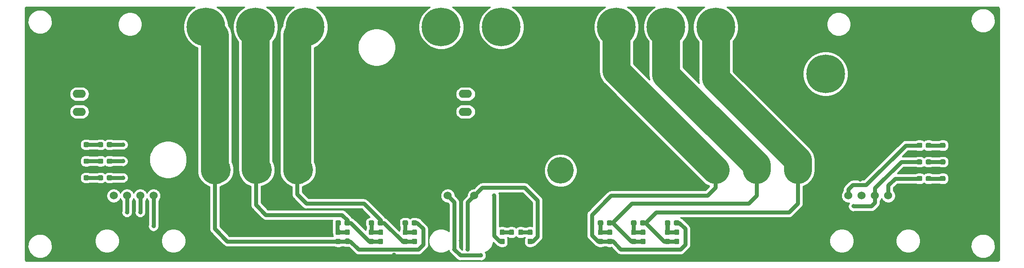
<source format=gbr>
G04 #@! TF.GenerationSoftware,KiCad,Pcbnew,(5.1.2)-1*
G04 #@! TF.CreationDate,2020-03-03T11:05:44-06:00*
G04 #@! TF.ProjectId,ODriveInterfacingBoard,4f447269-7665-4496-9e74-657266616369,rev?*
G04 #@! TF.SameCoordinates,Original*
G04 #@! TF.FileFunction,Copper,L1,Top*
G04 #@! TF.FilePolarity,Positive*
%FSLAX46Y46*%
G04 Gerber Fmt 4.6, Leading zero omitted, Abs format (unit mm)*
G04 Created by KiCad (PCBNEW (5.1.2)-1) date 2020-03-03 11:05:45*
%MOMM*%
%LPD*%
G04 APERTURE LIST*
%ADD10C,7.400000*%
%ADD11C,0.100000*%
%ADD12C,0.950000*%
%ADD13O,2.540000X1.524000*%
%ADD14C,5.080000*%
%ADD15C,1.524000*%
%ADD16C,0.800000*%
%ADD17C,0.762000*%
%ADD18C,5.334000*%
%ADD19C,0.254000*%
G04 APERTURE END LIST*
D10*
X86341717Y-77397151D03*
X95841717Y-77397151D03*
X105341717Y-77397151D03*
X131341717Y-77397151D03*
X142841717Y-77397151D03*
X164841717Y-77397151D03*
X174341717Y-77397151D03*
X183841717Y-77397151D03*
X204841717Y-86397151D03*
X204841717Y-96897151D03*
D11*
G36*
X66491779Y-105825144D02*
G01*
X66514834Y-105828563D01*
X66537443Y-105834227D01*
X66559387Y-105842079D01*
X66580457Y-105852044D01*
X66600448Y-105864026D01*
X66619168Y-105877910D01*
X66636438Y-105893562D01*
X66652090Y-105910832D01*
X66665974Y-105929552D01*
X66677956Y-105949543D01*
X66687921Y-105970613D01*
X66695773Y-105992557D01*
X66701437Y-106015166D01*
X66704856Y-106038221D01*
X66706000Y-106061500D01*
X66706000Y-106536500D01*
X66704856Y-106559779D01*
X66701437Y-106582834D01*
X66695773Y-106605443D01*
X66687921Y-106627387D01*
X66677956Y-106648457D01*
X66665974Y-106668448D01*
X66652090Y-106687168D01*
X66636438Y-106704438D01*
X66619168Y-106720090D01*
X66600448Y-106733974D01*
X66580457Y-106745956D01*
X66559387Y-106755921D01*
X66537443Y-106763773D01*
X66514834Y-106769437D01*
X66491779Y-106772856D01*
X66468500Y-106774000D01*
X65893500Y-106774000D01*
X65870221Y-106772856D01*
X65847166Y-106769437D01*
X65824557Y-106763773D01*
X65802613Y-106755921D01*
X65781543Y-106745956D01*
X65761552Y-106733974D01*
X65742832Y-106720090D01*
X65725562Y-106704438D01*
X65709910Y-106687168D01*
X65696026Y-106668448D01*
X65684044Y-106648457D01*
X65674079Y-106627387D01*
X65666227Y-106605443D01*
X65660563Y-106582834D01*
X65657144Y-106559779D01*
X65656000Y-106536500D01*
X65656000Y-106061500D01*
X65657144Y-106038221D01*
X65660563Y-106015166D01*
X65666227Y-105992557D01*
X65674079Y-105970613D01*
X65684044Y-105949543D01*
X65696026Y-105929552D01*
X65709910Y-105910832D01*
X65725562Y-105893562D01*
X65742832Y-105877910D01*
X65761552Y-105864026D01*
X65781543Y-105852044D01*
X65802613Y-105842079D01*
X65824557Y-105834227D01*
X65847166Y-105828563D01*
X65870221Y-105825144D01*
X65893500Y-105824000D01*
X66468500Y-105824000D01*
X66491779Y-105825144D01*
X66491779Y-105825144D01*
G37*
D12*
X66181000Y-106299000D03*
D11*
G36*
X68241779Y-105825144D02*
G01*
X68264834Y-105828563D01*
X68287443Y-105834227D01*
X68309387Y-105842079D01*
X68330457Y-105852044D01*
X68350448Y-105864026D01*
X68369168Y-105877910D01*
X68386438Y-105893562D01*
X68402090Y-105910832D01*
X68415974Y-105929552D01*
X68427956Y-105949543D01*
X68437921Y-105970613D01*
X68445773Y-105992557D01*
X68451437Y-106015166D01*
X68454856Y-106038221D01*
X68456000Y-106061500D01*
X68456000Y-106536500D01*
X68454856Y-106559779D01*
X68451437Y-106582834D01*
X68445773Y-106605443D01*
X68437921Y-106627387D01*
X68427956Y-106648457D01*
X68415974Y-106668448D01*
X68402090Y-106687168D01*
X68386438Y-106704438D01*
X68369168Y-106720090D01*
X68350448Y-106733974D01*
X68330457Y-106745956D01*
X68309387Y-106755921D01*
X68287443Y-106763773D01*
X68264834Y-106769437D01*
X68241779Y-106772856D01*
X68218500Y-106774000D01*
X67643500Y-106774000D01*
X67620221Y-106772856D01*
X67597166Y-106769437D01*
X67574557Y-106763773D01*
X67552613Y-106755921D01*
X67531543Y-106745956D01*
X67511552Y-106733974D01*
X67492832Y-106720090D01*
X67475562Y-106704438D01*
X67459910Y-106687168D01*
X67446026Y-106668448D01*
X67434044Y-106648457D01*
X67424079Y-106627387D01*
X67416227Y-106605443D01*
X67410563Y-106582834D01*
X67407144Y-106559779D01*
X67406000Y-106536500D01*
X67406000Y-106061500D01*
X67407144Y-106038221D01*
X67410563Y-106015166D01*
X67416227Y-105992557D01*
X67424079Y-105970613D01*
X67434044Y-105949543D01*
X67446026Y-105929552D01*
X67459910Y-105910832D01*
X67475562Y-105893562D01*
X67492832Y-105877910D01*
X67511552Y-105864026D01*
X67531543Y-105852044D01*
X67552613Y-105842079D01*
X67574557Y-105834227D01*
X67597166Y-105828563D01*
X67620221Y-105825144D01*
X67643500Y-105824000D01*
X68218500Y-105824000D01*
X68241779Y-105825144D01*
X68241779Y-105825144D01*
G37*
D12*
X67931000Y-106299000D03*
D11*
G36*
X66491779Y-99475144D02*
G01*
X66514834Y-99478563D01*
X66537443Y-99484227D01*
X66559387Y-99492079D01*
X66580457Y-99502044D01*
X66600448Y-99514026D01*
X66619168Y-99527910D01*
X66636438Y-99543562D01*
X66652090Y-99560832D01*
X66665974Y-99579552D01*
X66677956Y-99599543D01*
X66687921Y-99620613D01*
X66695773Y-99642557D01*
X66701437Y-99665166D01*
X66704856Y-99688221D01*
X66706000Y-99711500D01*
X66706000Y-100186500D01*
X66704856Y-100209779D01*
X66701437Y-100232834D01*
X66695773Y-100255443D01*
X66687921Y-100277387D01*
X66677956Y-100298457D01*
X66665974Y-100318448D01*
X66652090Y-100337168D01*
X66636438Y-100354438D01*
X66619168Y-100370090D01*
X66600448Y-100383974D01*
X66580457Y-100395956D01*
X66559387Y-100405921D01*
X66537443Y-100413773D01*
X66514834Y-100419437D01*
X66491779Y-100422856D01*
X66468500Y-100424000D01*
X65893500Y-100424000D01*
X65870221Y-100422856D01*
X65847166Y-100419437D01*
X65824557Y-100413773D01*
X65802613Y-100405921D01*
X65781543Y-100395956D01*
X65761552Y-100383974D01*
X65742832Y-100370090D01*
X65725562Y-100354438D01*
X65709910Y-100337168D01*
X65696026Y-100318448D01*
X65684044Y-100298457D01*
X65674079Y-100277387D01*
X65666227Y-100255443D01*
X65660563Y-100232834D01*
X65657144Y-100209779D01*
X65656000Y-100186500D01*
X65656000Y-99711500D01*
X65657144Y-99688221D01*
X65660563Y-99665166D01*
X65666227Y-99642557D01*
X65674079Y-99620613D01*
X65684044Y-99599543D01*
X65696026Y-99579552D01*
X65709910Y-99560832D01*
X65725562Y-99543562D01*
X65742832Y-99527910D01*
X65761552Y-99514026D01*
X65781543Y-99502044D01*
X65802613Y-99492079D01*
X65824557Y-99484227D01*
X65847166Y-99478563D01*
X65870221Y-99475144D01*
X65893500Y-99474000D01*
X66468500Y-99474000D01*
X66491779Y-99475144D01*
X66491779Y-99475144D01*
G37*
D12*
X66181000Y-99949000D03*
D11*
G36*
X68241779Y-99475144D02*
G01*
X68264834Y-99478563D01*
X68287443Y-99484227D01*
X68309387Y-99492079D01*
X68330457Y-99502044D01*
X68350448Y-99514026D01*
X68369168Y-99527910D01*
X68386438Y-99543562D01*
X68402090Y-99560832D01*
X68415974Y-99579552D01*
X68427956Y-99599543D01*
X68437921Y-99620613D01*
X68445773Y-99642557D01*
X68451437Y-99665166D01*
X68454856Y-99688221D01*
X68456000Y-99711500D01*
X68456000Y-100186500D01*
X68454856Y-100209779D01*
X68451437Y-100232834D01*
X68445773Y-100255443D01*
X68437921Y-100277387D01*
X68427956Y-100298457D01*
X68415974Y-100318448D01*
X68402090Y-100337168D01*
X68386438Y-100354438D01*
X68369168Y-100370090D01*
X68350448Y-100383974D01*
X68330457Y-100395956D01*
X68309387Y-100405921D01*
X68287443Y-100413773D01*
X68264834Y-100419437D01*
X68241779Y-100422856D01*
X68218500Y-100424000D01*
X67643500Y-100424000D01*
X67620221Y-100422856D01*
X67597166Y-100419437D01*
X67574557Y-100413773D01*
X67552613Y-100405921D01*
X67531543Y-100395956D01*
X67511552Y-100383974D01*
X67492832Y-100370090D01*
X67475562Y-100354438D01*
X67459910Y-100337168D01*
X67446026Y-100318448D01*
X67434044Y-100298457D01*
X67424079Y-100277387D01*
X67416227Y-100255443D01*
X67410563Y-100232834D01*
X67407144Y-100209779D01*
X67406000Y-100186500D01*
X67406000Y-99711500D01*
X67407144Y-99688221D01*
X67410563Y-99665166D01*
X67416227Y-99642557D01*
X67424079Y-99620613D01*
X67434044Y-99599543D01*
X67446026Y-99579552D01*
X67459910Y-99560832D01*
X67475562Y-99543562D01*
X67492832Y-99527910D01*
X67511552Y-99514026D01*
X67531543Y-99502044D01*
X67552613Y-99492079D01*
X67574557Y-99484227D01*
X67597166Y-99478563D01*
X67620221Y-99475144D01*
X67643500Y-99474000D01*
X68218500Y-99474000D01*
X68241779Y-99475144D01*
X68241779Y-99475144D01*
G37*
D12*
X67931000Y-99949000D03*
D11*
G36*
X66491779Y-102650144D02*
G01*
X66514834Y-102653563D01*
X66537443Y-102659227D01*
X66559387Y-102667079D01*
X66580457Y-102677044D01*
X66600448Y-102689026D01*
X66619168Y-102702910D01*
X66636438Y-102718562D01*
X66652090Y-102735832D01*
X66665974Y-102754552D01*
X66677956Y-102774543D01*
X66687921Y-102795613D01*
X66695773Y-102817557D01*
X66701437Y-102840166D01*
X66704856Y-102863221D01*
X66706000Y-102886500D01*
X66706000Y-103361500D01*
X66704856Y-103384779D01*
X66701437Y-103407834D01*
X66695773Y-103430443D01*
X66687921Y-103452387D01*
X66677956Y-103473457D01*
X66665974Y-103493448D01*
X66652090Y-103512168D01*
X66636438Y-103529438D01*
X66619168Y-103545090D01*
X66600448Y-103558974D01*
X66580457Y-103570956D01*
X66559387Y-103580921D01*
X66537443Y-103588773D01*
X66514834Y-103594437D01*
X66491779Y-103597856D01*
X66468500Y-103599000D01*
X65893500Y-103599000D01*
X65870221Y-103597856D01*
X65847166Y-103594437D01*
X65824557Y-103588773D01*
X65802613Y-103580921D01*
X65781543Y-103570956D01*
X65761552Y-103558974D01*
X65742832Y-103545090D01*
X65725562Y-103529438D01*
X65709910Y-103512168D01*
X65696026Y-103493448D01*
X65684044Y-103473457D01*
X65674079Y-103452387D01*
X65666227Y-103430443D01*
X65660563Y-103407834D01*
X65657144Y-103384779D01*
X65656000Y-103361500D01*
X65656000Y-102886500D01*
X65657144Y-102863221D01*
X65660563Y-102840166D01*
X65666227Y-102817557D01*
X65674079Y-102795613D01*
X65684044Y-102774543D01*
X65696026Y-102754552D01*
X65709910Y-102735832D01*
X65725562Y-102718562D01*
X65742832Y-102702910D01*
X65761552Y-102689026D01*
X65781543Y-102677044D01*
X65802613Y-102667079D01*
X65824557Y-102659227D01*
X65847166Y-102653563D01*
X65870221Y-102650144D01*
X65893500Y-102649000D01*
X66468500Y-102649000D01*
X66491779Y-102650144D01*
X66491779Y-102650144D01*
G37*
D12*
X66181000Y-103124000D03*
D11*
G36*
X68241779Y-102650144D02*
G01*
X68264834Y-102653563D01*
X68287443Y-102659227D01*
X68309387Y-102667079D01*
X68330457Y-102677044D01*
X68350448Y-102689026D01*
X68369168Y-102702910D01*
X68386438Y-102718562D01*
X68402090Y-102735832D01*
X68415974Y-102754552D01*
X68427956Y-102774543D01*
X68437921Y-102795613D01*
X68445773Y-102817557D01*
X68451437Y-102840166D01*
X68454856Y-102863221D01*
X68456000Y-102886500D01*
X68456000Y-103361500D01*
X68454856Y-103384779D01*
X68451437Y-103407834D01*
X68445773Y-103430443D01*
X68437921Y-103452387D01*
X68427956Y-103473457D01*
X68415974Y-103493448D01*
X68402090Y-103512168D01*
X68386438Y-103529438D01*
X68369168Y-103545090D01*
X68350448Y-103558974D01*
X68330457Y-103570956D01*
X68309387Y-103580921D01*
X68287443Y-103588773D01*
X68264834Y-103594437D01*
X68241779Y-103597856D01*
X68218500Y-103599000D01*
X67643500Y-103599000D01*
X67620221Y-103597856D01*
X67597166Y-103594437D01*
X67574557Y-103588773D01*
X67552613Y-103580921D01*
X67531543Y-103570956D01*
X67511552Y-103558974D01*
X67492832Y-103545090D01*
X67475562Y-103529438D01*
X67459910Y-103512168D01*
X67446026Y-103493448D01*
X67434044Y-103473457D01*
X67424079Y-103452387D01*
X67416227Y-103430443D01*
X67410563Y-103407834D01*
X67407144Y-103384779D01*
X67406000Y-103361500D01*
X67406000Y-102886500D01*
X67407144Y-102863221D01*
X67410563Y-102840166D01*
X67416227Y-102817557D01*
X67424079Y-102795613D01*
X67434044Y-102774543D01*
X67446026Y-102754552D01*
X67459910Y-102735832D01*
X67475562Y-102718562D01*
X67492832Y-102702910D01*
X67511552Y-102689026D01*
X67531543Y-102677044D01*
X67552613Y-102667079D01*
X67574557Y-102659227D01*
X67597166Y-102653563D01*
X67620221Y-102650144D01*
X67643500Y-102649000D01*
X68218500Y-102649000D01*
X68241779Y-102650144D01*
X68241779Y-102650144D01*
G37*
D12*
X67931000Y-103124000D03*
D11*
G36*
X224870879Y-105964844D02*
G01*
X224893934Y-105968263D01*
X224916543Y-105973927D01*
X224938487Y-105981779D01*
X224959557Y-105991744D01*
X224979548Y-106003726D01*
X224998268Y-106017610D01*
X225015538Y-106033262D01*
X225031190Y-106050532D01*
X225045074Y-106069252D01*
X225057056Y-106089243D01*
X225067021Y-106110313D01*
X225074873Y-106132257D01*
X225080537Y-106154866D01*
X225083956Y-106177921D01*
X225085100Y-106201200D01*
X225085100Y-106676200D01*
X225083956Y-106699479D01*
X225080537Y-106722534D01*
X225074873Y-106745143D01*
X225067021Y-106767087D01*
X225057056Y-106788157D01*
X225045074Y-106808148D01*
X225031190Y-106826868D01*
X225015538Y-106844138D01*
X224998268Y-106859790D01*
X224979548Y-106873674D01*
X224959557Y-106885656D01*
X224938487Y-106895621D01*
X224916543Y-106903473D01*
X224893934Y-106909137D01*
X224870879Y-106912556D01*
X224847600Y-106913700D01*
X224272600Y-106913700D01*
X224249321Y-106912556D01*
X224226266Y-106909137D01*
X224203657Y-106903473D01*
X224181713Y-106895621D01*
X224160643Y-106885656D01*
X224140652Y-106873674D01*
X224121932Y-106859790D01*
X224104662Y-106844138D01*
X224089010Y-106826868D01*
X224075126Y-106808148D01*
X224063144Y-106788157D01*
X224053179Y-106767087D01*
X224045327Y-106745143D01*
X224039663Y-106722534D01*
X224036244Y-106699479D01*
X224035100Y-106676200D01*
X224035100Y-106201200D01*
X224036244Y-106177921D01*
X224039663Y-106154866D01*
X224045327Y-106132257D01*
X224053179Y-106110313D01*
X224063144Y-106089243D01*
X224075126Y-106069252D01*
X224089010Y-106050532D01*
X224104662Y-106033262D01*
X224121932Y-106017610D01*
X224140652Y-106003726D01*
X224160643Y-105991744D01*
X224181713Y-105981779D01*
X224203657Y-105973927D01*
X224226266Y-105968263D01*
X224249321Y-105964844D01*
X224272600Y-105963700D01*
X224847600Y-105963700D01*
X224870879Y-105964844D01*
X224870879Y-105964844D01*
G37*
D12*
X224560100Y-106438700D03*
D11*
G36*
X223120879Y-105964844D02*
G01*
X223143934Y-105968263D01*
X223166543Y-105973927D01*
X223188487Y-105981779D01*
X223209557Y-105991744D01*
X223229548Y-106003726D01*
X223248268Y-106017610D01*
X223265538Y-106033262D01*
X223281190Y-106050532D01*
X223295074Y-106069252D01*
X223307056Y-106089243D01*
X223317021Y-106110313D01*
X223324873Y-106132257D01*
X223330537Y-106154866D01*
X223333956Y-106177921D01*
X223335100Y-106201200D01*
X223335100Y-106676200D01*
X223333956Y-106699479D01*
X223330537Y-106722534D01*
X223324873Y-106745143D01*
X223317021Y-106767087D01*
X223307056Y-106788157D01*
X223295074Y-106808148D01*
X223281190Y-106826868D01*
X223265538Y-106844138D01*
X223248268Y-106859790D01*
X223229548Y-106873674D01*
X223209557Y-106885656D01*
X223188487Y-106895621D01*
X223166543Y-106903473D01*
X223143934Y-106909137D01*
X223120879Y-106912556D01*
X223097600Y-106913700D01*
X222522600Y-106913700D01*
X222499321Y-106912556D01*
X222476266Y-106909137D01*
X222453657Y-106903473D01*
X222431713Y-106895621D01*
X222410643Y-106885656D01*
X222390652Y-106873674D01*
X222371932Y-106859790D01*
X222354662Y-106844138D01*
X222339010Y-106826868D01*
X222325126Y-106808148D01*
X222313144Y-106788157D01*
X222303179Y-106767087D01*
X222295327Y-106745143D01*
X222289663Y-106722534D01*
X222286244Y-106699479D01*
X222285100Y-106676200D01*
X222285100Y-106201200D01*
X222286244Y-106177921D01*
X222289663Y-106154866D01*
X222295327Y-106132257D01*
X222303179Y-106110313D01*
X222313144Y-106089243D01*
X222325126Y-106069252D01*
X222339010Y-106050532D01*
X222354662Y-106033262D01*
X222371932Y-106017610D01*
X222390652Y-106003726D01*
X222410643Y-105991744D01*
X222431713Y-105981779D01*
X222453657Y-105973927D01*
X222476266Y-105968263D01*
X222499321Y-105964844D01*
X222522600Y-105963700D01*
X223097600Y-105963700D01*
X223120879Y-105964844D01*
X223120879Y-105964844D01*
G37*
D12*
X222810100Y-106438700D03*
D11*
G36*
X224870879Y-99614844D02*
G01*
X224893934Y-99618263D01*
X224916543Y-99623927D01*
X224938487Y-99631779D01*
X224959557Y-99641744D01*
X224979548Y-99653726D01*
X224998268Y-99667610D01*
X225015538Y-99683262D01*
X225031190Y-99700532D01*
X225045074Y-99719252D01*
X225057056Y-99739243D01*
X225067021Y-99760313D01*
X225074873Y-99782257D01*
X225080537Y-99804866D01*
X225083956Y-99827921D01*
X225085100Y-99851200D01*
X225085100Y-100326200D01*
X225083956Y-100349479D01*
X225080537Y-100372534D01*
X225074873Y-100395143D01*
X225067021Y-100417087D01*
X225057056Y-100438157D01*
X225045074Y-100458148D01*
X225031190Y-100476868D01*
X225015538Y-100494138D01*
X224998268Y-100509790D01*
X224979548Y-100523674D01*
X224959557Y-100535656D01*
X224938487Y-100545621D01*
X224916543Y-100553473D01*
X224893934Y-100559137D01*
X224870879Y-100562556D01*
X224847600Y-100563700D01*
X224272600Y-100563700D01*
X224249321Y-100562556D01*
X224226266Y-100559137D01*
X224203657Y-100553473D01*
X224181713Y-100545621D01*
X224160643Y-100535656D01*
X224140652Y-100523674D01*
X224121932Y-100509790D01*
X224104662Y-100494138D01*
X224089010Y-100476868D01*
X224075126Y-100458148D01*
X224063144Y-100438157D01*
X224053179Y-100417087D01*
X224045327Y-100395143D01*
X224039663Y-100372534D01*
X224036244Y-100349479D01*
X224035100Y-100326200D01*
X224035100Y-99851200D01*
X224036244Y-99827921D01*
X224039663Y-99804866D01*
X224045327Y-99782257D01*
X224053179Y-99760313D01*
X224063144Y-99739243D01*
X224075126Y-99719252D01*
X224089010Y-99700532D01*
X224104662Y-99683262D01*
X224121932Y-99667610D01*
X224140652Y-99653726D01*
X224160643Y-99641744D01*
X224181713Y-99631779D01*
X224203657Y-99623927D01*
X224226266Y-99618263D01*
X224249321Y-99614844D01*
X224272600Y-99613700D01*
X224847600Y-99613700D01*
X224870879Y-99614844D01*
X224870879Y-99614844D01*
G37*
D12*
X224560100Y-100088700D03*
D11*
G36*
X223120879Y-99614844D02*
G01*
X223143934Y-99618263D01*
X223166543Y-99623927D01*
X223188487Y-99631779D01*
X223209557Y-99641744D01*
X223229548Y-99653726D01*
X223248268Y-99667610D01*
X223265538Y-99683262D01*
X223281190Y-99700532D01*
X223295074Y-99719252D01*
X223307056Y-99739243D01*
X223317021Y-99760313D01*
X223324873Y-99782257D01*
X223330537Y-99804866D01*
X223333956Y-99827921D01*
X223335100Y-99851200D01*
X223335100Y-100326200D01*
X223333956Y-100349479D01*
X223330537Y-100372534D01*
X223324873Y-100395143D01*
X223317021Y-100417087D01*
X223307056Y-100438157D01*
X223295074Y-100458148D01*
X223281190Y-100476868D01*
X223265538Y-100494138D01*
X223248268Y-100509790D01*
X223229548Y-100523674D01*
X223209557Y-100535656D01*
X223188487Y-100545621D01*
X223166543Y-100553473D01*
X223143934Y-100559137D01*
X223120879Y-100562556D01*
X223097600Y-100563700D01*
X222522600Y-100563700D01*
X222499321Y-100562556D01*
X222476266Y-100559137D01*
X222453657Y-100553473D01*
X222431713Y-100545621D01*
X222410643Y-100535656D01*
X222390652Y-100523674D01*
X222371932Y-100509790D01*
X222354662Y-100494138D01*
X222339010Y-100476868D01*
X222325126Y-100458148D01*
X222313144Y-100438157D01*
X222303179Y-100417087D01*
X222295327Y-100395143D01*
X222289663Y-100372534D01*
X222286244Y-100349479D01*
X222285100Y-100326200D01*
X222285100Y-99851200D01*
X222286244Y-99827921D01*
X222289663Y-99804866D01*
X222295327Y-99782257D01*
X222303179Y-99760313D01*
X222313144Y-99739243D01*
X222325126Y-99719252D01*
X222339010Y-99700532D01*
X222354662Y-99683262D01*
X222371932Y-99667610D01*
X222390652Y-99653726D01*
X222410643Y-99641744D01*
X222431713Y-99631779D01*
X222453657Y-99623927D01*
X222476266Y-99618263D01*
X222499321Y-99614844D01*
X222522600Y-99613700D01*
X223097600Y-99613700D01*
X223120879Y-99614844D01*
X223120879Y-99614844D01*
G37*
D12*
X222810100Y-100088700D03*
D11*
G36*
X224870879Y-102789844D02*
G01*
X224893934Y-102793263D01*
X224916543Y-102798927D01*
X224938487Y-102806779D01*
X224959557Y-102816744D01*
X224979548Y-102828726D01*
X224998268Y-102842610D01*
X225015538Y-102858262D01*
X225031190Y-102875532D01*
X225045074Y-102894252D01*
X225057056Y-102914243D01*
X225067021Y-102935313D01*
X225074873Y-102957257D01*
X225080537Y-102979866D01*
X225083956Y-103002921D01*
X225085100Y-103026200D01*
X225085100Y-103501200D01*
X225083956Y-103524479D01*
X225080537Y-103547534D01*
X225074873Y-103570143D01*
X225067021Y-103592087D01*
X225057056Y-103613157D01*
X225045074Y-103633148D01*
X225031190Y-103651868D01*
X225015538Y-103669138D01*
X224998268Y-103684790D01*
X224979548Y-103698674D01*
X224959557Y-103710656D01*
X224938487Y-103720621D01*
X224916543Y-103728473D01*
X224893934Y-103734137D01*
X224870879Y-103737556D01*
X224847600Y-103738700D01*
X224272600Y-103738700D01*
X224249321Y-103737556D01*
X224226266Y-103734137D01*
X224203657Y-103728473D01*
X224181713Y-103720621D01*
X224160643Y-103710656D01*
X224140652Y-103698674D01*
X224121932Y-103684790D01*
X224104662Y-103669138D01*
X224089010Y-103651868D01*
X224075126Y-103633148D01*
X224063144Y-103613157D01*
X224053179Y-103592087D01*
X224045327Y-103570143D01*
X224039663Y-103547534D01*
X224036244Y-103524479D01*
X224035100Y-103501200D01*
X224035100Y-103026200D01*
X224036244Y-103002921D01*
X224039663Y-102979866D01*
X224045327Y-102957257D01*
X224053179Y-102935313D01*
X224063144Y-102914243D01*
X224075126Y-102894252D01*
X224089010Y-102875532D01*
X224104662Y-102858262D01*
X224121932Y-102842610D01*
X224140652Y-102828726D01*
X224160643Y-102816744D01*
X224181713Y-102806779D01*
X224203657Y-102798927D01*
X224226266Y-102793263D01*
X224249321Y-102789844D01*
X224272600Y-102788700D01*
X224847600Y-102788700D01*
X224870879Y-102789844D01*
X224870879Y-102789844D01*
G37*
D12*
X224560100Y-103263700D03*
D11*
G36*
X223120879Y-102789844D02*
G01*
X223143934Y-102793263D01*
X223166543Y-102798927D01*
X223188487Y-102806779D01*
X223209557Y-102816744D01*
X223229548Y-102828726D01*
X223248268Y-102842610D01*
X223265538Y-102858262D01*
X223281190Y-102875532D01*
X223295074Y-102894252D01*
X223307056Y-102914243D01*
X223317021Y-102935313D01*
X223324873Y-102957257D01*
X223330537Y-102979866D01*
X223333956Y-103002921D01*
X223335100Y-103026200D01*
X223335100Y-103501200D01*
X223333956Y-103524479D01*
X223330537Y-103547534D01*
X223324873Y-103570143D01*
X223317021Y-103592087D01*
X223307056Y-103613157D01*
X223295074Y-103633148D01*
X223281190Y-103651868D01*
X223265538Y-103669138D01*
X223248268Y-103684790D01*
X223229548Y-103698674D01*
X223209557Y-103710656D01*
X223188487Y-103720621D01*
X223166543Y-103728473D01*
X223143934Y-103734137D01*
X223120879Y-103737556D01*
X223097600Y-103738700D01*
X222522600Y-103738700D01*
X222499321Y-103737556D01*
X222476266Y-103734137D01*
X222453657Y-103728473D01*
X222431713Y-103720621D01*
X222410643Y-103710656D01*
X222390652Y-103698674D01*
X222371932Y-103684790D01*
X222354662Y-103669138D01*
X222339010Y-103651868D01*
X222325126Y-103633148D01*
X222313144Y-103613157D01*
X222303179Y-103592087D01*
X222295327Y-103570143D01*
X222289663Y-103547534D01*
X222286244Y-103524479D01*
X222285100Y-103501200D01*
X222285100Y-103026200D01*
X222286244Y-103002921D01*
X222289663Y-102979866D01*
X222295327Y-102957257D01*
X222303179Y-102935313D01*
X222313144Y-102914243D01*
X222325126Y-102894252D01*
X222339010Y-102875532D01*
X222354662Y-102858262D01*
X222371932Y-102842610D01*
X222390652Y-102828726D01*
X222410643Y-102816744D01*
X222431713Y-102806779D01*
X222453657Y-102798927D01*
X222476266Y-102793263D01*
X222499321Y-102789844D01*
X222522600Y-102788700D01*
X223097600Y-102788700D01*
X223120879Y-102789844D01*
X223120879Y-102789844D01*
G37*
D12*
X222810100Y-103263700D03*
D11*
G36*
X63782779Y-105825144D02*
G01*
X63805834Y-105828563D01*
X63828443Y-105834227D01*
X63850387Y-105842079D01*
X63871457Y-105852044D01*
X63891448Y-105864026D01*
X63910168Y-105877910D01*
X63927438Y-105893562D01*
X63943090Y-105910832D01*
X63956974Y-105929552D01*
X63968956Y-105949543D01*
X63978921Y-105970613D01*
X63986773Y-105992557D01*
X63992437Y-106015166D01*
X63995856Y-106038221D01*
X63997000Y-106061500D01*
X63997000Y-106536500D01*
X63995856Y-106559779D01*
X63992437Y-106582834D01*
X63986773Y-106605443D01*
X63978921Y-106627387D01*
X63968956Y-106648457D01*
X63956974Y-106668448D01*
X63943090Y-106687168D01*
X63927438Y-106704438D01*
X63910168Y-106720090D01*
X63891448Y-106733974D01*
X63871457Y-106745956D01*
X63850387Y-106755921D01*
X63828443Y-106763773D01*
X63805834Y-106769437D01*
X63782779Y-106772856D01*
X63759500Y-106774000D01*
X63184500Y-106774000D01*
X63161221Y-106772856D01*
X63138166Y-106769437D01*
X63115557Y-106763773D01*
X63093613Y-106755921D01*
X63072543Y-106745956D01*
X63052552Y-106733974D01*
X63033832Y-106720090D01*
X63016562Y-106704438D01*
X63000910Y-106687168D01*
X62987026Y-106668448D01*
X62975044Y-106648457D01*
X62965079Y-106627387D01*
X62957227Y-106605443D01*
X62951563Y-106582834D01*
X62948144Y-106559779D01*
X62947000Y-106536500D01*
X62947000Y-106061500D01*
X62948144Y-106038221D01*
X62951563Y-106015166D01*
X62957227Y-105992557D01*
X62965079Y-105970613D01*
X62975044Y-105949543D01*
X62987026Y-105929552D01*
X63000910Y-105910832D01*
X63016562Y-105893562D01*
X63033832Y-105877910D01*
X63052552Y-105864026D01*
X63072543Y-105852044D01*
X63093613Y-105842079D01*
X63115557Y-105834227D01*
X63138166Y-105828563D01*
X63161221Y-105825144D01*
X63184500Y-105824000D01*
X63759500Y-105824000D01*
X63782779Y-105825144D01*
X63782779Y-105825144D01*
G37*
D12*
X63472000Y-106299000D03*
D11*
G36*
X62032779Y-105825144D02*
G01*
X62055834Y-105828563D01*
X62078443Y-105834227D01*
X62100387Y-105842079D01*
X62121457Y-105852044D01*
X62141448Y-105864026D01*
X62160168Y-105877910D01*
X62177438Y-105893562D01*
X62193090Y-105910832D01*
X62206974Y-105929552D01*
X62218956Y-105949543D01*
X62228921Y-105970613D01*
X62236773Y-105992557D01*
X62242437Y-106015166D01*
X62245856Y-106038221D01*
X62247000Y-106061500D01*
X62247000Y-106536500D01*
X62245856Y-106559779D01*
X62242437Y-106582834D01*
X62236773Y-106605443D01*
X62228921Y-106627387D01*
X62218956Y-106648457D01*
X62206974Y-106668448D01*
X62193090Y-106687168D01*
X62177438Y-106704438D01*
X62160168Y-106720090D01*
X62141448Y-106733974D01*
X62121457Y-106745956D01*
X62100387Y-106755921D01*
X62078443Y-106763773D01*
X62055834Y-106769437D01*
X62032779Y-106772856D01*
X62009500Y-106774000D01*
X61434500Y-106774000D01*
X61411221Y-106772856D01*
X61388166Y-106769437D01*
X61365557Y-106763773D01*
X61343613Y-106755921D01*
X61322543Y-106745956D01*
X61302552Y-106733974D01*
X61283832Y-106720090D01*
X61266562Y-106704438D01*
X61250910Y-106687168D01*
X61237026Y-106668448D01*
X61225044Y-106648457D01*
X61215079Y-106627387D01*
X61207227Y-106605443D01*
X61201563Y-106582834D01*
X61198144Y-106559779D01*
X61197000Y-106536500D01*
X61197000Y-106061500D01*
X61198144Y-106038221D01*
X61201563Y-106015166D01*
X61207227Y-105992557D01*
X61215079Y-105970613D01*
X61225044Y-105949543D01*
X61237026Y-105929552D01*
X61250910Y-105910832D01*
X61266562Y-105893562D01*
X61283832Y-105877910D01*
X61302552Y-105864026D01*
X61322543Y-105852044D01*
X61343613Y-105842079D01*
X61365557Y-105834227D01*
X61388166Y-105828563D01*
X61411221Y-105825144D01*
X61434500Y-105824000D01*
X62009500Y-105824000D01*
X62032779Y-105825144D01*
X62032779Y-105825144D01*
G37*
D12*
X61722000Y-106299000D03*
D11*
G36*
X63796779Y-99475144D02*
G01*
X63819834Y-99478563D01*
X63842443Y-99484227D01*
X63864387Y-99492079D01*
X63885457Y-99502044D01*
X63905448Y-99514026D01*
X63924168Y-99527910D01*
X63941438Y-99543562D01*
X63957090Y-99560832D01*
X63970974Y-99579552D01*
X63982956Y-99599543D01*
X63992921Y-99620613D01*
X64000773Y-99642557D01*
X64006437Y-99665166D01*
X64009856Y-99688221D01*
X64011000Y-99711500D01*
X64011000Y-100186500D01*
X64009856Y-100209779D01*
X64006437Y-100232834D01*
X64000773Y-100255443D01*
X63992921Y-100277387D01*
X63982956Y-100298457D01*
X63970974Y-100318448D01*
X63957090Y-100337168D01*
X63941438Y-100354438D01*
X63924168Y-100370090D01*
X63905448Y-100383974D01*
X63885457Y-100395956D01*
X63864387Y-100405921D01*
X63842443Y-100413773D01*
X63819834Y-100419437D01*
X63796779Y-100422856D01*
X63773500Y-100424000D01*
X63198500Y-100424000D01*
X63175221Y-100422856D01*
X63152166Y-100419437D01*
X63129557Y-100413773D01*
X63107613Y-100405921D01*
X63086543Y-100395956D01*
X63066552Y-100383974D01*
X63047832Y-100370090D01*
X63030562Y-100354438D01*
X63014910Y-100337168D01*
X63001026Y-100318448D01*
X62989044Y-100298457D01*
X62979079Y-100277387D01*
X62971227Y-100255443D01*
X62965563Y-100232834D01*
X62962144Y-100209779D01*
X62961000Y-100186500D01*
X62961000Y-99711500D01*
X62962144Y-99688221D01*
X62965563Y-99665166D01*
X62971227Y-99642557D01*
X62979079Y-99620613D01*
X62989044Y-99599543D01*
X63001026Y-99579552D01*
X63014910Y-99560832D01*
X63030562Y-99543562D01*
X63047832Y-99527910D01*
X63066552Y-99514026D01*
X63086543Y-99502044D01*
X63107613Y-99492079D01*
X63129557Y-99484227D01*
X63152166Y-99478563D01*
X63175221Y-99475144D01*
X63198500Y-99474000D01*
X63773500Y-99474000D01*
X63796779Y-99475144D01*
X63796779Y-99475144D01*
G37*
D12*
X63486000Y-99949000D03*
D11*
G36*
X62046779Y-99475144D02*
G01*
X62069834Y-99478563D01*
X62092443Y-99484227D01*
X62114387Y-99492079D01*
X62135457Y-99502044D01*
X62155448Y-99514026D01*
X62174168Y-99527910D01*
X62191438Y-99543562D01*
X62207090Y-99560832D01*
X62220974Y-99579552D01*
X62232956Y-99599543D01*
X62242921Y-99620613D01*
X62250773Y-99642557D01*
X62256437Y-99665166D01*
X62259856Y-99688221D01*
X62261000Y-99711500D01*
X62261000Y-100186500D01*
X62259856Y-100209779D01*
X62256437Y-100232834D01*
X62250773Y-100255443D01*
X62242921Y-100277387D01*
X62232956Y-100298457D01*
X62220974Y-100318448D01*
X62207090Y-100337168D01*
X62191438Y-100354438D01*
X62174168Y-100370090D01*
X62155448Y-100383974D01*
X62135457Y-100395956D01*
X62114387Y-100405921D01*
X62092443Y-100413773D01*
X62069834Y-100419437D01*
X62046779Y-100422856D01*
X62023500Y-100424000D01*
X61448500Y-100424000D01*
X61425221Y-100422856D01*
X61402166Y-100419437D01*
X61379557Y-100413773D01*
X61357613Y-100405921D01*
X61336543Y-100395956D01*
X61316552Y-100383974D01*
X61297832Y-100370090D01*
X61280562Y-100354438D01*
X61264910Y-100337168D01*
X61251026Y-100318448D01*
X61239044Y-100298457D01*
X61229079Y-100277387D01*
X61221227Y-100255443D01*
X61215563Y-100232834D01*
X61212144Y-100209779D01*
X61211000Y-100186500D01*
X61211000Y-99711500D01*
X61212144Y-99688221D01*
X61215563Y-99665166D01*
X61221227Y-99642557D01*
X61229079Y-99620613D01*
X61239044Y-99599543D01*
X61251026Y-99579552D01*
X61264910Y-99560832D01*
X61280562Y-99543562D01*
X61297832Y-99527910D01*
X61316552Y-99514026D01*
X61336543Y-99502044D01*
X61357613Y-99492079D01*
X61379557Y-99484227D01*
X61402166Y-99478563D01*
X61425221Y-99475144D01*
X61448500Y-99474000D01*
X62023500Y-99474000D01*
X62046779Y-99475144D01*
X62046779Y-99475144D01*
G37*
D12*
X61736000Y-99949000D03*
D11*
G36*
X63796779Y-102650144D02*
G01*
X63819834Y-102653563D01*
X63842443Y-102659227D01*
X63864387Y-102667079D01*
X63885457Y-102677044D01*
X63905448Y-102689026D01*
X63924168Y-102702910D01*
X63941438Y-102718562D01*
X63957090Y-102735832D01*
X63970974Y-102754552D01*
X63982956Y-102774543D01*
X63992921Y-102795613D01*
X64000773Y-102817557D01*
X64006437Y-102840166D01*
X64009856Y-102863221D01*
X64011000Y-102886500D01*
X64011000Y-103361500D01*
X64009856Y-103384779D01*
X64006437Y-103407834D01*
X64000773Y-103430443D01*
X63992921Y-103452387D01*
X63982956Y-103473457D01*
X63970974Y-103493448D01*
X63957090Y-103512168D01*
X63941438Y-103529438D01*
X63924168Y-103545090D01*
X63905448Y-103558974D01*
X63885457Y-103570956D01*
X63864387Y-103580921D01*
X63842443Y-103588773D01*
X63819834Y-103594437D01*
X63796779Y-103597856D01*
X63773500Y-103599000D01*
X63198500Y-103599000D01*
X63175221Y-103597856D01*
X63152166Y-103594437D01*
X63129557Y-103588773D01*
X63107613Y-103580921D01*
X63086543Y-103570956D01*
X63066552Y-103558974D01*
X63047832Y-103545090D01*
X63030562Y-103529438D01*
X63014910Y-103512168D01*
X63001026Y-103493448D01*
X62989044Y-103473457D01*
X62979079Y-103452387D01*
X62971227Y-103430443D01*
X62965563Y-103407834D01*
X62962144Y-103384779D01*
X62961000Y-103361500D01*
X62961000Y-102886500D01*
X62962144Y-102863221D01*
X62965563Y-102840166D01*
X62971227Y-102817557D01*
X62979079Y-102795613D01*
X62989044Y-102774543D01*
X63001026Y-102754552D01*
X63014910Y-102735832D01*
X63030562Y-102718562D01*
X63047832Y-102702910D01*
X63066552Y-102689026D01*
X63086543Y-102677044D01*
X63107613Y-102667079D01*
X63129557Y-102659227D01*
X63152166Y-102653563D01*
X63175221Y-102650144D01*
X63198500Y-102649000D01*
X63773500Y-102649000D01*
X63796779Y-102650144D01*
X63796779Y-102650144D01*
G37*
D12*
X63486000Y-103124000D03*
D11*
G36*
X62046779Y-102650144D02*
G01*
X62069834Y-102653563D01*
X62092443Y-102659227D01*
X62114387Y-102667079D01*
X62135457Y-102677044D01*
X62155448Y-102689026D01*
X62174168Y-102702910D01*
X62191438Y-102718562D01*
X62207090Y-102735832D01*
X62220974Y-102754552D01*
X62232956Y-102774543D01*
X62242921Y-102795613D01*
X62250773Y-102817557D01*
X62256437Y-102840166D01*
X62259856Y-102863221D01*
X62261000Y-102886500D01*
X62261000Y-103361500D01*
X62259856Y-103384779D01*
X62256437Y-103407834D01*
X62250773Y-103430443D01*
X62242921Y-103452387D01*
X62232956Y-103473457D01*
X62220974Y-103493448D01*
X62207090Y-103512168D01*
X62191438Y-103529438D01*
X62174168Y-103545090D01*
X62155448Y-103558974D01*
X62135457Y-103570956D01*
X62114387Y-103580921D01*
X62092443Y-103588773D01*
X62069834Y-103594437D01*
X62046779Y-103597856D01*
X62023500Y-103599000D01*
X61448500Y-103599000D01*
X61425221Y-103597856D01*
X61402166Y-103594437D01*
X61379557Y-103588773D01*
X61357613Y-103580921D01*
X61336543Y-103570956D01*
X61316552Y-103558974D01*
X61297832Y-103545090D01*
X61280562Y-103529438D01*
X61264910Y-103512168D01*
X61251026Y-103493448D01*
X61239044Y-103473457D01*
X61229079Y-103452387D01*
X61221227Y-103430443D01*
X61215563Y-103407834D01*
X61212144Y-103384779D01*
X61211000Y-103361500D01*
X61211000Y-102886500D01*
X61212144Y-102863221D01*
X61215563Y-102840166D01*
X61221227Y-102817557D01*
X61229079Y-102795613D01*
X61239044Y-102774543D01*
X61251026Y-102754552D01*
X61264910Y-102735832D01*
X61280562Y-102718562D01*
X61297832Y-102702910D01*
X61316552Y-102689026D01*
X61336543Y-102677044D01*
X61357613Y-102667079D01*
X61379557Y-102659227D01*
X61402166Y-102653563D01*
X61425221Y-102650144D01*
X61448500Y-102649000D01*
X62023500Y-102649000D01*
X62046779Y-102650144D01*
X62046779Y-102650144D01*
G37*
D12*
X61736000Y-103124000D03*
D11*
G36*
X227565879Y-105964844D02*
G01*
X227588934Y-105968263D01*
X227611543Y-105973927D01*
X227633487Y-105981779D01*
X227654557Y-105991744D01*
X227674548Y-106003726D01*
X227693268Y-106017610D01*
X227710538Y-106033262D01*
X227726190Y-106050532D01*
X227740074Y-106069252D01*
X227752056Y-106089243D01*
X227762021Y-106110313D01*
X227769873Y-106132257D01*
X227775537Y-106154866D01*
X227778956Y-106177921D01*
X227780100Y-106201200D01*
X227780100Y-106676200D01*
X227778956Y-106699479D01*
X227775537Y-106722534D01*
X227769873Y-106745143D01*
X227762021Y-106767087D01*
X227752056Y-106788157D01*
X227740074Y-106808148D01*
X227726190Y-106826868D01*
X227710538Y-106844138D01*
X227693268Y-106859790D01*
X227674548Y-106873674D01*
X227654557Y-106885656D01*
X227633487Y-106895621D01*
X227611543Y-106903473D01*
X227588934Y-106909137D01*
X227565879Y-106912556D01*
X227542600Y-106913700D01*
X226967600Y-106913700D01*
X226944321Y-106912556D01*
X226921266Y-106909137D01*
X226898657Y-106903473D01*
X226876713Y-106895621D01*
X226855643Y-106885656D01*
X226835652Y-106873674D01*
X226816932Y-106859790D01*
X226799662Y-106844138D01*
X226784010Y-106826868D01*
X226770126Y-106808148D01*
X226758144Y-106788157D01*
X226748179Y-106767087D01*
X226740327Y-106745143D01*
X226734663Y-106722534D01*
X226731244Y-106699479D01*
X226730100Y-106676200D01*
X226730100Y-106201200D01*
X226731244Y-106177921D01*
X226734663Y-106154866D01*
X226740327Y-106132257D01*
X226748179Y-106110313D01*
X226758144Y-106089243D01*
X226770126Y-106069252D01*
X226784010Y-106050532D01*
X226799662Y-106033262D01*
X226816932Y-106017610D01*
X226835652Y-106003726D01*
X226855643Y-105991744D01*
X226876713Y-105981779D01*
X226898657Y-105973927D01*
X226921266Y-105968263D01*
X226944321Y-105964844D01*
X226967600Y-105963700D01*
X227542600Y-105963700D01*
X227565879Y-105964844D01*
X227565879Y-105964844D01*
G37*
D12*
X227255100Y-106438700D03*
D11*
G36*
X229315879Y-105964844D02*
G01*
X229338934Y-105968263D01*
X229361543Y-105973927D01*
X229383487Y-105981779D01*
X229404557Y-105991744D01*
X229424548Y-106003726D01*
X229443268Y-106017610D01*
X229460538Y-106033262D01*
X229476190Y-106050532D01*
X229490074Y-106069252D01*
X229502056Y-106089243D01*
X229512021Y-106110313D01*
X229519873Y-106132257D01*
X229525537Y-106154866D01*
X229528956Y-106177921D01*
X229530100Y-106201200D01*
X229530100Y-106676200D01*
X229528956Y-106699479D01*
X229525537Y-106722534D01*
X229519873Y-106745143D01*
X229512021Y-106767087D01*
X229502056Y-106788157D01*
X229490074Y-106808148D01*
X229476190Y-106826868D01*
X229460538Y-106844138D01*
X229443268Y-106859790D01*
X229424548Y-106873674D01*
X229404557Y-106885656D01*
X229383487Y-106895621D01*
X229361543Y-106903473D01*
X229338934Y-106909137D01*
X229315879Y-106912556D01*
X229292600Y-106913700D01*
X228717600Y-106913700D01*
X228694321Y-106912556D01*
X228671266Y-106909137D01*
X228648657Y-106903473D01*
X228626713Y-106895621D01*
X228605643Y-106885656D01*
X228585652Y-106873674D01*
X228566932Y-106859790D01*
X228549662Y-106844138D01*
X228534010Y-106826868D01*
X228520126Y-106808148D01*
X228508144Y-106788157D01*
X228498179Y-106767087D01*
X228490327Y-106745143D01*
X228484663Y-106722534D01*
X228481244Y-106699479D01*
X228480100Y-106676200D01*
X228480100Y-106201200D01*
X228481244Y-106177921D01*
X228484663Y-106154866D01*
X228490327Y-106132257D01*
X228498179Y-106110313D01*
X228508144Y-106089243D01*
X228520126Y-106069252D01*
X228534010Y-106050532D01*
X228549662Y-106033262D01*
X228566932Y-106017610D01*
X228585652Y-106003726D01*
X228605643Y-105991744D01*
X228626713Y-105981779D01*
X228648657Y-105973927D01*
X228671266Y-105968263D01*
X228694321Y-105964844D01*
X228717600Y-105963700D01*
X229292600Y-105963700D01*
X229315879Y-105964844D01*
X229315879Y-105964844D01*
G37*
D12*
X229005100Y-106438700D03*
D11*
G36*
X227565879Y-99614844D02*
G01*
X227588934Y-99618263D01*
X227611543Y-99623927D01*
X227633487Y-99631779D01*
X227654557Y-99641744D01*
X227674548Y-99653726D01*
X227693268Y-99667610D01*
X227710538Y-99683262D01*
X227726190Y-99700532D01*
X227740074Y-99719252D01*
X227752056Y-99739243D01*
X227762021Y-99760313D01*
X227769873Y-99782257D01*
X227775537Y-99804866D01*
X227778956Y-99827921D01*
X227780100Y-99851200D01*
X227780100Y-100326200D01*
X227778956Y-100349479D01*
X227775537Y-100372534D01*
X227769873Y-100395143D01*
X227762021Y-100417087D01*
X227752056Y-100438157D01*
X227740074Y-100458148D01*
X227726190Y-100476868D01*
X227710538Y-100494138D01*
X227693268Y-100509790D01*
X227674548Y-100523674D01*
X227654557Y-100535656D01*
X227633487Y-100545621D01*
X227611543Y-100553473D01*
X227588934Y-100559137D01*
X227565879Y-100562556D01*
X227542600Y-100563700D01*
X226967600Y-100563700D01*
X226944321Y-100562556D01*
X226921266Y-100559137D01*
X226898657Y-100553473D01*
X226876713Y-100545621D01*
X226855643Y-100535656D01*
X226835652Y-100523674D01*
X226816932Y-100509790D01*
X226799662Y-100494138D01*
X226784010Y-100476868D01*
X226770126Y-100458148D01*
X226758144Y-100438157D01*
X226748179Y-100417087D01*
X226740327Y-100395143D01*
X226734663Y-100372534D01*
X226731244Y-100349479D01*
X226730100Y-100326200D01*
X226730100Y-99851200D01*
X226731244Y-99827921D01*
X226734663Y-99804866D01*
X226740327Y-99782257D01*
X226748179Y-99760313D01*
X226758144Y-99739243D01*
X226770126Y-99719252D01*
X226784010Y-99700532D01*
X226799662Y-99683262D01*
X226816932Y-99667610D01*
X226835652Y-99653726D01*
X226855643Y-99641744D01*
X226876713Y-99631779D01*
X226898657Y-99623927D01*
X226921266Y-99618263D01*
X226944321Y-99614844D01*
X226967600Y-99613700D01*
X227542600Y-99613700D01*
X227565879Y-99614844D01*
X227565879Y-99614844D01*
G37*
D12*
X227255100Y-100088700D03*
D11*
G36*
X229315879Y-99614844D02*
G01*
X229338934Y-99618263D01*
X229361543Y-99623927D01*
X229383487Y-99631779D01*
X229404557Y-99641744D01*
X229424548Y-99653726D01*
X229443268Y-99667610D01*
X229460538Y-99683262D01*
X229476190Y-99700532D01*
X229490074Y-99719252D01*
X229502056Y-99739243D01*
X229512021Y-99760313D01*
X229519873Y-99782257D01*
X229525537Y-99804866D01*
X229528956Y-99827921D01*
X229530100Y-99851200D01*
X229530100Y-100326200D01*
X229528956Y-100349479D01*
X229525537Y-100372534D01*
X229519873Y-100395143D01*
X229512021Y-100417087D01*
X229502056Y-100438157D01*
X229490074Y-100458148D01*
X229476190Y-100476868D01*
X229460538Y-100494138D01*
X229443268Y-100509790D01*
X229424548Y-100523674D01*
X229404557Y-100535656D01*
X229383487Y-100545621D01*
X229361543Y-100553473D01*
X229338934Y-100559137D01*
X229315879Y-100562556D01*
X229292600Y-100563700D01*
X228717600Y-100563700D01*
X228694321Y-100562556D01*
X228671266Y-100559137D01*
X228648657Y-100553473D01*
X228626713Y-100545621D01*
X228605643Y-100535656D01*
X228585652Y-100523674D01*
X228566932Y-100509790D01*
X228549662Y-100494138D01*
X228534010Y-100476868D01*
X228520126Y-100458148D01*
X228508144Y-100438157D01*
X228498179Y-100417087D01*
X228490327Y-100395143D01*
X228484663Y-100372534D01*
X228481244Y-100349479D01*
X228480100Y-100326200D01*
X228480100Y-99851200D01*
X228481244Y-99827921D01*
X228484663Y-99804866D01*
X228490327Y-99782257D01*
X228498179Y-99760313D01*
X228508144Y-99739243D01*
X228520126Y-99719252D01*
X228534010Y-99700532D01*
X228549662Y-99683262D01*
X228566932Y-99667610D01*
X228585652Y-99653726D01*
X228605643Y-99641744D01*
X228626713Y-99631779D01*
X228648657Y-99623927D01*
X228671266Y-99618263D01*
X228694321Y-99614844D01*
X228717600Y-99613700D01*
X229292600Y-99613700D01*
X229315879Y-99614844D01*
X229315879Y-99614844D01*
G37*
D12*
X229005100Y-100088700D03*
D11*
G36*
X227565879Y-102789844D02*
G01*
X227588934Y-102793263D01*
X227611543Y-102798927D01*
X227633487Y-102806779D01*
X227654557Y-102816744D01*
X227674548Y-102828726D01*
X227693268Y-102842610D01*
X227710538Y-102858262D01*
X227726190Y-102875532D01*
X227740074Y-102894252D01*
X227752056Y-102914243D01*
X227762021Y-102935313D01*
X227769873Y-102957257D01*
X227775537Y-102979866D01*
X227778956Y-103002921D01*
X227780100Y-103026200D01*
X227780100Y-103501200D01*
X227778956Y-103524479D01*
X227775537Y-103547534D01*
X227769873Y-103570143D01*
X227762021Y-103592087D01*
X227752056Y-103613157D01*
X227740074Y-103633148D01*
X227726190Y-103651868D01*
X227710538Y-103669138D01*
X227693268Y-103684790D01*
X227674548Y-103698674D01*
X227654557Y-103710656D01*
X227633487Y-103720621D01*
X227611543Y-103728473D01*
X227588934Y-103734137D01*
X227565879Y-103737556D01*
X227542600Y-103738700D01*
X226967600Y-103738700D01*
X226944321Y-103737556D01*
X226921266Y-103734137D01*
X226898657Y-103728473D01*
X226876713Y-103720621D01*
X226855643Y-103710656D01*
X226835652Y-103698674D01*
X226816932Y-103684790D01*
X226799662Y-103669138D01*
X226784010Y-103651868D01*
X226770126Y-103633148D01*
X226758144Y-103613157D01*
X226748179Y-103592087D01*
X226740327Y-103570143D01*
X226734663Y-103547534D01*
X226731244Y-103524479D01*
X226730100Y-103501200D01*
X226730100Y-103026200D01*
X226731244Y-103002921D01*
X226734663Y-102979866D01*
X226740327Y-102957257D01*
X226748179Y-102935313D01*
X226758144Y-102914243D01*
X226770126Y-102894252D01*
X226784010Y-102875532D01*
X226799662Y-102858262D01*
X226816932Y-102842610D01*
X226835652Y-102828726D01*
X226855643Y-102816744D01*
X226876713Y-102806779D01*
X226898657Y-102798927D01*
X226921266Y-102793263D01*
X226944321Y-102789844D01*
X226967600Y-102788700D01*
X227542600Y-102788700D01*
X227565879Y-102789844D01*
X227565879Y-102789844D01*
G37*
D12*
X227255100Y-103263700D03*
D11*
G36*
X229315879Y-102789844D02*
G01*
X229338934Y-102793263D01*
X229361543Y-102798927D01*
X229383487Y-102806779D01*
X229404557Y-102816744D01*
X229424548Y-102828726D01*
X229443268Y-102842610D01*
X229460538Y-102858262D01*
X229476190Y-102875532D01*
X229490074Y-102894252D01*
X229502056Y-102914243D01*
X229512021Y-102935313D01*
X229519873Y-102957257D01*
X229525537Y-102979866D01*
X229528956Y-103002921D01*
X229530100Y-103026200D01*
X229530100Y-103501200D01*
X229528956Y-103524479D01*
X229525537Y-103547534D01*
X229519873Y-103570143D01*
X229512021Y-103592087D01*
X229502056Y-103613157D01*
X229490074Y-103633148D01*
X229476190Y-103651868D01*
X229460538Y-103669138D01*
X229443268Y-103684790D01*
X229424548Y-103698674D01*
X229404557Y-103710656D01*
X229383487Y-103720621D01*
X229361543Y-103728473D01*
X229338934Y-103734137D01*
X229315879Y-103737556D01*
X229292600Y-103738700D01*
X228717600Y-103738700D01*
X228694321Y-103737556D01*
X228671266Y-103734137D01*
X228648657Y-103728473D01*
X228626713Y-103720621D01*
X228605643Y-103710656D01*
X228585652Y-103698674D01*
X228566932Y-103684790D01*
X228549662Y-103669138D01*
X228534010Y-103651868D01*
X228520126Y-103633148D01*
X228508144Y-103613157D01*
X228498179Y-103592087D01*
X228490327Y-103570143D01*
X228484663Y-103547534D01*
X228481244Y-103524479D01*
X228480100Y-103501200D01*
X228480100Y-103026200D01*
X228481244Y-103002921D01*
X228484663Y-102979866D01*
X228490327Y-102957257D01*
X228498179Y-102935313D01*
X228508144Y-102914243D01*
X228520126Y-102894252D01*
X228534010Y-102875532D01*
X228549662Y-102858262D01*
X228566932Y-102842610D01*
X228585652Y-102828726D01*
X228605643Y-102816744D01*
X228626713Y-102806779D01*
X228648657Y-102798927D01*
X228671266Y-102793263D01*
X228694321Y-102789844D01*
X228717600Y-102788700D01*
X229292600Y-102788700D01*
X229315879Y-102789844D01*
X229315879Y-102789844D01*
G37*
D12*
X229005100Y-103263700D03*
D13*
X135978900Y-93649800D03*
X135978900Y-90246200D03*
X62141100Y-93649800D03*
X62141100Y-90246200D03*
D14*
X183769000Y-104775000D03*
X191643000Y-104775000D03*
X199517000Y-104775000D03*
D11*
G36*
X124784779Y-114461144D02*
G01*
X124807834Y-114464563D01*
X124830443Y-114470227D01*
X124852387Y-114478079D01*
X124873457Y-114488044D01*
X124893448Y-114500026D01*
X124912168Y-114513910D01*
X124929438Y-114529562D01*
X124945090Y-114546832D01*
X124958974Y-114565552D01*
X124970956Y-114585543D01*
X124980921Y-114606613D01*
X124988773Y-114628557D01*
X124994437Y-114651166D01*
X124997856Y-114674221D01*
X124999000Y-114697500D01*
X124999000Y-115172500D01*
X124997856Y-115195779D01*
X124994437Y-115218834D01*
X124988773Y-115241443D01*
X124980921Y-115263387D01*
X124970956Y-115284457D01*
X124958974Y-115304448D01*
X124945090Y-115323168D01*
X124929438Y-115340438D01*
X124912168Y-115356090D01*
X124893448Y-115369974D01*
X124873457Y-115381956D01*
X124852387Y-115391921D01*
X124830443Y-115399773D01*
X124807834Y-115405437D01*
X124784779Y-115408856D01*
X124761500Y-115410000D01*
X124186500Y-115410000D01*
X124163221Y-115408856D01*
X124140166Y-115405437D01*
X124117557Y-115399773D01*
X124095613Y-115391921D01*
X124074543Y-115381956D01*
X124054552Y-115369974D01*
X124035832Y-115356090D01*
X124018562Y-115340438D01*
X124002910Y-115323168D01*
X123989026Y-115304448D01*
X123977044Y-115284457D01*
X123967079Y-115263387D01*
X123959227Y-115241443D01*
X123953563Y-115218834D01*
X123950144Y-115195779D01*
X123949000Y-115172500D01*
X123949000Y-114697500D01*
X123950144Y-114674221D01*
X123953563Y-114651166D01*
X123959227Y-114628557D01*
X123967079Y-114606613D01*
X123977044Y-114585543D01*
X123989026Y-114565552D01*
X124002910Y-114546832D01*
X124018562Y-114529562D01*
X124035832Y-114513910D01*
X124054552Y-114500026D01*
X124074543Y-114488044D01*
X124095613Y-114478079D01*
X124117557Y-114470227D01*
X124140166Y-114464563D01*
X124163221Y-114461144D01*
X124186500Y-114460000D01*
X124761500Y-114460000D01*
X124784779Y-114461144D01*
X124784779Y-114461144D01*
G37*
D12*
X124474000Y-114935000D03*
D11*
G36*
X126534779Y-114461144D02*
G01*
X126557834Y-114464563D01*
X126580443Y-114470227D01*
X126602387Y-114478079D01*
X126623457Y-114488044D01*
X126643448Y-114500026D01*
X126662168Y-114513910D01*
X126679438Y-114529562D01*
X126695090Y-114546832D01*
X126708974Y-114565552D01*
X126720956Y-114585543D01*
X126730921Y-114606613D01*
X126738773Y-114628557D01*
X126744437Y-114651166D01*
X126747856Y-114674221D01*
X126749000Y-114697500D01*
X126749000Y-115172500D01*
X126747856Y-115195779D01*
X126744437Y-115218834D01*
X126738773Y-115241443D01*
X126730921Y-115263387D01*
X126720956Y-115284457D01*
X126708974Y-115304448D01*
X126695090Y-115323168D01*
X126679438Y-115340438D01*
X126662168Y-115356090D01*
X126643448Y-115369974D01*
X126623457Y-115381956D01*
X126602387Y-115391921D01*
X126580443Y-115399773D01*
X126557834Y-115405437D01*
X126534779Y-115408856D01*
X126511500Y-115410000D01*
X125936500Y-115410000D01*
X125913221Y-115408856D01*
X125890166Y-115405437D01*
X125867557Y-115399773D01*
X125845613Y-115391921D01*
X125824543Y-115381956D01*
X125804552Y-115369974D01*
X125785832Y-115356090D01*
X125768562Y-115340438D01*
X125752910Y-115323168D01*
X125739026Y-115304448D01*
X125727044Y-115284457D01*
X125717079Y-115263387D01*
X125709227Y-115241443D01*
X125703563Y-115218834D01*
X125700144Y-115195779D01*
X125699000Y-115172500D01*
X125699000Y-114697500D01*
X125700144Y-114674221D01*
X125703563Y-114651166D01*
X125709227Y-114628557D01*
X125717079Y-114606613D01*
X125727044Y-114585543D01*
X125739026Y-114565552D01*
X125752910Y-114546832D01*
X125768562Y-114529562D01*
X125785832Y-114513910D01*
X125804552Y-114500026D01*
X125824543Y-114488044D01*
X125845613Y-114478079D01*
X125867557Y-114470227D01*
X125890166Y-114464563D01*
X125913221Y-114461144D01*
X125936500Y-114460000D01*
X126511500Y-114460000D01*
X126534779Y-114461144D01*
X126534779Y-114461144D01*
G37*
D12*
X126224000Y-114935000D03*
D11*
G36*
X174949779Y-114461144D02*
G01*
X174972834Y-114464563D01*
X174995443Y-114470227D01*
X175017387Y-114478079D01*
X175038457Y-114488044D01*
X175058448Y-114500026D01*
X175077168Y-114513910D01*
X175094438Y-114529562D01*
X175110090Y-114546832D01*
X175123974Y-114565552D01*
X175135956Y-114585543D01*
X175145921Y-114606613D01*
X175153773Y-114628557D01*
X175159437Y-114651166D01*
X175162856Y-114674221D01*
X175164000Y-114697500D01*
X175164000Y-115172500D01*
X175162856Y-115195779D01*
X175159437Y-115218834D01*
X175153773Y-115241443D01*
X175145921Y-115263387D01*
X175135956Y-115284457D01*
X175123974Y-115304448D01*
X175110090Y-115323168D01*
X175094438Y-115340438D01*
X175077168Y-115356090D01*
X175058448Y-115369974D01*
X175038457Y-115381956D01*
X175017387Y-115391921D01*
X174995443Y-115399773D01*
X174972834Y-115405437D01*
X174949779Y-115408856D01*
X174926500Y-115410000D01*
X174351500Y-115410000D01*
X174328221Y-115408856D01*
X174305166Y-115405437D01*
X174282557Y-115399773D01*
X174260613Y-115391921D01*
X174239543Y-115381956D01*
X174219552Y-115369974D01*
X174200832Y-115356090D01*
X174183562Y-115340438D01*
X174167910Y-115323168D01*
X174154026Y-115304448D01*
X174142044Y-115284457D01*
X174132079Y-115263387D01*
X174124227Y-115241443D01*
X174118563Y-115218834D01*
X174115144Y-115195779D01*
X174114000Y-115172500D01*
X174114000Y-114697500D01*
X174115144Y-114674221D01*
X174118563Y-114651166D01*
X174124227Y-114628557D01*
X174132079Y-114606613D01*
X174142044Y-114585543D01*
X174154026Y-114565552D01*
X174167910Y-114546832D01*
X174183562Y-114529562D01*
X174200832Y-114513910D01*
X174219552Y-114500026D01*
X174239543Y-114488044D01*
X174260613Y-114478079D01*
X174282557Y-114470227D01*
X174305166Y-114464563D01*
X174328221Y-114461144D01*
X174351500Y-114460000D01*
X174926500Y-114460000D01*
X174949779Y-114461144D01*
X174949779Y-114461144D01*
G37*
D12*
X174639000Y-114935000D03*
D11*
G36*
X176699779Y-114461144D02*
G01*
X176722834Y-114464563D01*
X176745443Y-114470227D01*
X176767387Y-114478079D01*
X176788457Y-114488044D01*
X176808448Y-114500026D01*
X176827168Y-114513910D01*
X176844438Y-114529562D01*
X176860090Y-114546832D01*
X176873974Y-114565552D01*
X176885956Y-114585543D01*
X176895921Y-114606613D01*
X176903773Y-114628557D01*
X176909437Y-114651166D01*
X176912856Y-114674221D01*
X176914000Y-114697500D01*
X176914000Y-115172500D01*
X176912856Y-115195779D01*
X176909437Y-115218834D01*
X176903773Y-115241443D01*
X176895921Y-115263387D01*
X176885956Y-115284457D01*
X176873974Y-115304448D01*
X176860090Y-115323168D01*
X176844438Y-115340438D01*
X176827168Y-115356090D01*
X176808448Y-115369974D01*
X176788457Y-115381956D01*
X176767387Y-115391921D01*
X176745443Y-115399773D01*
X176722834Y-115405437D01*
X176699779Y-115408856D01*
X176676500Y-115410000D01*
X176101500Y-115410000D01*
X176078221Y-115408856D01*
X176055166Y-115405437D01*
X176032557Y-115399773D01*
X176010613Y-115391921D01*
X175989543Y-115381956D01*
X175969552Y-115369974D01*
X175950832Y-115356090D01*
X175933562Y-115340438D01*
X175917910Y-115323168D01*
X175904026Y-115304448D01*
X175892044Y-115284457D01*
X175882079Y-115263387D01*
X175874227Y-115241443D01*
X175868563Y-115218834D01*
X175865144Y-115195779D01*
X175864000Y-115172500D01*
X175864000Y-114697500D01*
X175865144Y-114674221D01*
X175868563Y-114651166D01*
X175874227Y-114628557D01*
X175882079Y-114606613D01*
X175892044Y-114585543D01*
X175904026Y-114565552D01*
X175917910Y-114546832D01*
X175933562Y-114529562D01*
X175950832Y-114513910D01*
X175969552Y-114500026D01*
X175989543Y-114488044D01*
X176010613Y-114478079D01*
X176032557Y-114470227D01*
X176055166Y-114464563D01*
X176078221Y-114461144D01*
X176101500Y-114460000D01*
X176676500Y-114460000D01*
X176699779Y-114461144D01*
X176699779Y-114461144D01*
G37*
D12*
X176389000Y-114935000D03*
D11*
G36*
X118307779Y-114461144D02*
G01*
X118330834Y-114464563D01*
X118353443Y-114470227D01*
X118375387Y-114478079D01*
X118396457Y-114488044D01*
X118416448Y-114500026D01*
X118435168Y-114513910D01*
X118452438Y-114529562D01*
X118468090Y-114546832D01*
X118481974Y-114565552D01*
X118493956Y-114585543D01*
X118503921Y-114606613D01*
X118511773Y-114628557D01*
X118517437Y-114651166D01*
X118520856Y-114674221D01*
X118522000Y-114697500D01*
X118522000Y-115172500D01*
X118520856Y-115195779D01*
X118517437Y-115218834D01*
X118511773Y-115241443D01*
X118503921Y-115263387D01*
X118493956Y-115284457D01*
X118481974Y-115304448D01*
X118468090Y-115323168D01*
X118452438Y-115340438D01*
X118435168Y-115356090D01*
X118416448Y-115369974D01*
X118396457Y-115381956D01*
X118375387Y-115391921D01*
X118353443Y-115399773D01*
X118330834Y-115405437D01*
X118307779Y-115408856D01*
X118284500Y-115410000D01*
X117709500Y-115410000D01*
X117686221Y-115408856D01*
X117663166Y-115405437D01*
X117640557Y-115399773D01*
X117618613Y-115391921D01*
X117597543Y-115381956D01*
X117577552Y-115369974D01*
X117558832Y-115356090D01*
X117541562Y-115340438D01*
X117525910Y-115323168D01*
X117512026Y-115304448D01*
X117500044Y-115284457D01*
X117490079Y-115263387D01*
X117482227Y-115241443D01*
X117476563Y-115218834D01*
X117473144Y-115195779D01*
X117472000Y-115172500D01*
X117472000Y-114697500D01*
X117473144Y-114674221D01*
X117476563Y-114651166D01*
X117482227Y-114628557D01*
X117490079Y-114606613D01*
X117500044Y-114585543D01*
X117512026Y-114565552D01*
X117525910Y-114546832D01*
X117541562Y-114529562D01*
X117558832Y-114513910D01*
X117577552Y-114500026D01*
X117597543Y-114488044D01*
X117618613Y-114478079D01*
X117640557Y-114470227D01*
X117663166Y-114464563D01*
X117686221Y-114461144D01*
X117709500Y-114460000D01*
X118284500Y-114460000D01*
X118307779Y-114461144D01*
X118307779Y-114461144D01*
G37*
D12*
X117997000Y-114935000D03*
D11*
G36*
X120057779Y-114461144D02*
G01*
X120080834Y-114464563D01*
X120103443Y-114470227D01*
X120125387Y-114478079D01*
X120146457Y-114488044D01*
X120166448Y-114500026D01*
X120185168Y-114513910D01*
X120202438Y-114529562D01*
X120218090Y-114546832D01*
X120231974Y-114565552D01*
X120243956Y-114585543D01*
X120253921Y-114606613D01*
X120261773Y-114628557D01*
X120267437Y-114651166D01*
X120270856Y-114674221D01*
X120272000Y-114697500D01*
X120272000Y-115172500D01*
X120270856Y-115195779D01*
X120267437Y-115218834D01*
X120261773Y-115241443D01*
X120253921Y-115263387D01*
X120243956Y-115284457D01*
X120231974Y-115304448D01*
X120218090Y-115323168D01*
X120202438Y-115340438D01*
X120185168Y-115356090D01*
X120166448Y-115369974D01*
X120146457Y-115381956D01*
X120125387Y-115391921D01*
X120103443Y-115399773D01*
X120080834Y-115405437D01*
X120057779Y-115408856D01*
X120034500Y-115410000D01*
X119459500Y-115410000D01*
X119436221Y-115408856D01*
X119413166Y-115405437D01*
X119390557Y-115399773D01*
X119368613Y-115391921D01*
X119347543Y-115381956D01*
X119327552Y-115369974D01*
X119308832Y-115356090D01*
X119291562Y-115340438D01*
X119275910Y-115323168D01*
X119262026Y-115304448D01*
X119250044Y-115284457D01*
X119240079Y-115263387D01*
X119232227Y-115241443D01*
X119226563Y-115218834D01*
X119223144Y-115195779D01*
X119222000Y-115172500D01*
X119222000Y-114697500D01*
X119223144Y-114674221D01*
X119226563Y-114651166D01*
X119232227Y-114628557D01*
X119240079Y-114606613D01*
X119250044Y-114585543D01*
X119262026Y-114565552D01*
X119275910Y-114546832D01*
X119291562Y-114529562D01*
X119308832Y-114513910D01*
X119327552Y-114500026D01*
X119347543Y-114488044D01*
X119368613Y-114478079D01*
X119390557Y-114470227D01*
X119413166Y-114464563D01*
X119436221Y-114461144D01*
X119459500Y-114460000D01*
X120034500Y-114460000D01*
X120057779Y-114461144D01*
X120057779Y-114461144D01*
G37*
D12*
X119747000Y-114935000D03*
D11*
G36*
X168472779Y-114461144D02*
G01*
X168495834Y-114464563D01*
X168518443Y-114470227D01*
X168540387Y-114478079D01*
X168561457Y-114488044D01*
X168581448Y-114500026D01*
X168600168Y-114513910D01*
X168617438Y-114529562D01*
X168633090Y-114546832D01*
X168646974Y-114565552D01*
X168658956Y-114585543D01*
X168668921Y-114606613D01*
X168676773Y-114628557D01*
X168682437Y-114651166D01*
X168685856Y-114674221D01*
X168687000Y-114697500D01*
X168687000Y-115172500D01*
X168685856Y-115195779D01*
X168682437Y-115218834D01*
X168676773Y-115241443D01*
X168668921Y-115263387D01*
X168658956Y-115284457D01*
X168646974Y-115304448D01*
X168633090Y-115323168D01*
X168617438Y-115340438D01*
X168600168Y-115356090D01*
X168581448Y-115369974D01*
X168561457Y-115381956D01*
X168540387Y-115391921D01*
X168518443Y-115399773D01*
X168495834Y-115405437D01*
X168472779Y-115408856D01*
X168449500Y-115410000D01*
X167874500Y-115410000D01*
X167851221Y-115408856D01*
X167828166Y-115405437D01*
X167805557Y-115399773D01*
X167783613Y-115391921D01*
X167762543Y-115381956D01*
X167742552Y-115369974D01*
X167723832Y-115356090D01*
X167706562Y-115340438D01*
X167690910Y-115323168D01*
X167677026Y-115304448D01*
X167665044Y-115284457D01*
X167655079Y-115263387D01*
X167647227Y-115241443D01*
X167641563Y-115218834D01*
X167638144Y-115195779D01*
X167637000Y-115172500D01*
X167637000Y-114697500D01*
X167638144Y-114674221D01*
X167641563Y-114651166D01*
X167647227Y-114628557D01*
X167655079Y-114606613D01*
X167665044Y-114585543D01*
X167677026Y-114565552D01*
X167690910Y-114546832D01*
X167706562Y-114529562D01*
X167723832Y-114513910D01*
X167742552Y-114500026D01*
X167762543Y-114488044D01*
X167783613Y-114478079D01*
X167805557Y-114470227D01*
X167828166Y-114464563D01*
X167851221Y-114461144D01*
X167874500Y-114460000D01*
X168449500Y-114460000D01*
X168472779Y-114461144D01*
X168472779Y-114461144D01*
G37*
D12*
X168162000Y-114935000D03*
D11*
G36*
X170222779Y-114461144D02*
G01*
X170245834Y-114464563D01*
X170268443Y-114470227D01*
X170290387Y-114478079D01*
X170311457Y-114488044D01*
X170331448Y-114500026D01*
X170350168Y-114513910D01*
X170367438Y-114529562D01*
X170383090Y-114546832D01*
X170396974Y-114565552D01*
X170408956Y-114585543D01*
X170418921Y-114606613D01*
X170426773Y-114628557D01*
X170432437Y-114651166D01*
X170435856Y-114674221D01*
X170437000Y-114697500D01*
X170437000Y-115172500D01*
X170435856Y-115195779D01*
X170432437Y-115218834D01*
X170426773Y-115241443D01*
X170418921Y-115263387D01*
X170408956Y-115284457D01*
X170396974Y-115304448D01*
X170383090Y-115323168D01*
X170367438Y-115340438D01*
X170350168Y-115356090D01*
X170331448Y-115369974D01*
X170311457Y-115381956D01*
X170290387Y-115391921D01*
X170268443Y-115399773D01*
X170245834Y-115405437D01*
X170222779Y-115408856D01*
X170199500Y-115410000D01*
X169624500Y-115410000D01*
X169601221Y-115408856D01*
X169578166Y-115405437D01*
X169555557Y-115399773D01*
X169533613Y-115391921D01*
X169512543Y-115381956D01*
X169492552Y-115369974D01*
X169473832Y-115356090D01*
X169456562Y-115340438D01*
X169440910Y-115323168D01*
X169427026Y-115304448D01*
X169415044Y-115284457D01*
X169405079Y-115263387D01*
X169397227Y-115241443D01*
X169391563Y-115218834D01*
X169388144Y-115195779D01*
X169387000Y-115172500D01*
X169387000Y-114697500D01*
X169388144Y-114674221D01*
X169391563Y-114651166D01*
X169397227Y-114628557D01*
X169405079Y-114606613D01*
X169415044Y-114585543D01*
X169427026Y-114565552D01*
X169440910Y-114546832D01*
X169456562Y-114529562D01*
X169473832Y-114513910D01*
X169492552Y-114500026D01*
X169512543Y-114488044D01*
X169533613Y-114478079D01*
X169555557Y-114470227D01*
X169578166Y-114464563D01*
X169601221Y-114461144D01*
X169624500Y-114460000D01*
X170199500Y-114460000D01*
X170222779Y-114461144D01*
X170222779Y-114461144D01*
G37*
D12*
X169912000Y-114935000D03*
D11*
G36*
X111957779Y-114461144D02*
G01*
X111980834Y-114464563D01*
X112003443Y-114470227D01*
X112025387Y-114478079D01*
X112046457Y-114488044D01*
X112066448Y-114500026D01*
X112085168Y-114513910D01*
X112102438Y-114529562D01*
X112118090Y-114546832D01*
X112131974Y-114565552D01*
X112143956Y-114585543D01*
X112153921Y-114606613D01*
X112161773Y-114628557D01*
X112167437Y-114651166D01*
X112170856Y-114674221D01*
X112172000Y-114697500D01*
X112172000Y-115172500D01*
X112170856Y-115195779D01*
X112167437Y-115218834D01*
X112161773Y-115241443D01*
X112153921Y-115263387D01*
X112143956Y-115284457D01*
X112131974Y-115304448D01*
X112118090Y-115323168D01*
X112102438Y-115340438D01*
X112085168Y-115356090D01*
X112066448Y-115369974D01*
X112046457Y-115381956D01*
X112025387Y-115391921D01*
X112003443Y-115399773D01*
X111980834Y-115405437D01*
X111957779Y-115408856D01*
X111934500Y-115410000D01*
X111359500Y-115410000D01*
X111336221Y-115408856D01*
X111313166Y-115405437D01*
X111290557Y-115399773D01*
X111268613Y-115391921D01*
X111247543Y-115381956D01*
X111227552Y-115369974D01*
X111208832Y-115356090D01*
X111191562Y-115340438D01*
X111175910Y-115323168D01*
X111162026Y-115304448D01*
X111150044Y-115284457D01*
X111140079Y-115263387D01*
X111132227Y-115241443D01*
X111126563Y-115218834D01*
X111123144Y-115195779D01*
X111122000Y-115172500D01*
X111122000Y-114697500D01*
X111123144Y-114674221D01*
X111126563Y-114651166D01*
X111132227Y-114628557D01*
X111140079Y-114606613D01*
X111150044Y-114585543D01*
X111162026Y-114565552D01*
X111175910Y-114546832D01*
X111191562Y-114529562D01*
X111208832Y-114513910D01*
X111227552Y-114500026D01*
X111247543Y-114488044D01*
X111268613Y-114478079D01*
X111290557Y-114470227D01*
X111313166Y-114464563D01*
X111336221Y-114461144D01*
X111359500Y-114460000D01*
X111934500Y-114460000D01*
X111957779Y-114461144D01*
X111957779Y-114461144D01*
G37*
D12*
X111647000Y-114935000D03*
D11*
G36*
X113707779Y-114461144D02*
G01*
X113730834Y-114464563D01*
X113753443Y-114470227D01*
X113775387Y-114478079D01*
X113796457Y-114488044D01*
X113816448Y-114500026D01*
X113835168Y-114513910D01*
X113852438Y-114529562D01*
X113868090Y-114546832D01*
X113881974Y-114565552D01*
X113893956Y-114585543D01*
X113903921Y-114606613D01*
X113911773Y-114628557D01*
X113917437Y-114651166D01*
X113920856Y-114674221D01*
X113922000Y-114697500D01*
X113922000Y-115172500D01*
X113920856Y-115195779D01*
X113917437Y-115218834D01*
X113911773Y-115241443D01*
X113903921Y-115263387D01*
X113893956Y-115284457D01*
X113881974Y-115304448D01*
X113868090Y-115323168D01*
X113852438Y-115340438D01*
X113835168Y-115356090D01*
X113816448Y-115369974D01*
X113796457Y-115381956D01*
X113775387Y-115391921D01*
X113753443Y-115399773D01*
X113730834Y-115405437D01*
X113707779Y-115408856D01*
X113684500Y-115410000D01*
X113109500Y-115410000D01*
X113086221Y-115408856D01*
X113063166Y-115405437D01*
X113040557Y-115399773D01*
X113018613Y-115391921D01*
X112997543Y-115381956D01*
X112977552Y-115369974D01*
X112958832Y-115356090D01*
X112941562Y-115340438D01*
X112925910Y-115323168D01*
X112912026Y-115304448D01*
X112900044Y-115284457D01*
X112890079Y-115263387D01*
X112882227Y-115241443D01*
X112876563Y-115218834D01*
X112873144Y-115195779D01*
X112872000Y-115172500D01*
X112872000Y-114697500D01*
X112873144Y-114674221D01*
X112876563Y-114651166D01*
X112882227Y-114628557D01*
X112890079Y-114606613D01*
X112900044Y-114585543D01*
X112912026Y-114565552D01*
X112925910Y-114546832D01*
X112941562Y-114529562D01*
X112958832Y-114513910D01*
X112977552Y-114500026D01*
X112997543Y-114488044D01*
X113018613Y-114478079D01*
X113040557Y-114470227D01*
X113063166Y-114464563D01*
X113086221Y-114461144D01*
X113109500Y-114460000D01*
X113684500Y-114460000D01*
X113707779Y-114461144D01*
X113707779Y-114461144D01*
G37*
D12*
X113397000Y-114935000D03*
D11*
G36*
X162122779Y-114461144D02*
G01*
X162145834Y-114464563D01*
X162168443Y-114470227D01*
X162190387Y-114478079D01*
X162211457Y-114488044D01*
X162231448Y-114500026D01*
X162250168Y-114513910D01*
X162267438Y-114529562D01*
X162283090Y-114546832D01*
X162296974Y-114565552D01*
X162308956Y-114585543D01*
X162318921Y-114606613D01*
X162326773Y-114628557D01*
X162332437Y-114651166D01*
X162335856Y-114674221D01*
X162337000Y-114697500D01*
X162337000Y-115172500D01*
X162335856Y-115195779D01*
X162332437Y-115218834D01*
X162326773Y-115241443D01*
X162318921Y-115263387D01*
X162308956Y-115284457D01*
X162296974Y-115304448D01*
X162283090Y-115323168D01*
X162267438Y-115340438D01*
X162250168Y-115356090D01*
X162231448Y-115369974D01*
X162211457Y-115381956D01*
X162190387Y-115391921D01*
X162168443Y-115399773D01*
X162145834Y-115405437D01*
X162122779Y-115408856D01*
X162099500Y-115410000D01*
X161524500Y-115410000D01*
X161501221Y-115408856D01*
X161478166Y-115405437D01*
X161455557Y-115399773D01*
X161433613Y-115391921D01*
X161412543Y-115381956D01*
X161392552Y-115369974D01*
X161373832Y-115356090D01*
X161356562Y-115340438D01*
X161340910Y-115323168D01*
X161327026Y-115304448D01*
X161315044Y-115284457D01*
X161305079Y-115263387D01*
X161297227Y-115241443D01*
X161291563Y-115218834D01*
X161288144Y-115195779D01*
X161287000Y-115172500D01*
X161287000Y-114697500D01*
X161288144Y-114674221D01*
X161291563Y-114651166D01*
X161297227Y-114628557D01*
X161305079Y-114606613D01*
X161315044Y-114585543D01*
X161327026Y-114565552D01*
X161340910Y-114546832D01*
X161356562Y-114529562D01*
X161373832Y-114513910D01*
X161392552Y-114500026D01*
X161412543Y-114488044D01*
X161433613Y-114478079D01*
X161455557Y-114470227D01*
X161478166Y-114464563D01*
X161501221Y-114461144D01*
X161524500Y-114460000D01*
X162099500Y-114460000D01*
X162122779Y-114461144D01*
X162122779Y-114461144D01*
G37*
D12*
X161812000Y-114935000D03*
D11*
G36*
X163872779Y-114461144D02*
G01*
X163895834Y-114464563D01*
X163918443Y-114470227D01*
X163940387Y-114478079D01*
X163961457Y-114488044D01*
X163981448Y-114500026D01*
X164000168Y-114513910D01*
X164017438Y-114529562D01*
X164033090Y-114546832D01*
X164046974Y-114565552D01*
X164058956Y-114585543D01*
X164068921Y-114606613D01*
X164076773Y-114628557D01*
X164082437Y-114651166D01*
X164085856Y-114674221D01*
X164087000Y-114697500D01*
X164087000Y-115172500D01*
X164085856Y-115195779D01*
X164082437Y-115218834D01*
X164076773Y-115241443D01*
X164068921Y-115263387D01*
X164058956Y-115284457D01*
X164046974Y-115304448D01*
X164033090Y-115323168D01*
X164017438Y-115340438D01*
X164000168Y-115356090D01*
X163981448Y-115369974D01*
X163961457Y-115381956D01*
X163940387Y-115391921D01*
X163918443Y-115399773D01*
X163895834Y-115405437D01*
X163872779Y-115408856D01*
X163849500Y-115410000D01*
X163274500Y-115410000D01*
X163251221Y-115408856D01*
X163228166Y-115405437D01*
X163205557Y-115399773D01*
X163183613Y-115391921D01*
X163162543Y-115381956D01*
X163142552Y-115369974D01*
X163123832Y-115356090D01*
X163106562Y-115340438D01*
X163090910Y-115323168D01*
X163077026Y-115304448D01*
X163065044Y-115284457D01*
X163055079Y-115263387D01*
X163047227Y-115241443D01*
X163041563Y-115218834D01*
X163038144Y-115195779D01*
X163037000Y-115172500D01*
X163037000Y-114697500D01*
X163038144Y-114674221D01*
X163041563Y-114651166D01*
X163047227Y-114628557D01*
X163055079Y-114606613D01*
X163065044Y-114585543D01*
X163077026Y-114565552D01*
X163090910Y-114546832D01*
X163106562Y-114529562D01*
X163123832Y-114513910D01*
X163142552Y-114500026D01*
X163162543Y-114488044D01*
X163183613Y-114478079D01*
X163205557Y-114470227D01*
X163228166Y-114464563D01*
X163251221Y-114461144D01*
X163274500Y-114460000D01*
X163849500Y-114460000D01*
X163872779Y-114461144D01*
X163872779Y-114461144D01*
G37*
D12*
X163562000Y-114935000D03*
D11*
G36*
X143262779Y-116203144D02*
G01*
X143285834Y-116206563D01*
X143308443Y-116212227D01*
X143330387Y-116220079D01*
X143351457Y-116230044D01*
X143371448Y-116242026D01*
X143390168Y-116255910D01*
X143407438Y-116271562D01*
X143423090Y-116288832D01*
X143436974Y-116307552D01*
X143448956Y-116327543D01*
X143458921Y-116348613D01*
X143466773Y-116370557D01*
X143472437Y-116393166D01*
X143475856Y-116416221D01*
X143477000Y-116439500D01*
X143477000Y-117014500D01*
X143475856Y-117037779D01*
X143472437Y-117060834D01*
X143466773Y-117083443D01*
X143458921Y-117105387D01*
X143448956Y-117126457D01*
X143436974Y-117146448D01*
X143423090Y-117165168D01*
X143407438Y-117182438D01*
X143390168Y-117198090D01*
X143371448Y-117211974D01*
X143351457Y-117223956D01*
X143330387Y-117233921D01*
X143308443Y-117241773D01*
X143285834Y-117247437D01*
X143262779Y-117250856D01*
X143239500Y-117252000D01*
X142764500Y-117252000D01*
X142741221Y-117250856D01*
X142718166Y-117247437D01*
X142695557Y-117241773D01*
X142673613Y-117233921D01*
X142652543Y-117223956D01*
X142632552Y-117211974D01*
X142613832Y-117198090D01*
X142596562Y-117182438D01*
X142580910Y-117165168D01*
X142567026Y-117146448D01*
X142555044Y-117126457D01*
X142545079Y-117105387D01*
X142537227Y-117083443D01*
X142531563Y-117060834D01*
X142528144Y-117037779D01*
X142527000Y-117014500D01*
X142527000Y-116439500D01*
X142528144Y-116416221D01*
X142531563Y-116393166D01*
X142537227Y-116370557D01*
X142545079Y-116348613D01*
X142555044Y-116327543D01*
X142567026Y-116307552D01*
X142580910Y-116288832D01*
X142596562Y-116271562D01*
X142613832Y-116255910D01*
X142632552Y-116242026D01*
X142652543Y-116230044D01*
X142673613Y-116220079D01*
X142695557Y-116212227D01*
X142718166Y-116206563D01*
X142741221Y-116203144D01*
X142764500Y-116202000D01*
X143239500Y-116202000D01*
X143262779Y-116203144D01*
X143262779Y-116203144D01*
G37*
D12*
X143002000Y-116727000D03*
D11*
G36*
X143262779Y-117953144D02*
G01*
X143285834Y-117956563D01*
X143308443Y-117962227D01*
X143330387Y-117970079D01*
X143351457Y-117980044D01*
X143371448Y-117992026D01*
X143390168Y-118005910D01*
X143407438Y-118021562D01*
X143423090Y-118038832D01*
X143436974Y-118057552D01*
X143448956Y-118077543D01*
X143458921Y-118098613D01*
X143466773Y-118120557D01*
X143472437Y-118143166D01*
X143475856Y-118166221D01*
X143477000Y-118189500D01*
X143477000Y-118764500D01*
X143475856Y-118787779D01*
X143472437Y-118810834D01*
X143466773Y-118833443D01*
X143458921Y-118855387D01*
X143448956Y-118876457D01*
X143436974Y-118896448D01*
X143423090Y-118915168D01*
X143407438Y-118932438D01*
X143390168Y-118948090D01*
X143371448Y-118961974D01*
X143351457Y-118973956D01*
X143330387Y-118983921D01*
X143308443Y-118991773D01*
X143285834Y-118997437D01*
X143262779Y-119000856D01*
X143239500Y-119002000D01*
X142764500Y-119002000D01*
X142741221Y-119000856D01*
X142718166Y-118997437D01*
X142695557Y-118991773D01*
X142673613Y-118983921D01*
X142652543Y-118973956D01*
X142632552Y-118961974D01*
X142613832Y-118948090D01*
X142596562Y-118932438D01*
X142580910Y-118915168D01*
X142567026Y-118896448D01*
X142555044Y-118876457D01*
X142545079Y-118855387D01*
X142537227Y-118833443D01*
X142531563Y-118810834D01*
X142528144Y-118787779D01*
X142527000Y-118764500D01*
X142527000Y-118189500D01*
X142528144Y-118166221D01*
X142531563Y-118143166D01*
X142537227Y-118120557D01*
X142545079Y-118098613D01*
X142555044Y-118077543D01*
X142567026Y-118057552D01*
X142580910Y-118038832D01*
X142596562Y-118021562D01*
X142613832Y-118005910D01*
X142632552Y-117992026D01*
X142652543Y-117980044D01*
X142673613Y-117970079D01*
X142695557Y-117962227D01*
X142718166Y-117956563D01*
X142741221Y-117953144D01*
X142764500Y-117952000D01*
X143239500Y-117952000D01*
X143262779Y-117953144D01*
X143262779Y-117953144D01*
G37*
D12*
X143002000Y-118477000D03*
D11*
G36*
X148596779Y-116203144D02*
G01*
X148619834Y-116206563D01*
X148642443Y-116212227D01*
X148664387Y-116220079D01*
X148685457Y-116230044D01*
X148705448Y-116242026D01*
X148724168Y-116255910D01*
X148741438Y-116271562D01*
X148757090Y-116288832D01*
X148770974Y-116307552D01*
X148782956Y-116327543D01*
X148792921Y-116348613D01*
X148800773Y-116370557D01*
X148806437Y-116393166D01*
X148809856Y-116416221D01*
X148811000Y-116439500D01*
X148811000Y-117014500D01*
X148809856Y-117037779D01*
X148806437Y-117060834D01*
X148800773Y-117083443D01*
X148792921Y-117105387D01*
X148782956Y-117126457D01*
X148770974Y-117146448D01*
X148757090Y-117165168D01*
X148741438Y-117182438D01*
X148724168Y-117198090D01*
X148705448Y-117211974D01*
X148685457Y-117223956D01*
X148664387Y-117233921D01*
X148642443Y-117241773D01*
X148619834Y-117247437D01*
X148596779Y-117250856D01*
X148573500Y-117252000D01*
X148098500Y-117252000D01*
X148075221Y-117250856D01*
X148052166Y-117247437D01*
X148029557Y-117241773D01*
X148007613Y-117233921D01*
X147986543Y-117223956D01*
X147966552Y-117211974D01*
X147947832Y-117198090D01*
X147930562Y-117182438D01*
X147914910Y-117165168D01*
X147901026Y-117146448D01*
X147889044Y-117126457D01*
X147879079Y-117105387D01*
X147871227Y-117083443D01*
X147865563Y-117060834D01*
X147862144Y-117037779D01*
X147861000Y-117014500D01*
X147861000Y-116439500D01*
X147862144Y-116416221D01*
X147865563Y-116393166D01*
X147871227Y-116370557D01*
X147879079Y-116348613D01*
X147889044Y-116327543D01*
X147901026Y-116307552D01*
X147914910Y-116288832D01*
X147930562Y-116271562D01*
X147947832Y-116255910D01*
X147966552Y-116242026D01*
X147986543Y-116230044D01*
X148007613Y-116220079D01*
X148029557Y-116212227D01*
X148052166Y-116206563D01*
X148075221Y-116203144D01*
X148098500Y-116202000D01*
X148573500Y-116202000D01*
X148596779Y-116203144D01*
X148596779Y-116203144D01*
G37*
D12*
X148336000Y-116727000D03*
D11*
G36*
X148596779Y-117953144D02*
G01*
X148619834Y-117956563D01*
X148642443Y-117962227D01*
X148664387Y-117970079D01*
X148685457Y-117980044D01*
X148705448Y-117992026D01*
X148724168Y-118005910D01*
X148741438Y-118021562D01*
X148757090Y-118038832D01*
X148770974Y-118057552D01*
X148782956Y-118077543D01*
X148792921Y-118098613D01*
X148800773Y-118120557D01*
X148806437Y-118143166D01*
X148809856Y-118166221D01*
X148811000Y-118189500D01*
X148811000Y-118764500D01*
X148809856Y-118787779D01*
X148806437Y-118810834D01*
X148800773Y-118833443D01*
X148792921Y-118855387D01*
X148782956Y-118876457D01*
X148770974Y-118896448D01*
X148757090Y-118915168D01*
X148741438Y-118932438D01*
X148724168Y-118948090D01*
X148705448Y-118961974D01*
X148685457Y-118973956D01*
X148664387Y-118983921D01*
X148642443Y-118991773D01*
X148619834Y-118997437D01*
X148596779Y-119000856D01*
X148573500Y-119002000D01*
X148098500Y-119002000D01*
X148075221Y-119000856D01*
X148052166Y-118997437D01*
X148029557Y-118991773D01*
X148007613Y-118983921D01*
X147986543Y-118973956D01*
X147966552Y-118961974D01*
X147947832Y-118948090D01*
X147930562Y-118932438D01*
X147914910Y-118915168D01*
X147901026Y-118896448D01*
X147889044Y-118876457D01*
X147879079Y-118855387D01*
X147871227Y-118833443D01*
X147865563Y-118810834D01*
X147862144Y-118787779D01*
X147861000Y-118764500D01*
X147861000Y-118189500D01*
X147862144Y-118166221D01*
X147865563Y-118143166D01*
X147871227Y-118120557D01*
X147879079Y-118098613D01*
X147889044Y-118077543D01*
X147901026Y-118057552D01*
X147914910Y-118038832D01*
X147930562Y-118021562D01*
X147947832Y-118005910D01*
X147966552Y-117992026D01*
X147986543Y-117980044D01*
X148007613Y-117970079D01*
X148029557Y-117962227D01*
X148052166Y-117956563D01*
X148075221Y-117953144D01*
X148098500Y-117952000D01*
X148573500Y-117952000D01*
X148596779Y-117953144D01*
X148596779Y-117953144D01*
G37*
D12*
X148336000Y-118477000D03*
D11*
G36*
X124720779Y-117967144D02*
G01*
X124743834Y-117970563D01*
X124766443Y-117976227D01*
X124788387Y-117984079D01*
X124809457Y-117994044D01*
X124829448Y-118006026D01*
X124848168Y-118019910D01*
X124865438Y-118035562D01*
X124881090Y-118052832D01*
X124894974Y-118071552D01*
X124906956Y-118091543D01*
X124916921Y-118112613D01*
X124924773Y-118134557D01*
X124930437Y-118157166D01*
X124933856Y-118180221D01*
X124935000Y-118203500D01*
X124935000Y-118778500D01*
X124933856Y-118801779D01*
X124930437Y-118824834D01*
X124924773Y-118847443D01*
X124916921Y-118869387D01*
X124906956Y-118890457D01*
X124894974Y-118910448D01*
X124881090Y-118929168D01*
X124865438Y-118946438D01*
X124848168Y-118962090D01*
X124829448Y-118975974D01*
X124809457Y-118987956D01*
X124788387Y-118997921D01*
X124766443Y-119005773D01*
X124743834Y-119011437D01*
X124720779Y-119014856D01*
X124697500Y-119016000D01*
X124222500Y-119016000D01*
X124199221Y-119014856D01*
X124176166Y-119011437D01*
X124153557Y-119005773D01*
X124131613Y-118997921D01*
X124110543Y-118987956D01*
X124090552Y-118975974D01*
X124071832Y-118962090D01*
X124054562Y-118946438D01*
X124038910Y-118929168D01*
X124025026Y-118910448D01*
X124013044Y-118890457D01*
X124003079Y-118869387D01*
X123995227Y-118847443D01*
X123989563Y-118824834D01*
X123986144Y-118801779D01*
X123985000Y-118778500D01*
X123985000Y-118203500D01*
X123986144Y-118180221D01*
X123989563Y-118157166D01*
X123995227Y-118134557D01*
X124003079Y-118112613D01*
X124013044Y-118091543D01*
X124025026Y-118071552D01*
X124038910Y-118052832D01*
X124054562Y-118035562D01*
X124071832Y-118019910D01*
X124090552Y-118006026D01*
X124110543Y-117994044D01*
X124131613Y-117984079D01*
X124153557Y-117976227D01*
X124176166Y-117970563D01*
X124199221Y-117967144D01*
X124222500Y-117966000D01*
X124697500Y-117966000D01*
X124720779Y-117967144D01*
X124720779Y-117967144D01*
G37*
D12*
X124460000Y-118491000D03*
D11*
G36*
X124720779Y-116217144D02*
G01*
X124743834Y-116220563D01*
X124766443Y-116226227D01*
X124788387Y-116234079D01*
X124809457Y-116244044D01*
X124829448Y-116256026D01*
X124848168Y-116269910D01*
X124865438Y-116285562D01*
X124881090Y-116302832D01*
X124894974Y-116321552D01*
X124906956Y-116341543D01*
X124916921Y-116362613D01*
X124924773Y-116384557D01*
X124930437Y-116407166D01*
X124933856Y-116430221D01*
X124935000Y-116453500D01*
X124935000Y-117028500D01*
X124933856Y-117051779D01*
X124930437Y-117074834D01*
X124924773Y-117097443D01*
X124916921Y-117119387D01*
X124906956Y-117140457D01*
X124894974Y-117160448D01*
X124881090Y-117179168D01*
X124865438Y-117196438D01*
X124848168Y-117212090D01*
X124829448Y-117225974D01*
X124809457Y-117237956D01*
X124788387Y-117247921D01*
X124766443Y-117255773D01*
X124743834Y-117261437D01*
X124720779Y-117264856D01*
X124697500Y-117266000D01*
X124222500Y-117266000D01*
X124199221Y-117264856D01*
X124176166Y-117261437D01*
X124153557Y-117255773D01*
X124131613Y-117247921D01*
X124110543Y-117237956D01*
X124090552Y-117225974D01*
X124071832Y-117212090D01*
X124054562Y-117196438D01*
X124038910Y-117179168D01*
X124025026Y-117160448D01*
X124013044Y-117140457D01*
X124003079Y-117119387D01*
X123995227Y-117097443D01*
X123989563Y-117074834D01*
X123986144Y-117051779D01*
X123985000Y-117028500D01*
X123985000Y-116453500D01*
X123986144Y-116430221D01*
X123989563Y-116407166D01*
X123995227Y-116384557D01*
X124003079Y-116362613D01*
X124013044Y-116341543D01*
X124025026Y-116321552D01*
X124038910Y-116302832D01*
X124054562Y-116285562D01*
X124071832Y-116269910D01*
X124090552Y-116256026D01*
X124110543Y-116244044D01*
X124131613Y-116234079D01*
X124153557Y-116226227D01*
X124176166Y-116220563D01*
X124199221Y-116217144D01*
X124222500Y-116216000D01*
X124697500Y-116216000D01*
X124720779Y-116217144D01*
X124720779Y-116217144D01*
G37*
D12*
X124460000Y-116741000D03*
D11*
G36*
X126498779Y-116203144D02*
G01*
X126521834Y-116206563D01*
X126544443Y-116212227D01*
X126566387Y-116220079D01*
X126587457Y-116230044D01*
X126607448Y-116242026D01*
X126626168Y-116255910D01*
X126643438Y-116271562D01*
X126659090Y-116288832D01*
X126672974Y-116307552D01*
X126684956Y-116327543D01*
X126694921Y-116348613D01*
X126702773Y-116370557D01*
X126708437Y-116393166D01*
X126711856Y-116416221D01*
X126713000Y-116439500D01*
X126713000Y-117014500D01*
X126711856Y-117037779D01*
X126708437Y-117060834D01*
X126702773Y-117083443D01*
X126694921Y-117105387D01*
X126684956Y-117126457D01*
X126672974Y-117146448D01*
X126659090Y-117165168D01*
X126643438Y-117182438D01*
X126626168Y-117198090D01*
X126607448Y-117211974D01*
X126587457Y-117223956D01*
X126566387Y-117233921D01*
X126544443Y-117241773D01*
X126521834Y-117247437D01*
X126498779Y-117250856D01*
X126475500Y-117252000D01*
X126000500Y-117252000D01*
X125977221Y-117250856D01*
X125954166Y-117247437D01*
X125931557Y-117241773D01*
X125909613Y-117233921D01*
X125888543Y-117223956D01*
X125868552Y-117211974D01*
X125849832Y-117198090D01*
X125832562Y-117182438D01*
X125816910Y-117165168D01*
X125803026Y-117146448D01*
X125791044Y-117126457D01*
X125781079Y-117105387D01*
X125773227Y-117083443D01*
X125767563Y-117060834D01*
X125764144Y-117037779D01*
X125763000Y-117014500D01*
X125763000Y-116439500D01*
X125764144Y-116416221D01*
X125767563Y-116393166D01*
X125773227Y-116370557D01*
X125781079Y-116348613D01*
X125791044Y-116327543D01*
X125803026Y-116307552D01*
X125816910Y-116288832D01*
X125832562Y-116271562D01*
X125849832Y-116255910D01*
X125868552Y-116242026D01*
X125888543Y-116230044D01*
X125909613Y-116220079D01*
X125931557Y-116212227D01*
X125954166Y-116206563D01*
X125977221Y-116203144D01*
X126000500Y-116202000D01*
X126475500Y-116202000D01*
X126498779Y-116203144D01*
X126498779Y-116203144D01*
G37*
D12*
X126238000Y-116727000D03*
D11*
G36*
X126498779Y-117953144D02*
G01*
X126521834Y-117956563D01*
X126544443Y-117962227D01*
X126566387Y-117970079D01*
X126587457Y-117980044D01*
X126607448Y-117992026D01*
X126626168Y-118005910D01*
X126643438Y-118021562D01*
X126659090Y-118038832D01*
X126672974Y-118057552D01*
X126684956Y-118077543D01*
X126694921Y-118098613D01*
X126702773Y-118120557D01*
X126708437Y-118143166D01*
X126711856Y-118166221D01*
X126713000Y-118189500D01*
X126713000Y-118764500D01*
X126711856Y-118787779D01*
X126708437Y-118810834D01*
X126702773Y-118833443D01*
X126694921Y-118855387D01*
X126684956Y-118876457D01*
X126672974Y-118896448D01*
X126659090Y-118915168D01*
X126643438Y-118932438D01*
X126626168Y-118948090D01*
X126607448Y-118961974D01*
X126587457Y-118973956D01*
X126566387Y-118983921D01*
X126544443Y-118991773D01*
X126521834Y-118997437D01*
X126498779Y-119000856D01*
X126475500Y-119002000D01*
X126000500Y-119002000D01*
X125977221Y-119000856D01*
X125954166Y-118997437D01*
X125931557Y-118991773D01*
X125909613Y-118983921D01*
X125888543Y-118973956D01*
X125868552Y-118961974D01*
X125849832Y-118948090D01*
X125832562Y-118932438D01*
X125816910Y-118915168D01*
X125803026Y-118896448D01*
X125791044Y-118876457D01*
X125781079Y-118855387D01*
X125773227Y-118833443D01*
X125767563Y-118810834D01*
X125764144Y-118787779D01*
X125763000Y-118764500D01*
X125763000Y-118189500D01*
X125764144Y-118166221D01*
X125767563Y-118143166D01*
X125773227Y-118120557D01*
X125781079Y-118098613D01*
X125791044Y-118077543D01*
X125803026Y-118057552D01*
X125816910Y-118038832D01*
X125832562Y-118021562D01*
X125849832Y-118005910D01*
X125868552Y-117992026D01*
X125888543Y-117980044D01*
X125909613Y-117970079D01*
X125931557Y-117962227D01*
X125954166Y-117956563D01*
X125977221Y-117953144D01*
X126000500Y-117952000D01*
X126475500Y-117952000D01*
X126498779Y-117953144D01*
X126498779Y-117953144D01*
G37*
D12*
X126238000Y-118477000D03*
D11*
G36*
X176663779Y-117953144D02*
G01*
X176686834Y-117956563D01*
X176709443Y-117962227D01*
X176731387Y-117970079D01*
X176752457Y-117980044D01*
X176772448Y-117992026D01*
X176791168Y-118005910D01*
X176808438Y-118021562D01*
X176824090Y-118038832D01*
X176837974Y-118057552D01*
X176849956Y-118077543D01*
X176859921Y-118098613D01*
X176867773Y-118120557D01*
X176873437Y-118143166D01*
X176876856Y-118166221D01*
X176878000Y-118189500D01*
X176878000Y-118764500D01*
X176876856Y-118787779D01*
X176873437Y-118810834D01*
X176867773Y-118833443D01*
X176859921Y-118855387D01*
X176849956Y-118876457D01*
X176837974Y-118896448D01*
X176824090Y-118915168D01*
X176808438Y-118932438D01*
X176791168Y-118948090D01*
X176772448Y-118961974D01*
X176752457Y-118973956D01*
X176731387Y-118983921D01*
X176709443Y-118991773D01*
X176686834Y-118997437D01*
X176663779Y-119000856D01*
X176640500Y-119002000D01*
X176165500Y-119002000D01*
X176142221Y-119000856D01*
X176119166Y-118997437D01*
X176096557Y-118991773D01*
X176074613Y-118983921D01*
X176053543Y-118973956D01*
X176033552Y-118961974D01*
X176014832Y-118948090D01*
X175997562Y-118932438D01*
X175981910Y-118915168D01*
X175968026Y-118896448D01*
X175956044Y-118876457D01*
X175946079Y-118855387D01*
X175938227Y-118833443D01*
X175932563Y-118810834D01*
X175929144Y-118787779D01*
X175928000Y-118764500D01*
X175928000Y-118189500D01*
X175929144Y-118166221D01*
X175932563Y-118143166D01*
X175938227Y-118120557D01*
X175946079Y-118098613D01*
X175956044Y-118077543D01*
X175968026Y-118057552D01*
X175981910Y-118038832D01*
X175997562Y-118021562D01*
X176014832Y-118005910D01*
X176033552Y-117992026D01*
X176053543Y-117980044D01*
X176074613Y-117970079D01*
X176096557Y-117962227D01*
X176119166Y-117956563D01*
X176142221Y-117953144D01*
X176165500Y-117952000D01*
X176640500Y-117952000D01*
X176663779Y-117953144D01*
X176663779Y-117953144D01*
G37*
D12*
X176403000Y-118477000D03*
D11*
G36*
X176663779Y-116203144D02*
G01*
X176686834Y-116206563D01*
X176709443Y-116212227D01*
X176731387Y-116220079D01*
X176752457Y-116230044D01*
X176772448Y-116242026D01*
X176791168Y-116255910D01*
X176808438Y-116271562D01*
X176824090Y-116288832D01*
X176837974Y-116307552D01*
X176849956Y-116327543D01*
X176859921Y-116348613D01*
X176867773Y-116370557D01*
X176873437Y-116393166D01*
X176876856Y-116416221D01*
X176878000Y-116439500D01*
X176878000Y-117014500D01*
X176876856Y-117037779D01*
X176873437Y-117060834D01*
X176867773Y-117083443D01*
X176859921Y-117105387D01*
X176849956Y-117126457D01*
X176837974Y-117146448D01*
X176824090Y-117165168D01*
X176808438Y-117182438D01*
X176791168Y-117198090D01*
X176772448Y-117211974D01*
X176752457Y-117223956D01*
X176731387Y-117233921D01*
X176709443Y-117241773D01*
X176686834Y-117247437D01*
X176663779Y-117250856D01*
X176640500Y-117252000D01*
X176165500Y-117252000D01*
X176142221Y-117250856D01*
X176119166Y-117247437D01*
X176096557Y-117241773D01*
X176074613Y-117233921D01*
X176053543Y-117223956D01*
X176033552Y-117211974D01*
X176014832Y-117198090D01*
X175997562Y-117182438D01*
X175981910Y-117165168D01*
X175968026Y-117146448D01*
X175956044Y-117126457D01*
X175946079Y-117105387D01*
X175938227Y-117083443D01*
X175932563Y-117060834D01*
X175929144Y-117037779D01*
X175928000Y-117014500D01*
X175928000Y-116439500D01*
X175929144Y-116416221D01*
X175932563Y-116393166D01*
X175938227Y-116370557D01*
X175946079Y-116348613D01*
X175956044Y-116327543D01*
X175968026Y-116307552D01*
X175981910Y-116288832D01*
X175997562Y-116271562D01*
X176014832Y-116255910D01*
X176033552Y-116242026D01*
X176053543Y-116230044D01*
X176074613Y-116220079D01*
X176096557Y-116212227D01*
X176119166Y-116206563D01*
X176142221Y-116203144D01*
X176165500Y-116202000D01*
X176640500Y-116202000D01*
X176663779Y-116203144D01*
X176663779Y-116203144D01*
G37*
D12*
X176403000Y-116727000D03*
D11*
G36*
X118243779Y-117953144D02*
G01*
X118266834Y-117956563D01*
X118289443Y-117962227D01*
X118311387Y-117970079D01*
X118332457Y-117980044D01*
X118352448Y-117992026D01*
X118371168Y-118005910D01*
X118388438Y-118021562D01*
X118404090Y-118038832D01*
X118417974Y-118057552D01*
X118429956Y-118077543D01*
X118439921Y-118098613D01*
X118447773Y-118120557D01*
X118453437Y-118143166D01*
X118456856Y-118166221D01*
X118458000Y-118189500D01*
X118458000Y-118764500D01*
X118456856Y-118787779D01*
X118453437Y-118810834D01*
X118447773Y-118833443D01*
X118439921Y-118855387D01*
X118429956Y-118876457D01*
X118417974Y-118896448D01*
X118404090Y-118915168D01*
X118388438Y-118932438D01*
X118371168Y-118948090D01*
X118352448Y-118961974D01*
X118332457Y-118973956D01*
X118311387Y-118983921D01*
X118289443Y-118991773D01*
X118266834Y-118997437D01*
X118243779Y-119000856D01*
X118220500Y-119002000D01*
X117745500Y-119002000D01*
X117722221Y-119000856D01*
X117699166Y-118997437D01*
X117676557Y-118991773D01*
X117654613Y-118983921D01*
X117633543Y-118973956D01*
X117613552Y-118961974D01*
X117594832Y-118948090D01*
X117577562Y-118932438D01*
X117561910Y-118915168D01*
X117548026Y-118896448D01*
X117536044Y-118876457D01*
X117526079Y-118855387D01*
X117518227Y-118833443D01*
X117512563Y-118810834D01*
X117509144Y-118787779D01*
X117508000Y-118764500D01*
X117508000Y-118189500D01*
X117509144Y-118166221D01*
X117512563Y-118143166D01*
X117518227Y-118120557D01*
X117526079Y-118098613D01*
X117536044Y-118077543D01*
X117548026Y-118057552D01*
X117561910Y-118038832D01*
X117577562Y-118021562D01*
X117594832Y-118005910D01*
X117613552Y-117992026D01*
X117633543Y-117980044D01*
X117654613Y-117970079D01*
X117676557Y-117962227D01*
X117699166Y-117956563D01*
X117722221Y-117953144D01*
X117745500Y-117952000D01*
X118220500Y-117952000D01*
X118243779Y-117953144D01*
X118243779Y-117953144D01*
G37*
D12*
X117983000Y-118477000D03*
D11*
G36*
X118243779Y-116203144D02*
G01*
X118266834Y-116206563D01*
X118289443Y-116212227D01*
X118311387Y-116220079D01*
X118332457Y-116230044D01*
X118352448Y-116242026D01*
X118371168Y-116255910D01*
X118388438Y-116271562D01*
X118404090Y-116288832D01*
X118417974Y-116307552D01*
X118429956Y-116327543D01*
X118439921Y-116348613D01*
X118447773Y-116370557D01*
X118453437Y-116393166D01*
X118456856Y-116416221D01*
X118458000Y-116439500D01*
X118458000Y-117014500D01*
X118456856Y-117037779D01*
X118453437Y-117060834D01*
X118447773Y-117083443D01*
X118439921Y-117105387D01*
X118429956Y-117126457D01*
X118417974Y-117146448D01*
X118404090Y-117165168D01*
X118388438Y-117182438D01*
X118371168Y-117198090D01*
X118352448Y-117211974D01*
X118332457Y-117223956D01*
X118311387Y-117233921D01*
X118289443Y-117241773D01*
X118266834Y-117247437D01*
X118243779Y-117250856D01*
X118220500Y-117252000D01*
X117745500Y-117252000D01*
X117722221Y-117250856D01*
X117699166Y-117247437D01*
X117676557Y-117241773D01*
X117654613Y-117233921D01*
X117633543Y-117223956D01*
X117613552Y-117211974D01*
X117594832Y-117198090D01*
X117577562Y-117182438D01*
X117561910Y-117165168D01*
X117548026Y-117146448D01*
X117536044Y-117126457D01*
X117526079Y-117105387D01*
X117518227Y-117083443D01*
X117512563Y-117060834D01*
X117509144Y-117037779D01*
X117508000Y-117014500D01*
X117508000Y-116439500D01*
X117509144Y-116416221D01*
X117512563Y-116393166D01*
X117518227Y-116370557D01*
X117526079Y-116348613D01*
X117536044Y-116327543D01*
X117548026Y-116307552D01*
X117561910Y-116288832D01*
X117577562Y-116271562D01*
X117594832Y-116255910D01*
X117613552Y-116242026D01*
X117633543Y-116230044D01*
X117654613Y-116220079D01*
X117676557Y-116212227D01*
X117699166Y-116206563D01*
X117722221Y-116203144D01*
X117745500Y-116202000D01*
X118220500Y-116202000D01*
X118243779Y-116203144D01*
X118243779Y-116203144D01*
G37*
D12*
X117983000Y-116727000D03*
D11*
G36*
X174885779Y-116203144D02*
G01*
X174908834Y-116206563D01*
X174931443Y-116212227D01*
X174953387Y-116220079D01*
X174974457Y-116230044D01*
X174994448Y-116242026D01*
X175013168Y-116255910D01*
X175030438Y-116271562D01*
X175046090Y-116288832D01*
X175059974Y-116307552D01*
X175071956Y-116327543D01*
X175081921Y-116348613D01*
X175089773Y-116370557D01*
X175095437Y-116393166D01*
X175098856Y-116416221D01*
X175100000Y-116439500D01*
X175100000Y-117014500D01*
X175098856Y-117037779D01*
X175095437Y-117060834D01*
X175089773Y-117083443D01*
X175081921Y-117105387D01*
X175071956Y-117126457D01*
X175059974Y-117146448D01*
X175046090Y-117165168D01*
X175030438Y-117182438D01*
X175013168Y-117198090D01*
X174994448Y-117211974D01*
X174974457Y-117223956D01*
X174953387Y-117233921D01*
X174931443Y-117241773D01*
X174908834Y-117247437D01*
X174885779Y-117250856D01*
X174862500Y-117252000D01*
X174387500Y-117252000D01*
X174364221Y-117250856D01*
X174341166Y-117247437D01*
X174318557Y-117241773D01*
X174296613Y-117233921D01*
X174275543Y-117223956D01*
X174255552Y-117211974D01*
X174236832Y-117198090D01*
X174219562Y-117182438D01*
X174203910Y-117165168D01*
X174190026Y-117146448D01*
X174178044Y-117126457D01*
X174168079Y-117105387D01*
X174160227Y-117083443D01*
X174154563Y-117060834D01*
X174151144Y-117037779D01*
X174150000Y-117014500D01*
X174150000Y-116439500D01*
X174151144Y-116416221D01*
X174154563Y-116393166D01*
X174160227Y-116370557D01*
X174168079Y-116348613D01*
X174178044Y-116327543D01*
X174190026Y-116307552D01*
X174203910Y-116288832D01*
X174219562Y-116271562D01*
X174236832Y-116255910D01*
X174255552Y-116242026D01*
X174275543Y-116230044D01*
X174296613Y-116220079D01*
X174318557Y-116212227D01*
X174341166Y-116206563D01*
X174364221Y-116203144D01*
X174387500Y-116202000D01*
X174862500Y-116202000D01*
X174885779Y-116203144D01*
X174885779Y-116203144D01*
G37*
D12*
X174625000Y-116727000D03*
D11*
G36*
X174885779Y-117953144D02*
G01*
X174908834Y-117956563D01*
X174931443Y-117962227D01*
X174953387Y-117970079D01*
X174974457Y-117980044D01*
X174994448Y-117992026D01*
X175013168Y-118005910D01*
X175030438Y-118021562D01*
X175046090Y-118038832D01*
X175059974Y-118057552D01*
X175071956Y-118077543D01*
X175081921Y-118098613D01*
X175089773Y-118120557D01*
X175095437Y-118143166D01*
X175098856Y-118166221D01*
X175100000Y-118189500D01*
X175100000Y-118764500D01*
X175098856Y-118787779D01*
X175095437Y-118810834D01*
X175089773Y-118833443D01*
X175081921Y-118855387D01*
X175071956Y-118876457D01*
X175059974Y-118896448D01*
X175046090Y-118915168D01*
X175030438Y-118932438D01*
X175013168Y-118948090D01*
X174994448Y-118961974D01*
X174974457Y-118973956D01*
X174953387Y-118983921D01*
X174931443Y-118991773D01*
X174908834Y-118997437D01*
X174885779Y-119000856D01*
X174862500Y-119002000D01*
X174387500Y-119002000D01*
X174364221Y-119000856D01*
X174341166Y-118997437D01*
X174318557Y-118991773D01*
X174296613Y-118983921D01*
X174275543Y-118973956D01*
X174255552Y-118961974D01*
X174236832Y-118948090D01*
X174219562Y-118932438D01*
X174203910Y-118915168D01*
X174190026Y-118896448D01*
X174178044Y-118876457D01*
X174168079Y-118855387D01*
X174160227Y-118833443D01*
X174154563Y-118810834D01*
X174151144Y-118787779D01*
X174150000Y-118764500D01*
X174150000Y-118189500D01*
X174151144Y-118166221D01*
X174154563Y-118143166D01*
X174160227Y-118120557D01*
X174168079Y-118098613D01*
X174178044Y-118077543D01*
X174190026Y-118057552D01*
X174203910Y-118038832D01*
X174219562Y-118021562D01*
X174236832Y-118005910D01*
X174255552Y-117992026D01*
X174275543Y-117980044D01*
X174296613Y-117970079D01*
X174318557Y-117962227D01*
X174341166Y-117956563D01*
X174364221Y-117953144D01*
X174387500Y-117952000D01*
X174862500Y-117952000D01*
X174885779Y-117953144D01*
X174885779Y-117953144D01*
G37*
D12*
X174625000Y-118477000D03*
D11*
G36*
X120021779Y-116217144D02*
G01*
X120044834Y-116220563D01*
X120067443Y-116226227D01*
X120089387Y-116234079D01*
X120110457Y-116244044D01*
X120130448Y-116256026D01*
X120149168Y-116269910D01*
X120166438Y-116285562D01*
X120182090Y-116302832D01*
X120195974Y-116321552D01*
X120207956Y-116341543D01*
X120217921Y-116362613D01*
X120225773Y-116384557D01*
X120231437Y-116407166D01*
X120234856Y-116430221D01*
X120236000Y-116453500D01*
X120236000Y-117028500D01*
X120234856Y-117051779D01*
X120231437Y-117074834D01*
X120225773Y-117097443D01*
X120217921Y-117119387D01*
X120207956Y-117140457D01*
X120195974Y-117160448D01*
X120182090Y-117179168D01*
X120166438Y-117196438D01*
X120149168Y-117212090D01*
X120130448Y-117225974D01*
X120110457Y-117237956D01*
X120089387Y-117247921D01*
X120067443Y-117255773D01*
X120044834Y-117261437D01*
X120021779Y-117264856D01*
X119998500Y-117266000D01*
X119523500Y-117266000D01*
X119500221Y-117264856D01*
X119477166Y-117261437D01*
X119454557Y-117255773D01*
X119432613Y-117247921D01*
X119411543Y-117237956D01*
X119391552Y-117225974D01*
X119372832Y-117212090D01*
X119355562Y-117196438D01*
X119339910Y-117179168D01*
X119326026Y-117160448D01*
X119314044Y-117140457D01*
X119304079Y-117119387D01*
X119296227Y-117097443D01*
X119290563Y-117074834D01*
X119287144Y-117051779D01*
X119286000Y-117028500D01*
X119286000Y-116453500D01*
X119287144Y-116430221D01*
X119290563Y-116407166D01*
X119296227Y-116384557D01*
X119304079Y-116362613D01*
X119314044Y-116341543D01*
X119326026Y-116321552D01*
X119339910Y-116302832D01*
X119355562Y-116285562D01*
X119372832Y-116269910D01*
X119391552Y-116256026D01*
X119411543Y-116244044D01*
X119432613Y-116234079D01*
X119454557Y-116226227D01*
X119477166Y-116220563D01*
X119500221Y-116217144D01*
X119523500Y-116216000D01*
X119998500Y-116216000D01*
X120021779Y-116217144D01*
X120021779Y-116217144D01*
G37*
D12*
X119761000Y-116741000D03*
D11*
G36*
X120021779Y-117967144D02*
G01*
X120044834Y-117970563D01*
X120067443Y-117976227D01*
X120089387Y-117984079D01*
X120110457Y-117994044D01*
X120130448Y-118006026D01*
X120149168Y-118019910D01*
X120166438Y-118035562D01*
X120182090Y-118052832D01*
X120195974Y-118071552D01*
X120207956Y-118091543D01*
X120217921Y-118112613D01*
X120225773Y-118134557D01*
X120231437Y-118157166D01*
X120234856Y-118180221D01*
X120236000Y-118203500D01*
X120236000Y-118778500D01*
X120234856Y-118801779D01*
X120231437Y-118824834D01*
X120225773Y-118847443D01*
X120217921Y-118869387D01*
X120207956Y-118890457D01*
X120195974Y-118910448D01*
X120182090Y-118929168D01*
X120166438Y-118946438D01*
X120149168Y-118962090D01*
X120130448Y-118975974D01*
X120110457Y-118987956D01*
X120089387Y-118997921D01*
X120067443Y-119005773D01*
X120044834Y-119011437D01*
X120021779Y-119014856D01*
X119998500Y-119016000D01*
X119523500Y-119016000D01*
X119500221Y-119014856D01*
X119477166Y-119011437D01*
X119454557Y-119005773D01*
X119432613Y-118997921D01*
X119411543Y-118987956D01*
X119391552Y-118975974D01*
X119372832Y-118962090D01*
X119355562Y-118946438D01*
X119339910Y-118929168D01*
X119326026Y-118910448D01*
X119314044Y-118890457D01*
X119304079Y-118869387D01*
X119296227Y-118847443D01*
X119290563Y-118824834D01*
X119287144Y-118801779D01*
X119286000Y-118778500D01*
X119286000Y-118203500D01*
X119287144Y-118180221D01*
X119290563Y-118157166D01*
X119296227Y-118134557D01*
X119304079Y-118112613D01*
X119314044Y-118091543D01*
X119326026Y-118071552D01*
X119339910Y-118052832D01*
X119355562Y-118035562D01*
X119372832Y-118019910D01*
X119391552Y-118006026D01*
X119411543Y-117994044D01*
X119432613Y-117984079D01*
X119454557Y-117976227D01*
X119477166Y-117970563D01*
X119500221Y-117967144D01*
X119523500Y-117966000D01*
X119998500Y-117966000D01*
X120021779Y-117967144D01*
X120021779Y-117967144D01*
G37*
D12*
X119761000Y-118491000D03*
D11*
G36*
X170186779Y-117953144D02*
G01*
X170209834Y-117956563D01*
X170232443Y-117962227D01*
X170254387Y-117970079D01*
X170275457Y-117980044D01*
X170295448Y-117992026D01*
X170314168Y-118005910D01*
X170331438Y-118021562D01*
X170347090Y-118038832D01*
X170360974Y-118057552D01*
X170372956Y-118077543D01*
X170382921Y-118098613D01*
X170390773Y-118120557D01*
X170396437Y-118143166D01*
X170399856Y-118166221D01*
X170401000Y-118189500D01*
X170401000Y-118764500D01*
X170399856Y-118787779D01*
X170396437Y-118810834D01*
X170390773Y-118833443D01*
X170382921Y-118855387D01*
X170372956Y-118876457D01*
X170360974Y-118896448D01*
X170347090Y-118915168D01*
X170331438Y-118932438D01*
X170314168Y-118948090D01*
X170295448Y-118961974D01*
X170275457Y-118973956D01*
X170254387Y-118983921D01*
X170232443Y-118991773D01*
X170209834Y-118997437D01*
X170186779Y-119000856D01*
X170163500Y-119002000D01*
X169688500Y-119002000D01*
X169665221Y-119000856D01*
X169642166Y-118997437D01*
X169619557Y-118991773D01*
X169597613Y-118983921D01*
X169576543Y-118973956D01*
X169556552Y-118961974D01*
X169537832Y-118948090D01*
X169520562Y-118932438D01*
X169504910Y-118915168D01*
X169491026Y-118896448D01*
X169479044Y-118876457D01*
X169469079Y-118855387D01*
X169461227Y-118833443D01*
X169455563Y-118810834D01*
X169452144Y-118787779D01*
X169451000Y-118764500D01*
X169451000Y-118189500D01*
X169452144Y-118166221D01*
X169455563Y-118143166D01*
X169461227Y-118120557D01*
X169469079Y-118098613D01*
X169479044Y-118077543D01*
X169491026Y-118057552D01*
X169504910Y-118038832D01*
X169520562Y-118021562D01*
X169537832Y-118005910D01*
X169556552Y-117992026D01*
X169576543Y-117980044D01*
X169597613Y-117970079D01*
X169619557Y-117962227D01*
X169642166Y-117956563D01*
X169665221Y-117953144D01*
X169688500Y-117952000D01*
X170163500Y-117952000D01*
X170186779Y-117953144D01*
X170186779Y-117953144D01*
G37*
D12*
X169926000Y-118477000D03*
D11*
G36*
X170186779Y-116203144D02*
G01*
X170209834Y-116206563D01*
X170232443Y-116212227D01*
X170254387Y-116220079D01*
X170275457Y-116230044D01*
X170295448Y-116242026D01*
X170314168Y-116255910D01*
X170331438Y-116271562D01*
X170347090Y-116288832D01*
X170360974Y-116307552D01*
X170372956Y-116327543D01*
X170382921Y-116348613D01*
X170390773Y-116370557D01*
X170396437Y-116393166D01*
X170399856Y-116416221D01*
X170401000Y-116439500D01*
X170401000Y-117014500D01*
X170399856Y-117037779D01*
X170396437Y-117060834D01*
X170390773Y-117083443D01*
X170382921Y-117105387D01*
X170372956Y-117126457D01*
X170360974Y-117146448D01*
X170347090Y-117165168D01*
X170331438Y-117182438D01*
X170314168Y-117198090D01*
X170295448Y-117211974D01*
X170275457Y-117223956D01*
X170254387Y-117233921D01*
X170232443Y-117241773D01*
X170209834Y-117247437D01*
X170186779Y-117250856D01*
X170163500Y-117252000D01*
X169688500Y-117252000D01*
X169665221Y-117250856D01*
X169642166Y-117247437D01*
X169619557Y-117241773D01*
X169597613Y-117233921D01*
X169576543Y-117223956D01*
X169556552Y-117211974D01*
X169537832Y-117198090D01*
X169520562Y-117182438D01*
X169504910Y-117165168D01*
X169491026Y-117146448D01*
X169479044Y-117126457D01*
X169469079Y-117105387D01*
X169461227Y-117083443D01*
X169455563Y-117060834D01*
X169452144Y-117037779D01*
X169451000Y-117014500D01*
X169451000Y-116439500D01*
X169452144Y-116416221D01*
X169455563Y-116393166D01*
X169461227Y-116370557D01*
X169469079Y-116348613D01*
X169479044Y-116327543D01*
X169491026Y-116307552D01*
X169504910Y-116288832D01*
X169520562Y-116271562D01*
X169537832Y-116255910D01*
X169556552Y-116242026D01*
X169576543Y-116230044D01*
X169597613Y-116220079D01*
X169619557Y-116212227D01*
X169642166Y-116206563D01*
X169665221Y-116203144D01*
X169688500Y-116202000D01*
X170163500Y-116202000D01*
X170186779Y-116203144D01*
X170186779Y-116203144D01*
G37*
D12*
X169926000Y-116727000D03*
D11*
G36*
X111893779Y-117953144D02*
G01*
X111916834Y-117956563D01*
X111939443Y-117962227D01*
X111961387Y-117970079D01*
X111982457Y-117980044D01*
X112002448Y-117992026D01*
X112021168Y-118005910D01*
X112038438Y-118021562D01*
X112054090Y-118038832D01*
X112067974Y-118057552D01*
X112079956Y-118077543D01*
X112089921Y-118098613D01*
X112097773Y-118120557D01*
X112103437Y-118143166D01*
X112106856Y-118166221D01*
X112108000Y-118189500D01*
X112108000Y-118764500D01*
X112106856Y-118787779D01*
X112103437Y-118810834D01*
X112097773Y-118833443D01*
X112089921Y-118855387D01*
X112079956Y-118876457D01*
X112067974Y-118896448D01*
X112054090Y-118915168D01*
X112038438Y-118932438D01*
X112021168Y-118948090D01*
X112002448Y-118961974D01*
X111982457Y-118973956D01*
X111961387Y-118983921D01*
X111939443Y-118991773D01*
X111916834Y-118997437D01*
X111893779Y-119000856D01*
X111870500Y-119002000D01*
X111395500Y-119002000D01*
X111372221Y-119000856D01*
X111349166Y-118997437D01*
X111326557Y-118991773D01*
X111304613Y-118983921D01*
X111283543Y-118973956D01*
X111263552Y-118961974D01*
X111244832Y-118948090D01*
X111227562Y-118932438D01*
X111211910Y-118915168D01*
X111198026Y-118896448D01*
X111186044Y-118876457D01*
X111176079Y-118855387D01*
X111168227Y-118833443D01*
X111162563Y-118810834D01*
X111159144Y-118787779D01*
X111158000Y-118764500D01*
X111158000Y-118189500D01*
X111159144Y-118166221D01*
X111162563Y-118143166D01*
X111168227Y-118120557D01*
X111176079Y-118098613D01*
X111186044Y-118077543D01*
X111198026Y-118057552D01*
X111211910Y-118038832D01*
X111227562Y-118021562D01*
X111244832Y-118005910D01*
X111263552Y-117992026D01*
X111283543Y-117980044D01*
X111304613Y-117970079D01*
X111326557Y-117962227D01*
X111349166Y-117956563D01*
X111372221Y-117953144D01*
X111395500Y-117952000D01*
X111870500Y-117952000D01*
X111893779Y-117953144D01*
X111893779Y-117953144D01*
G37*
D12*
X111633000Y-118477000D03*
D11*
G36*
X111893779Y-116203144D02*
G01*
X111916834Y-116206563D01*
X111939443Y-116212227D01*
X111961387Y-116220079D01*
X111982457Y-116230044D01*
X112002448Y-116242026D01*
X112021168Y-116255910D01*
X112038438Y-116271562D01*
X112054090Y-116288832D01*
X112067974Y-116307552D01*
X112079956Y-116327543D01*
X112089921Y-116348613D01*
X112097773Y-116370557D01*
X112103437Y-116393166D01*
X112106856Y-116416221D01*
X112108000Y-116439500D01*
X112108000Y-117014500D01*
X112106856Y-117037779D01*
X112103437Y-117060834D01*
X112097773Y-117083443D01*
X112089921Y-117105387D01*
X112079956Y-117126457D01*
X112067974Y-117146448D01*
X112054090Y-117165168D01*
X112038438Y-117182438D01*
X112021168Y-117198090D01*
X112002448Y-117211974D01*
X111982457Y-117223956D01*
X111961387Y-117233921D01*
X111939443Y-117241773D01*
X111916834Y-117247437D01*
X111893779Y-117250856D01*
X111870500Y-117252000D01*
X111395500Y-117252000D01*
X111372221Y-117250856D01*
X111349166Y-117247437D01*
X111326557Y-117241773D01*
X111304613Y-117233921D01*
X111283543Y-117223956D01*
X111263552Y-117211974D01*
X111244832Y-117198090D01*
X111227562Y-117182438D01*
X111211910Y-117165168D01*
X111198026Y-117146448D01*
X111186044Y-117126457D01*
X111176079Y-117105387D01*
X111168227Y-117083443D01*
X111162563Y-117060834D01*
X111159144Y-117037779D01*
X111158000Y-117014500D01*
X111158000Y-116439500D01*
X111159144Y-116416221D01*
X111162563Y-116393166D01*
X111168227Y-116370557D01*
X111176079Y-116348613D01*
X111186044Y-116327543D01*
X111198026Y-116307552D01*
X111211910Y-116288832D01*
X111227562Y-116271562D01*
X111244832Y-116255910D01*
X111263552Y-116242026D01*
X111283543Y-116230044D01*
X111304613Y-116220079D01*
X111326557Y-116212227D01*
X111349166Y-116206563D01*
X111372221Y-116203144D01*
X111395500Y-116202000D01*
X111870500Y-116202000D01*
X111893779Y-116203144D01*
X111893779Y-116203144D01*
G37*
D12*
X111633000Y-116727000D03*
D11*
G36*
X168408779Y-116203144D02*
G01*
X168431834Y-116206563D01*
X168454443Y-116212227D01*
X168476387Y-116220079D01*
X168497457Y-116230044D01*
X168517448Y-116242026D01*
X168536168Y-116255910D01*
X168553438Y-116271562D01*
X168569090Y-116288832D01*
X168582974Y-116307552D01*
X168594956Y-116327543D01*
X168604921Y-116348613D01*
X168612773Y-116370557D01*
X168618437Y-116393166D01*
X168621856Y-116416221D01*
X168623000Y-116439500D01*
X168623000Y-117014500D01*
X168621856Y-117037779D01*
X168618437Y-117060834D01*
X168612773Y-117083443D01*
X168604921Y-117105387D01*
X168594956Y-117126457D01*
X168582974Y-117146448D01*
X168569090Y-117165168D01*
X168553438Y-117182438D01*
X168536168Y-117198090D01*
X168517448Y-117211974D01*
X168497457Y-117223956D01*
X168476387Y-117233921D01*
X168454443Y-117241773D01*
X168431834Y-117247437D01*
X168408779Y-117250856D01*
X168385500Y-117252000D01*
X167910500Y-117252000D01*
X167887221Y-117250856D01*
X167864166Y-117247437D01*
X167841557Y-117241773D01*
X167819613Y-117233921D01*
X167798543Y-117223956D01*
X167778552Y-117211974D01*
X167759832Y-117198090D01*
X167742562Y-117182438D01*
X167726910Y-117165168D01*
X167713026Y-117146448D01*
X167701044Y-117126457D01*
X167691079Y-117105387D01*
X167683227Y-117083443D01*
X167677563Y-117060834D01*
X167674144Y-117037779D01*
X167673000Y-117014500D01*
X167673000Y-116439500D01*
X167674144Y-116416221D01*
X167677563Y-116393166D01*
X167683227Y-116370557D01*
X167691079Y-116348613D01*
X167701044Y-116327543D01*
X167713026Y-116307552D01*
X167726910Y-116288832D01*
X167742562Y-116271562D01*
X167759832Y-116255910D01*
X167778552Y-116242026D01*
X167798543Y-116230044D01*
X167819613Y-116220079D01*
X167841557Y-116212227D01*
X167864166Y-116206563D01*
X167887221Y-116203144D01*
X167910500Y-116202000D01*
X168385500Y-116202000D01*
X168408779Y-116203144D01*
X168408779Y-116203144D01*
G37*
D12*
X168148000Y-116727000D03*
D11*
G36*
X168408779Y-117953144D02*
G01*
X168431834Y-117956563D01*
X168454443Y-117962227D01*
X168476387Y-117970079D01*
X168497457Y-117980044D01*
X168517448Y-117992026D01*
X168536168Y-118005910D01*
X168553438Y-118021562D01*
X168569090Y-118038832D01*
X168582974Y-118057552D01*
X168594956Y-118077543D01*
X168604921Y-118098613D01*
X168612773Y-118120557D01*
X168618437Y-118143166D01*
X168621856Y-118166221D01*
X168623000Y-118189500D01*
X168623000Y-118764500D01*
X168621856Y-118787779D01*
X168618437Y-118810834D01*
X168612773Y-118833443D01*
X168604921Y-118855387D01*
X168594956Y-118876457D01*
X168582974Y-118896448D01*
X168569090Y-118915168D01*
X168553438Y-118932438D01*
X168536168Y-118948090D01*
X168517448Y-118961974D01*
X168497457Y-118973956D01*
X168476387Y-118983921D01*
X168454443Y-118991773D01*
X168431834Y-118997437D01*
X168408779Y-119000856D01*
X168385500Y-119002000D01*
X167910500Y-119002000D01*
X167887221Y-119000856D01*
X167864166Y-118997437D01*
X167841557Y-118991773D01*
X167819613Y-118983921D01*
X167798543Y-118973956D01*
X167778552Y-118961974D01*
X167759832Y-118948090D01*
X167742562Y-118932438D01*
X167726910Y-118915168D01*
X167713026Y-118896448D01*
X167701044Y-118876457D01*
X167691079Y-118855387D01*
X167683227Y-118833443D01*
X167677563Y-118810834D01*
X167674144Y-118787779D01*
X167673000Y-118764500D01*
X167673000Y-118189500D01*
X167674144Y-118166221D01*
X167677563Y-118143166D01*
X167683227Y-118120557D01*
X167691079Y-118098613D01*
X167701044Y-118077543D01*
X167713026Y-118057552D01*
X167726910Y-118038832D01*
X167742562Y-118021562D01*
X167759832Y-118005910D01*
X167778552Y-117992026D01*
X167798543Y-117980044D01*
X167819613Y-117970079D01*
X167841557Y-117962227D01*
X167864166Y-117956563D01*
X167887221Y-117953144D01*
X167910500Y-117952000D01*
X168385500Y-117952000D01*
X168408779Y-117953144D01*
X168408779Y-117953144D01*
G37*
D12*
X168148000Y-118477000D03*
D11*
G36*
X113671779Y-116189144D02*
G01*
X113694834Y-116192563D01*
X113717443Y-116198227D01*
X113739387Y-116206079D01*
X113760457Y-116216044D01*
X113780448Y-116228026D01*
X113799168Y-116241910D01*
X113816438Y-116257562D01*
X113832090Y-116274832D01*
X113845974Y-116293552D01*
X113857956Y-116313543D01*
X113867921Y-116334613D01*
X113875773Y-116356557D01*
X113881437Y-116379166D01*
X113884856Y-116402221D01*
X113886000Y-116425500D01*
X113886000Y-117000500D01*
X113884856Y-117023779D01*
X113881437Y-117046834D01*
X113875773Y-117069443D01*
X113867921Y-117091387D01*
X113857956Y-117112457D01*
X113845974Y-117132448D01*
X113832090Y-117151168D01*
X113816438Y-117168438D01*
X113799168Y-117184090D01*
X113780448Y-117197974D01*
X113760457Y-117209956D01*
X113739387Y-117219921D01*
X113717443Y-117227773D01*
X113694834Y-117233437D01*
X113671779Y-117236856D01*
X113648500Y-117238000D01*
X113173500Y-117238000D01*
X113150221Y-117236856D01*
X113127166Y-117233437D01*
X113104557Y-117227773D01*
X113082613Y-117219921D01*
X113061543Y-117209956D01*
X113041552Y-117197974D01*
X113022832Y-117184090D01*
X113005562Y-117168438D01*
X112989910Y-117151168D01*
X112976026Y-117132448D01*
X112964044Y-117112457D01*
X112954079Y-117091387D01*
X112946227Y-117069443D01*
X112940563Y-117046834D01*
X112937144Y-117023779D01*
X112936000Y-117000500D01*
X112936000Y-116425500D01*
X112937144Y-116402221D01*
X112940563Y-116379166D01*
X112946227Y-116356557D01*
X112954079Y-116334613D01*
X112964044Y-116313543D01*
X112976026Y-116293552D01*
X112989910Y-116274832D01*
X113005562Y-116257562D01*
X113022832Y-116241910D01*
X113041552Y-116228026D01*
X113061543Y-116216044D01*
X113082613Y-116206079D01*
X113104557Y-116198227D01*
X113127166Y-116192563D01*
X113150221Y-116189144D01*
X113173500Y-116188000D01*
X113648500Y-116188000D01*
X113671779Y-116189144D01*
X113671779Y-116189144D01*
G37*
D12*
X113411000Y-116713000D03*
D11*
G36*
X113671779Y-117939144D02*
G01*
X113694834Y-117942563D01*
X113717443Y-117948227D01*
X113739387Y-117956079D01*
X113760457Y-117966044D01*
X113780448Y-117978026D01*
X113799168Y-117991910D01*
X113816438Y-118007562D01*
X113832090Y-118024832D01*
X113845974Y-118043552D01*
X113857956Y-118063543D01*
X113867921Y-118084613D01*
X113875773Y-118106557D01*
X113881437Y-118129166D01*
X113884856Y-118152221D01*
X113886000Y-118175500D01*
X113886000Y-118750500D01*
X113884856Y-118773779D01*
X113881437Y-118796834D01*
X113875773Y-118819443D01*
X113867921Y-118841387D01*
X113857956Y-118862457D01*
X113845974Y-118882448D01*
X113832090Y-118901168D01*
X113816438Y-118918438D01*
X113799168Y-118934090D01*
X113780448Y-118947974D01*
X113760457Y-118959956D01*
X113739387Y-118969921D01*
X113717443Y-118977773D01*
X113694834Y-118983437D01*
X113671779Y-118986856D01*
X113648500Y-118988000D01*
X113173500Y-118988000D01*
X113150221Y-118986856D01*
X113127166Y-118983437D01*
X113104557Y-118977773D01*
X113082613Y-118969921D01*
X113061543Y-118959956D01*
X113041552Y-118947974D01*
X113022832Y-118934090D01*
X113005562Y-118918438D01*
X112989910Y-118901168D01*
X112976026Y-118882448D01*
X112964044Y-118862457D01*
X112954079Y-118841387D01*
X112946227Y-118819443D01*
X112940563Y-118796834D01*
X112937144Y-118773779D01*
X112936000Y-118750500D01*
X112936000Y-118175500D01*
X112937144Y-118152221D01*
X112940563Y-118129166D01*
X112946227Y-118106557D01*
X112954079Y-118084613D01*
X112964044Y-118063543D01*
X112976026Y-118043552D01*
X112989910Y-118024832D01*
X113005562Y-118007562D01*
X113022832Y-117991910D01*
X113041552Y-117978026D01*
X113061543Y-117966044D01*
X113082613Y-117956079D01*
X113104557Y-117948227D01*
X113127166Y-117942563D01*
X113150221Y-117939144D01*
X113173500Y-117938000D01*
X113648500Y-117938000D01*
X113671779Y-117939144D01*
X113671779Y-117939144D01*
G37*
D12*
X113411000Y-118463000D03*
D11*
G36*
X163836779Y-117953144D02*
G01*
X163859834Y-117956563D01*
X163882443Y-117962227D01*
X163904387Y-117970079D01*
X163925457Y-117980044D01*
X163945448Y-117992026D01*
X163964168Y-118005910D01*
X163981438Y-118021562D01*
X163997090Y-118038832D01*
X164010974Y-118057552D01*
X164022956Y-118077543D01*
X164032921Y-118098613D01*
X164040773Y-118120557D01*
X164046437Y-118143166D01*
X164049856Y-118166221D01*
X164051000Y-118189500D01*
X164051000Y-118764500D01*
X164049856Y-118787779D01*
X164046437Y-118810834D01*
X164040773Y-118833443D01*
X164032921Y-118855387D01*
X164022956Y-118876457D01*
X164010974Y-118896448D01*
X163997090Y-118915168D01*
X163981438Y-118932438D01*
X163964168Y-118948090D01*
X163945448Y-118961974D01*
X163925457Y-118973956D01*
X163904387Y-118983921D01*
X163882443Y-118991773D01*
X163859834Y-118997437D01*
X163836779Y-119000856D01*
X163813500Y-119002000D01*
X163338500Y-119002000D01*
X163315221Y-119000856D01*
X163292166Y-118997437D01*
X163269557Y-118991773D01*
X163247613Y-118983921D01*
X163226543Y-118973956D01*
X163206552Y-118961974D01*
X163187832Y-118948090D01*
X163170562Y-118932438D01*
X163154910Y-118915168D01*
X163141026Y-118896448D01*
X163129044Y-118876457D01*
X163119079Y-118855387D01*
X163111227Y-118833443D01*
X163105563Y-118810834D01*
X163102144Y-118787779D01*
X163101000Y-118764500D01*
X163101000Y-118189500D01*
X163102144Y-118166221D01*
X163105563Y-118143166D01*
X163111227Y-118120557D01*
X163119079Y-118098613D01*
X163129044Y-118077543D01*
X163141026Y-118057552D01*
X163154910Y-118038832D01*
X163170562Y-118021562D01*
X163187832Y-118005910D01*
X163206552Y-117992026D01*
X163226543Y-117980044D01*
X163247613Y-117970079D01*
X163269557Y-117962227D01*
X163292166Y-117956563D01*
X163315221Y-117953144D01*
X163338500Y-117952000D01*
X163813500Y-117952000D01*
X163836779Y-117953144D01*
X163836779Y-117953144D01*
G37*
D12*
X163576000Y-118477000D03*
D11*
G36*
X163836779Y-116203144D02*
G01*
X163859834Y-116206563D01*
X163882443Y-116212227D01*
X163904387Y-116220079D01*
X163925457Y-116230044D01*
X163945448Y-116242026D01*
X163964168Y-116255910D01*
X163981438Y-116271562D01*
X163997090Y-116288832D01*
X164010974Y-116307552D01*
X164022956Y-116327543D01*
X164032921Y-116348613D01*
X164040773Y-116370557D01*
X164046437Y-116393166D01*
X164049856Y-116416221D01*
X164051000Y-116439500D01*
X164051000Y-117014500D01*
X164049856Y-117037779D01*
X164046437Y-117060834D01*
X164040773Y-117083443D01*
X164032921Y-117105387D01*
X164022956Y-117126457D01*
X164010974Y-117146448D01*
X163997090Y-117165168D01*
X163981438Y-117182438D01*
X163964168Y-117198090D01*
X163945448Y-117211974D01*
X163925457Y-117223956D01*
X163904387Y-117233921D01*
X163882443Y-117241773D01*
X163859834Y-117247437D01*
X163836779Y-117250856D01*
X163813500Y-117252000D01*
X163338500Y-117252000D01*
X163315221Y-117250856D01*
X163292166Y-117247437D01*
X163269557Y-117241773D01*
X163247613Y-117233921D01*
X163226543Y-117223956D01*
X163206552Y-117211974D01*
X163187832Y-117198090D01*
X163170562Y-117182438D01*
X163154910Y-117165168D01*
X163141026Y-117146448D01*
X163129044Y-117126457D01*
X163119079Y-117105387D01*
X163111227Y-117083443D01*
X163105563Y-117060834D01*
X163102144Y-117037779D01*
X163101000Y-117014500D01*
X163101000Y-116439500D01*
X163102144Y-116416221D01*
X163105563Y-116393166D01*
X163111227Y-116370557D01*
X163119079Y-116348613D01*
X163129044Y-116327543D01*
X163141026Y-116307552D01*
X163154910Y-116288832D01*
X163170562Y-116271562D01*
X163187832Y-116255910D01*
X163206552Y-116242026D01*
X163226543Y-116230044D01*
X163247613Y-116220079D01*
X163269557Y-116212227D01*
X163292166Y-116206563D01*
X163315221Y-116203144D01*
X163338500Y-116202000D01*
X163813500Y-116202000D01*
X163836779Y-116203144D01*
X163836779Y-116203144D01*
G37*
D12*
X163576000Y-116727000D03*
D11*
G36*
X162058779Y-116203144D02*
G01*
X162081834Y-116206563D01*
X162104443Y-116212227D01*
X162126387Y-116220079D01*
X162147457Y-116230044D01*
X162167448Y-116242026D01*
X162186168Y-116255910D01*
X162203438Y-116271562D01*
X162219090Y-116288832D01*
X162232974Y-116307552D01*
X162244956Y-116327543D01*
X162254921Y-116348613D01*
X162262773Y-116370557D01*
X162268437Y-116393166D01*
X162271856Y-116416221D01*
X162273000Y-116439500D01*
X162273000Y-117014500D01*
X162271856Y-117037779D01*
X162268437Y-117060834D01*
X162262773Y-117083443D01*
X162254921Y-117105387D01*
X162244956Y-117126457D01*
X162232974Y-117146448D01*
X162219090Y-117165168D01*
X162203438Y-117182438D01*
X162186168Y-117198090D01*
X162167448Y-117211974D01*
X162147457Y-117223956D01*
X162126387Y-117233921D01*
X162104443Y-117241773D01*
X162081834Y-117247437D01*
X162058779Y-117250856D01*
X162035500Y-117252000D01*
X161560500Y-117252000D01*
X161537221Y-117250856D01*
X161514166Y-117247437D01*
X161491557Y-117241773D01*
X161469613Y-117233921D01*
X161448543Y-117223956D01*
X161428552Y-117211974D01*
X161409832Y-117198090D01*
X161392562Y-117182438D01*
X161376910Y-117165168D01*
X161363026Y-117146448D01*
X161351044Y-117126457D01*
X161341079Y-117105387D01*
X161333227Y-117083443D01*
X161327563Y-117060834D01*
X161324144Y-117037779D01*
X161323000Y-117014500D01*
X161323000Y-116439500D01*
X161324144Y-116416221D01*
X161327563Y-116393166D01*
X161333227Y-116370557D01*
X161341079Y-116348613D01*
X161351044Y-116327543D01*
X161363026Y-116307552D01*
X161376910Y-116288832D01*
X161392562Y-116271562D01*
X161409832Y-116255910D01*
X161428552Y-116242026D01*
X161448543Y-116230044D01*
X161469613Y-116220079D01*
X161491557Y-116212227D01*
X161514166Y-116206563D01*
X161537221Y-116203144D01*
X161560500Y-116202000D01*
X162035500Y-116202000D01*
X162058779Y-116203144D01*
X162058779Y-116203144D01*
G37*
D12*
X161798000Y-116727000D03*
D11*
G36*
X162058779Y-117953144D02*
G01*
X162081834Y-117956563D01*
X162104443Y-117962227D01*
X162126387Y-117970079D01*
X162147457Y-117980044D01*
X162167448Y-117992026D01*
X162186168Y-118005910D01*
X162203438Y-118021562D01*
X162219090Y-118038832D01*
X162232974Y-118057552D01*
X162244956Y-118077543D01*
X162254921Y-118098613D01*
X162262773Y-118120557D01*
X162268437Y-118143166D01*
X162271856Y-118166221D01*
X162273000Y-118189500D01*
X162273000Y-118764500D01*
X162271856Y-118787779D01*
X162268437Y-118810834D01*
X162262773Y-118833443D01*
X162254921Y-118855387D01*
X162244956Y-118876457D01*
X162232974Y-118896448D01*
X162219090Y-118915168D01*
X162203438Y-118932438D01*
X162186168Y-118948090D01*
X162167448Y-118961974D01*
X162147457Y-118973956D01*
X162126387Y-118983921D01*
X162104443Y-118991773D01*
X162081834Y-118997437D01*
X162058779Y-119000856D01*
X162035500Y-119002000D01*
X161560500Y-119002000D01*
X161537221Y-119000856D01*
X161514166Y-118997437D01*
X161491557Y-118991773D01*
X161469613Y-118983921D01*
X161448543Y-118973956D01*
X161428552Y-118961974D01*
X161409832Y-118948090D01*
X161392562Y-118932438D01*
X161376910Y-118915168D01*
X161363026Y-118896448D01*
X161351044Y-118876457D01*
X161341079Y-118855387D01*
X161333227Y-118833443D01*
X161327563Y-118810834D01*
X161324144Y-118787779D01*
X161323000Y-118764500D01*
X161323000Y-118189500D01*
X161324144Y-118166221D01*
X161327563Y-118143166D01*
X161333227Y-118120557D01*
X161341079Y-118098613D01*
X161351044Y-118077543D01*
X161363026Y-118057552D01*
X161376910Y-118038832D01*
X161392562Y-118021562D01*
X161409832Y-118005910D01*
X161428552Y-117992026D01*
X161448543Y-117980044D01*
X161469613Y-117970079D01*
X161491557Y-117962227D01*
X161514166Y-117956563D01*
X161537221Y-117953144D01*
X161560500Y-117952000D01*
X162035500Y-117952000D01*
X162058779Y-117953144D01*
X162058779Y-117953144D01*
G37*
D12*
X161798000Y-118477000D03*
D11*
G36*
X145040779Y-116203144D02*
G01*
X145063834Y-116206563D01*
X145086443Y-116212227D01*
X145108387Y-116220079D01*
X145129457Y-116230044D01*
X145149448Y-116242026D01*
X145168168Y-116255910D01*
X145185438Y-116271562D01*
X145201090Y-116288832D01*
X145214974Y-116307552D01*
X145226956Y-116327543D01*
X145236921Y-116348613D01*
X145244773Y-116370557D01*
X145250437Y-116393166D01*
X145253856Y-116416221D01*
X145255000Y-116439500D01*
X145255000Y-117014500D01*
X145253856Y-117037779D01*
X145250437Y-117060834D01*
X145244773Y-117083443D01*
X145236921Y-117105387D01*
X145226956Y-117126457D01*
X145214974Y-117146448D01*
X145201090Y-117165168D01*
X145185438Y-117182438D01*
X145168168Y-117198090D01*
X145149448Y-117211974D01*
X145129457Y-117223956D01*
X145108387Y-117233921D01*
X145086443Y-117241773D01*
X145063834Y-117247437D01*
X145040779Y-117250856D01*
X145017500Y-117252000D01*
X144542500Y-117252000D01*
X144519221Y-117250856D01*
X144496166Y-117247437D01*
X144473557Y-117241773D01*
X144451613Y-117233921D01*
X144430543Y-117223956D01*
X144410552Y-117211974D01*
X144391832Y-117198090D01*
X144374562Y-117182438D01*
X144358910Y-117165168D01*
X144345026Y-117146448D01*
X144333044Y-117126457D01*
X144323079Y-117105387D01*
X144315227Y-117083443D01*
X144309563Y-117060834D01*
X144306144Y-117037779D01*
X144305000Y-117014500D01*
X144305000Y-116439500D01*
X144306144Y-116416221D01*
X144309563Y-116393166D01*
X144315227Y-116370557D01*
X144323079Y-116348613D01*
X144333044Y-116327543D01*
X144345026Y-116307552D01*
X144358910Y-116288832D01*
X144374562Y-116271562D01*
X144391832Y-116255910D01*
X144410552Y-116242026D01*
X144430543Y-116230044D01*
X144451613Y-116220079D01*
X144473557Y-116212227D01*
X144496166Y-116206563D01*
X144519221Y-116203144D01*
X144542500Y-116202000D01*
X145017500Y-116202000D01*
X145040779Y-116203144D01*
X145040779Y-116203144D01*
G37*
D12*
X144780000Y-116727000D03*
D11*
G36*
X145040779Y-117953144D02*
G01*
X145063834Y-117956563D01*
X145086443Y-117962227D01*
X145108387Y-117970079D01*
X145129457Y-117980044D01*
X145149448Y-117992026D01*
X145168168Y-118005910D01*
X145185438Y-118021562D01*
X145201090Y-118038832D01*
X145214974Y-118057552D01*
X145226956Y-118077543D01*
X145236921Y-118098613D01*
X145244773Y-118120557D01*
X145250437Y-118143166D01*
X145253856Y-118166221D01*
X145255000Y-118189500D01*
X145255000Y-118764500D01*
X145253856Y-118787779D01*
X145250437Y-118810834D01*
X145244773Y-118833443D01*
X145236921Y-118855387D01*
X145226956Y-118876457D01*
X145214974Y-118896448D01*
X145201090Y-118915168D01*
X145185438Y-118932438D01*
X145168168Y-118948090D01*
X145149448Y-118961974D01*
X145129457Y-118973956D01*
X145108387Y-118983921D01*
X145086443Y-118991773D01*
X145063834Y-118997437D01*
X145040779Y-119000856D01*
X145017500Y-119002000D01*
X144542500Y-119002000D01*
X144519221Y-119000856D01*
X144496166Y-118997437D01*
X144473557Y-118991773D01*
X144451613Y-118983921D01*
X144430543Y-118973956D01*
X144410552Y-118961974D01*
X144391832Y-118948090D01*
X144374562Y-118932438D01*
X144358910Y-118915168D01*
X144345026Y-118896448D01*
X144333044Y-118876457D01*
X144323079Y-118855387D01*
X144315227Y-118833443D01*
X144309563Y-118810834D01*
X144306144Y-118787779D01*
X144305000Y-118764500D01*
X144305000Y-118189500D01*
X144306144Y-118166221D01*
X144309563Y-118143166D01*
X144315227Y-118120557D01*
X144323079Y-118098613D01*
X144333044Y-118077543D01*
X144345026Y-118057552D01*
X144358910Y-118038832D01*
X144374562Y-118021562D01*
X144391832Y-118005910D01*
X144410552Y-117992026D01*
X144430543Y-117980044D01*
X144451613Y-117970079D01*
X144473557Y-117962227D01*
X144496166Y-117956563D01*
X144519221Y-117953144D01*
X144542500Y-117952000D01*
X145017500Y-117952000D01*
X145040779Y-117953144D01*
X145040779Y-117953144D01*
G37*
D12*
X144780000Y-118477000D03*
D11*
G36*
X146818779Y-116203144D02*
G01*
X146841834Y-116206563D01*
X146864443Y-116212227D01*
X146886387Y-116220079D01*
X146907457Y-116230044D01*
X146927448Y-116242026D01*
X146946168Y-116255910D01*
X146963438Y-116271562D01*
X146979090Y-116288832D01*
X146992974Y-116307552D01*
X147004956Y-116327543D01*
X147014921Y-116348613D01*
X147022773Y-116370557D01*
X147028437Y-116393166D01*
X147031856Y-116416221D01*
X147033000Y-116439500D01*
X147033000Y-117014500D01*
X147031856Y-117037779D01*
X147028437Y-117060834D01*
X147022773Y-117083443D01*
X147014921Y-117105387D01*
X147004956Y-117126457D01*
X146992974Y-117146448D01*
X146979090Y-117165168D01*
X146963438Y-117182438D01*
X146946168Y-117198090D01*
X146927448Y-117211974D01*
X146907457Y-117223956D01*
X146886387Y-117233921D01*
X146864443Y-117241773D01*
X146841834Y-117247437D01*
X146818779Y-117250856D01*
X146795500Y-117252000D01*
X146320500Y-117252000D01*
X146297221Y-117250856D01*
X146274166Y-117247437D01*
X146251557Y-117241773D01*
X146229613Y-117233921D01*
X146208543Y-117223956D01*
X146188552Y-117211974D01*
X146169832Y-117198090D01*
X146152562Y-117182438D01*
X146136910Y-117165168D01*
X146123026Y-117146448D01*
X146111044Y-117126457D01*
X146101079Y-117105387D01*
X146093227Y-117083443D01*
X146087563Y-117060834D01*
X146084144Y-117037779D01*
X146083000Y-117014500D01*
X146083000Y-116439500D01*
X146084144Y-116416221D01*
X146087563Y-116393166D01*
X146093227Y-116370557D01*
X146101079Y-116348613D01*
X146111044Y-116327543D01*
X146123026Y-116307552D01*
X146136910Y-116288832D01*
X146152562Y-116271562D01*
X146169832Y-116255910D01*
X146188552Y-116242026D01*
X146208543Y-116230044D01*
X146229613Y-116220079D01*
X146251557Y-116212227D01*
X146274166Y-116206563D01*
X146297221Y-116203144D01*
X146320500Y-116202000D01*
X146795500Y-116202000D01*
X146818779Y-116203144D01*
X146818779Y-116203144D01*
G37*
D12*
X146558000Y-116727000D03*
D11*
G36*
X146818779Y-117953144D02*
G01*
X146841834Y-117956563D01*
X146864443Y-117962227D01*
X146886387Y-117970079D01*
X146907457Y-117980044D01*
X146927448Y-117992026D01*
X146946168Y-118005910D01*
X146963438Y-118021562D01*
X146979090Y-118038832D01*
X146992974Y-118057552D01*
X147004956Y-118077543D01*
X147014921Y-118098613D01*
X147022773Y-118120557D01*
X147028437Y-118143166D01*
X147031856Y-118166221D01*
X147033000Y-118189500D01*
X147033000Y-118764500D01*
X147031856Y-118787779D01*
X147028437Y-118810834D01*
X147022773Y-118833443D01*
X147014921Y-118855387D01*
X147004956Y-118876457D01*
X146992974Y-118896448D01*
X146979090Y-118915168D01*
X146963438Y-118932438D01*
X146946168Y-118948090D01*
X146927448Y-118961974D01*
X146907457Y-118973956D01*
X146886387Y-118983921D01*
X146864443Y-118991773D01*
X146841834Y-118997437D01*
X146818779Y-119000856D01*
X146795500Y-119002000D01*
X146320500Y-119002000D01*
X146297221Y-119000856D01*
X146274166Y-118997437D01*
X146251557Y-118991773D01*
X146229613Y-118983921D01*
X146208543Y-118973956D01*
X146188552Y-118961974D01*
X146169832Y-118948090D01*
X146152562Y-118932438D01*
X146136910Y-118915168D01*
X146123026Y-118896448D01*
X146111044Y-118876457D01*
X146101079Y-118855387D01*
X146093227Y-118833443D01*
X146087563Y-118810834D01*
X146084144Y-118787779D01*
X146083000Y-118764500D01*
X146083000Y-118189500D01*
X146084144Y-118166221D01*
X146087563Y-118143166D01*
X146093227Y-118120557D01*
X146101079Y-118098613D01*
X146111044Y-118077543D01*
X146123026Y-118057552D01*
X146136910Y-118038832D01*
X146152562Y-118021562D01*
X146169832Y-118005910D01*
X146188552Y-117992026D01*
X146208543Y-117980044D01*
X146229613Y-117970079D01*
X146251557Y-117962227D01*
X146274166Y-117956563D01*
X146297221Y-117953144D01*
X146320500Y-117952000D01*
X146795500Y-117952000D01*
X146818779Y-117953144D01*
X146818779Y-117953144D01*
G37*
D12*
X146558000Y-118477000D03*
D15*
X132588000Y-109728000D03*
X135128000Y-109728000D03*
X137668000Y-109728000D03*
D14*
X88519000Y-104775000D03*
X96393000Y-104775000D03*
X104267000Y-104775000D03*
X154178000Y-97028000D03*
X154178000Y-104902000D03*
D15*
X209219800Y-109728000D03*
X211759800Y-109728000D03*
X214299800Y-109728000D03*
X216839800Y-109728000D03*
X219379800Y-109728000D03*
X68707000Y-109728000D03*
X71247000Y-109728000D03*
X73787000Y-109728000D03*
X76327000Y-109728000D03*
X78867000Y-109728000D03*
D16*
X211455000Y-106680000D03*
X122301000Y-121031000D03*
X146939000Y-110109000D03*
X144145000Y-110109000D03*
X101600000Y-115824000D03*
X101600000Y-110744000D03*
X169545000Y-81280000D03*
X179070000Y-81407000D03*
X145796000Y-121285000D03*
X147320000Y-96520000D03*
X147320000Y-99060000D03*
X147320000Y-101600000D03*
X147320000Y-104140000D03*
X147320000Y-106680000D03*
X147320000Y-93980000D03*
X147320000Y-91440000D03*
X147320000Y-88900000D03*
X147320000Y-86360000D03*
X147320000Y-83820000D03*
X147320000Y-81280000D03*
X149860000Y-91440000D03*
X149860000Y-88900000D03*
X149860000Y-86360000D03*
X149860000Y-83820000D03*
X149860000Y-81280000D03*
X149860000Y-78740000D03*
X149860000Y-76200000D03*
X152400000Y-76200000D03*
X154940000Y-76200000D03*
X157480000Y-76200000D03*
X152400000Y-78740000D03*
X154940000Y-78740000D03*
X157480000Y-78740000D03*
X152400000Y-81280000D03*
X154940000Y-81280000D03*
X157480000Y-81280000D03*
X152400000Y-83820000D03*
X154940000Y-83820000D03*
X157480000Y-83820000D03*
X152400000Y-86360000D03*
X154940000Y-86360000D03*
X157480000Y-86360000D03*
X160020000Y-83820000D03*
X160020000Y-81280000D03*
X152400000Y-88900000D03*
X154940000Y-88900000D03*
X152400000Y-91440000D03*
X135128000Y-118364000D03*
X154940000Y-91440000D03*
X157480000Y-88900000D03*
X160020000Y-86360000D03*
X160020000Y-88900000D03*
X162560000Y-88900000D03*
X162560000Y-91440000D03*
X160020000Y-91440000D03*
X157480000Y-91440000D03*
X144780000Y-106680000D03*
X144780000Y-104140000D03*
X144780000Y-101600000D03*
X144780000Y-99060000D03*
X144780000Y-96520000D03*
X144780000Y-93980000D03*
X142240000Y-96520000D03*
X142240000Y-99060000D03*
X142240000Y-101600000D03*
X142240000Y-104140000D03*
X142240000Y-106680000D03*
X139700000Y-101600000D03*
X139700000Y-99060000D03*
X139700000Y-96520000D03*
X137160000Y-96520000D03*
X137160000Y-99060000D03*
X137160000Y-101600000D03*
X134620000Y-101600000D03*
X134620000Y-99060000D03*
X134620000Y-96520000D03*
X132080000Y-96520000D03*
X132080000Y-99060000D03*
X132080000Y-101600000D03*
X129540000Y-101600000D03*
X129540000Y-99060000D03*
X129540000Y-96520000D03*
X129540000Y-93980000D03*
X132080000Y-93980000D03*
X132080000Y-91440000D03*
X137160000Y-86360000D03*
X137160000Y-83820000D03*
X137160000Y-81280000D03*
X137160000Y-78740000D03*
X137160000Y-76200000D03*
X127000000Y-96520000D03*
X124460000Y-96520000D03*
X121920000Y-96520000D03*
X127000000Y-99060000D03*
X124460000Y-99060000D03*
X121920000Y-99060000D03*
X119380000Y-96520000D03*
X119380000Y-99060000D03*
X119380000Y-101600000D03*
X121920000Y-101600000D03*
X124460000Y-101600000D03*
X127000000Y-101600000D03*
X127000000Y-104140000D03*
X124460000Y-104140000D03*
X121920000Y-104140000D03*
X119380000Y-104140000D03*
X116840000Y-104140000D03*
X116840000Y-101600000D03*
X116840000Y-99060000D03*
X116840000Y-96520000D03*
X114300000Y-96520000D03*
X114300000Y-99060000D03*
X114300000Y-101600000D03*
X114300000Y-104140000D03*
X111760000Y-104140000D03*
X111760000Y-101600000D03*
X111760000Y-99060000D03*
X111760000Y-96520000D03*
X109220000Y-96520000D03*
X109220000Y-99060000D03*
X109220000Y-101600000D03*
X109220000Y-104140000D03*
X127000000Y-86360000D03*
X124460000Y-86360000D03*
X121920000Y-86360000D03*
X119380000Y-86360000D03*
X116840000Y-86360000D03*
X114300000Y-86360000D03*
X111760000Y-86360000D03*
X111760000Y-83820000D03*
X114300000Y-83820000D03*
X124460000Y-83820000D03*
X127000000Y-83820000D03*
X127000000Y-81280000D03*
X124460000Y-81280000D03*
X114300000Y-81280000D03*
X111760000Y-81280000D03*
X111760000Y-78740000D03*
X111760000Y-76200000D03*
X114300000Y-76200000D03*
X114300000Y-78740000D03*
X116840000Y-76200000D03*
X119380000Y-76200000D03*
X121920000Y-76200000D03*
X124460000Y-78740000D03*
X124460000Y-76200000D03*
X80010000Y-86360000D03*
X80010000Y-83820000D03*
X80010000Y-81280000D03*
X80010000Y-78740000D03*
X80010000Y-76200000D03*
X77470000Y-76200000D03*
X77470000Y-78740000D03*
X77470000Y-81280000D03*
X77470000Y-83820000D03*
X77470000Y-86360000D03*
X74930000Y-86360000D03*
X74930000Y-83820000D03*
X72390000Y-86360000D03*
X72390000Y-83820000D03*
X69850000Y-83820000D03*
X69850000Y-86360000D03*
X67310000Y-86360000D03*
X67310000Y-83820000D03*
X64770000Y-76200000D03*
X64770000Y-78740000D03*
X64770000Y-81280000D03*
X64770000Y-83820000D03*
X64770000Y-86360000D03*
X62230000Y-86360000D03*
X62230000Y-83820000D03*
X62230000Y-81280000D03*
X62230000Y-78740000D03*
X62230000Y-76200000D03*
X59690000Y-76200000D03*
X59690000Y-78740000D03*
X59690000Y-81280000D03*
X59690000Y-83820000D03*
X59690000Y-86360000D03*
X59690000Y-88900000D03*
X57150000Y-88900000D03*
X57150000Y-86360000D03*
X57150000Y-83820000D03*
X57150000Y-81280000D03*
X54610000Y-81280000D03*
X54610000Y-83820000D03*
X54610000Y-86360000D03*
X54610000Y-88900000D03*
X57150000Y-91440000D03*
X57150000Y-93980000D03*
X54610000Y-91440000D03*
X54610000Y-93980000D03*
X54610000Y-109220000D03*
X57150000Y-109220000D03*
X59690000Y-109220000D03*
X62230000Y-109220000D03*
X64770000Y-109220000D03*
X54610000Y-111760000D03*
X57150000Y-111760000D03*
X59690000Y-111760000D03*
X62230000Y-111760000D03*
X64770000Y-111760000D03*
X64770000Y-114300000D03*
X62230000Y-114300000D03*
X59690000Y-114300000D03*
X57150000Y-114300000D03*
X54610000Y-114300000D03*
X59690000Y-116840000D03*
X62230000Y-116840000D03*
X64770000Y-116840000D03*
X64770000Y-119380000D03*
X62230000Y-119380000D03*
X59690000Y-119380000D03*
X191135000Y-76200000D03*
X191135000Y-78740000D03*
X191135000Y-81280000D03*
X193675000Y-76200000D03*
X193675000Y-78740000D03*
X193675000Y-81280000D03*
X196215000Y-76200000D03*
X196215000Y-78740000D03*
X196215000Y-81280000D03*
X198755000Y-76200000D03*
X198755000Y-78740000D03*
X198755000Y-81280000D03*
X201295000Y-76200000D03*
X201295000Y-78740000D03*
X201295000Y-81280000D03*
X213995000Y-81280000D03*
X213995000Y-78740000D03*
X213995000Y-76200000D03*
X216535000Y-76200000D03*
X219075000Y-76200000D03*
X221615000Y-76200000D03*
X224155000Y-76200000D03*
X226695000Y-76200000D03*
X229235000Y-76200000D03*
X216535000Y-78740000D03*
X219075000Y-78740000D03*
X221615000Y-78740000D03*
X224155000Y-78740000D03*
X226695000Y-78740000D03*
X229235000Y-78740000D03*
X229235000Y-81280000D03*
X226695000Y-81280000D03*
X224155000Y-81280000D03*
X221615000Y-81280000D03*
X219075000Y-81280000D03*
X216535000Y-81280000D03*
X229235000Y-83820000D03*
X226695000Y-83820000D03*
X224155000Y-83820000D03*
X221615000Y-83820000D03*
X219075000Y-83820000D03*
X216535000Y-83820000D03*
X213995000Y-83820000D03*
X211455000Y-83820000D03*
X211455000Y-86360000D03*
X211455000Y-88900000D03*
X213995000Y-86360000D03*
X216535000Y-86360000D03*
X219075000Y-86360000D03*
X221615000Y-86360000D03*
X224155000Y-86360000D03*
X226695000Y-86360000D03*
X229235000Y-86360000D03*
X229235000Y-88900000D03*
X226695000Y-88900000D03*
X224155000Y-88900000D03*
X221615000Y-88900000D03*
X219075000Y-88900000D03*
X216535000Y-88900000D03*
X213995000Y-88900000D03*
X211455000Y-91440000D03*
X213995000Y-91440000D03*
X216535000Y-91440000D03*
X219075000Y-91440000D03*
X221615000Y-91440000D03*
X224155000Y-91440000D03*
X226695000Y-91440000D03*
X229235000Y-91440000D03*
X231775000Y-81280000D03*
X234315000Y-81280000D03*
X234315000Y-83820000D03*
X231775000Y-83820000D03*
X231775000Y-86360000D03*
X234315000Y-86360000D03*
X234315000Y-88900000D03*
X231775000Y-88900000D03*
X231775000Y-91440000D03*
X234315000Y-91440000D03*
X211455000Y-93980000D03*
X213995000Y-93980000D03*
X216535000Y-93980000D03*
X219075000Y-93980000D03*
X221615000Y-93980000D03*
X224155000Y-93980000D03*
X226695000Y-93980000D03*
X229235000Y-93980000D03*
X231775000Y-93980000D03*
X234315000Y-93980000D03*
X211455000Y-96520000D03*
X213995000Y-96520000D03*
X216535000Y-96520000D03*
X216535000Y-99060000D03*
X213995000Y-99060000D03*
X211455000Y-99060000D03*
X211455000Y-101600000D03*
X213995000Y-101600000D03*
X216535000Y-101600000D03*
X213995000Y-104140000D03*
X211455000Y-104140000D03*
X208915000Y-104140000D03*
X206375000Y-104140000D03*
X203835000Y-104140000D03*
X203835000Y-106680000D03*
X206375000Y-106680000D03*
X208915000Y-106680000D03*
X152400000Y-100965000D03*
X129540000Y-104140000D03*
X132080000Y-104140000D03*
X134620000Y-104140000D03*
X137160000Y-104140000D03*
X139700000Y-104140000D03*
X138938000Y-121158000D03*
X141478000Y-109728000D03*
X133858000Y-120015000D03*
X136398000Y-120015000D03*
X71247000Y-112903000D03*
X76327000Y-115570000D03*
X70485000Y-106299000D03*
X70485000Y-99949000D03*
X73787000Y-112903000D03*
X70485000Y-103124000D03*
X210185000Y-111760000D03*
D17*
X146558000Y-118477000D02*
X144780000Y-118477000D01*
X146558000Y-116727000D02*
X148336000Y-116727000D01*
X143002000Y-116727000D02*
X144780000Y-116727000D01*
X163530000Y-116712000D02*
X163544000Y-116698000D01*
X161812000Y-116713000D02*
X161798000Y-116727000D01*
X161812000Y-114935000D02*
X161812000Y-116713000D01*
X161798000Y-116727000D02*
X163576000Y-116727000D01*
X113397000Y-116727000D02*
X113411000Y-116713000D01*
X111633000Y-116727000D02*
X113397000Y-116727000D01*
X111520000Y-116713000D02*
X111506000Y-116727000D01*
X111520000Y-114935000D02*
X111520000Y-116713000D01*
X168130000Y-116698000D02*
X168116000Y-116712000D01*
X168130000Y-114920000D02*
X168130000Y-116698000D01*
X168116000Y-116712000D02*
X169880000Y-116712000D01*
X169880000Y-116712000D02*
X169894000Y-116726000D01*
X168162000Y-116713000D02*
X168148000Y-116727000D01*
X168162000Y-114935000D02*
X168162000Y-116713000D01*
X168148000Y-116727000D02*
X169926000Y-116727000D01*
X119747000Y-116727000D02*
X119761000Y-116741000D01*
X117983000Y-116727000D02*
X119747000Y-116727000D01*
X117997000Y-116713000D02*
X117983000Y-116727000D01*
X117997000Y-114935000D02*
X117997000Y-116713000D01*
X176357000Y-116726000D02*
X176371000Y-116712000D01*
X174593000Y-116726000D02*
X176357000Y-116726000D01*
X174607000Y-116712000D02*
X174593000Y-116726000D01*
X174607000Y-114920000D02*
X174607000Y-116712000D01*
X174625000Y-114949000D02*
X174639000Y-114935000D01*
X174625000Y-116727000D02*
X174625000Y-114949000D01*
X174625000Y-116727000D02*
X176403000Y-116727000D01*
X124474000Y-116727000D02*
X124460000Y-116741000D01*
X124474000Y-114935000D02*
X124474000Y-116727000D01*
X126224000Y-116741000D02*
X126238000Y-116727000D01*
X124460000Y-116741000D02*
X126224000Y-116741000D01*
X133858000Y-110998000D02*
X132588000Y-109728000D01*
X133858000Y-120015000D02*
X133858000Y-120015000D01*
X142527000Y-118477000D02*
X141478000Y-117428000D01*
X143002000Y-118477000D02*
X142527000Y-118477000D01*
X141478000Y-117428000D02*
X141478000Y-110490000D01*
X141478000Y-109728000D02*
X141478000Y-109728000D01*
X141478000Y-110490000D02*
X141478000Y-109728000D01*
X133858000Y-120015000D02*
X133858000Y-110998000D01*
X135001000Y-121158000D02*
X133858000Y-120015000D01*
X138938000Y-121158000D02*
X135001000Y-121158000D01*
X136398000Y-110998000D02*
X137668000Y-109728000D01*
X136398000Y-114808000D02*
X136398000Y-110998000D01*
X136398000Y-120015000D02*
X136398000Y-114808000D01*
X148336000Y-118477000D02*
X148811000Y-118477000D01*
X148811000Y-118477000D02*
X149733000Y-117555000D01*
X139192000Y-108204000D02*
X137668000Y-109728000D01*
X149733000Y-110617000D02*
X147320000Y-108204000D01*
X147320000Y-108204000D02*
X139192000Y-108204000D01*
X149733000Y-117555000D02*
X149733000Y-110617000D01*
X71247000Y-112903000D02*
X71247000Y-109728000D01*
X76327000Y-115570000D02*
X76327000Y-109728000D01*
X70485000Y-106299000D02*
X67931000Y-106299000D01*
X70485000Y-99949000D02*
X67931000Y-99949000D01*
X73787000Y-109728000D02*
X73787000Y-112903000D01*
X73787000Y-112903000D02*
X73787000Y-112903000D01*
X70485000Y-103124000D02*
X67931000Y-103124000D01*
X222810100Y-106438700D02*
X221856300Y-106438700D01*
X216839800Y-109728000D02*
X216839800Y-107772200D01*
X218173300Y-106438700D02*
X222810100Y-106438700D01*
X216839800Y-107772200D02*
X218173300Y-106438700D01*
X220205300Y-100088700D02*
X222810100Y-100088700D01*
X212598000Y-107696000D02*
X220205300Y-100088700D01*
X209219800Y-109728000D02*
X209219800Y-108534200D01*
X210058000Y-107696000D02*
X212598000Y-107696000D01*
X209219800Y-108534200D02*
X210058000Y-107696000D01*
X210185000Y-111760000D02*
X210750685Y-111760000D01*
X214299800Y-111074200D02*
X214299800Y-109728000D01*
X213614000Y-111760000D02*
X214299800Y-111074200D01*
X212725000Y-111760000D02*
X213614000Y-111760000D01*
X212725000Y-111760000D02*
X213487000Y-111760000D01*
X210877685Y-111760000D02*
X212725000Y-111760000D01*
X214299800Y-109728000D02*
X214299800Y-108280200D01*
X219316300Y-103263700D02*
X222810100Y-103263700D01*
X214299800Y-108280200D02*
X219316300Y-103263700D01*
D18*
X88011000Y-79066434D02*
X86341717Y-77397151D01*
X88011000Y-104838500D02*
X88011000Y-79066434D01*
D17*
X113397000Y-118477000D02*
X113411000Y-118463000D01*
X111633000Y-118477000D02*
X113397000Y-118477000D01*
X126749000Y-114935000D02*
X126224000Y-114935000D01*
X113985000Y-118463000D02*
X115537000Y-120015000D01*
X113411000Y-118463000D02*
X113985000Y-118463000D01*
X115537000Y-120015000D02*
X127000000Y-120015000D01*
X127000000Y-120015000D02*
X127889000Y-119126000D01*
X127889000Y-116075000D02*
X126749000Y-114935000D01*
X127889000Y-119126000D02*
X127889000Y-116075000D01*
X88011000Y-116078000D02*
X88011000Y-104838500D01*
X90424000Y-118491000D02*
X88011000Y-116078000D01*
X101635500Y-118491000D02*
X90424000Y-118491000D01*
X111633000Y-118477000D02*
X101649500Y-118477000D01*
X101649500Y-118477000D02*
X101635500Y-118491000D01*
D18*
X95885000Y-77440434D02*
X95841717Y-77397151D01*
D17*
X119747000Y-118477000D02*
X119761000Y-118491000D01*
X117983000Y-118477000D02*
X119747000Y-118477000D01*
X113397000Y-114935000D02*
X113922000Y-114935000D01*
D18*
X95841717Y-104731717D02*
X95885000Y-104775000D01*
X95841717Y-77397151D02*
X95841717Y-104731717D01*
D17*
X113397000Y-114460000D02*
X113397000Y-114935000D01*
X112348000Y-113411000D02*
X113397000Y-114460000D01*
X97790000Y-113411000D02*
X112348000Y-113411000D01*
X95885000Y-104838500D02*
X95885000Y-111506000D01*
X95885000Y-111506000D02*
X97790000Y-113411000D01*
X117619000Y-118477000D02*
X117605000Y-118491000D01*
X114049000Y-114935000D02*
X117605000Y-118491000D01*
X117616000Y-118477000D02*
X117602000Y-118491000D01*
X117602000Y-118491000D02*
X117619000Y-118477000D01*
X117715000Y-118477000D02*
X117602000Y-118364000D01*
X117983000Y-118477000D02*
X117715000Y-118477000D01*
X117602000Y-118364000D02*
X117616000Y-118477000D01*
X120399000Y-114935000D02*
X124068000Y-118604000D01*
D18*
X103759000Y-78979868D02*
X105341717Y-77397151D01*
X103759000Y-104838500D02*
X103759000Y-78979868D01*
D17*
X119747000Y-114935000D02*
X120272000Y-114935000D01*
X126224000Y-118491000D02*
X126238000Y-118477000D01*
X124460000Y-118491000D02*
X126224000Y-118491000D01*
X123952000Y-118491000D02*
X124082000Y-118491000D01*
X124460000Y-118491000D02*
X123952000Y-118491000D01*
X103759000Y-109474000D02*
X103759000Y-104838500D01*
X116539000Y-111252000D02*
X105537000Y-111252000D01*
X119747000Y-114935000D02*
X119747000Y-114460000D01*
X105537000Y-111252000D02*
X103759000Y-109474000D01*
X119747000Y-114460000D02*
X116539000Y-111252000D01*
X161766000Y-118462000D02*
X163530000Y-118462000D01*
X163530000Y-118462000D02*
X163544000Y-118448000D01*
X178022000Y-119111000D02*
X178022000Y-116060000D01*
X163544000Y-118448000D02*
X164118000Y-118448000D01*
X176882000Y-114920000D02*
X176357000Y-114920000D01*
X164118000Y-118448000D02*
X165670000Y-120000000D01*
X165670000Y-120000000D02*
X177133000Y-120000000D01*
X177133000Y-120000000D02*
X178022000Y-119111000D01*
X178022000Y-116060000D02*
X176882000Y-114920000D01*
X161323000Y-118477000D02*
X160147000Y-117301000D01*
X161798000Y-118477000D02*
X161323000Y-118477000D01*
X160147000Y-117301000D02*
X160147000Y-113411000D01*
X160147000Y-113411000D02*
X163830000Y-109728000D01*
X163830000Y-109728000D02*
X182245000Y-109728000D01*
X182245000Y-109728000D02*
X183769000Y-108204000D01*
D18*
X164841717Y-85466717D02*
X164841717Y-77397151D01*
X164841717Y-85847717D02*
X164841717Y-77397151D01*
X183769000Y-104775000D02*
X164841717Y-85847717D01*
D17*
X183769000Y-104775000D02*
X183769000Y-108204000D01*
X163530000Y-114920000D02*
X164055000Y-114920000D01*
X169880000Y-118462000D02*
X169894000Y-118476000D01*
X168116000Y-118462000D02*
X169880000Y-118462000D01*
X167752000Y-118462000D02*
X167738000Y-118476000D01*
X168116000Y-118462000D02*
X167752000Y-118462000D01*
X168148000Y-118477000D02*
X169926000Y-118477000D01*
X164182000Y-114920000D02*
X167738000Y-118476000D01*
D18*
X174341717Y-85949717D02*
X174341717Y-83536717D01*
X174341717Y-83536717D02*
X174341717Y-77397151D01*
X191643000Y-104775000D02*
X191643000Y-103835200D01*
X174341717Y-86533917D02*
X174341717Y-77397151D01*
X191643000Y-103835200D02*
X174341717Y-86533917D01*
D17*
X164087000Y-114935000D02*
X163562000Y-114935000D01*
X190119000Y-111252000D02*
X167770000Y-111252000D01*
X191643000Y-104775000D02*
X191643000Y-109728000D01*
X167770000Y-111252000D02*
X164087000Y-114935000D01*
X191643000Y-109728000D02*
X190119000Y-111252000D01*
X176357000Y-118476000D02*
X176371000Y-118462000D01*
X174593000Y-118476000D02*
X176357000Y-118476000D01*
X169880000Y-114920000D02*
X170405000Y-114920000D01*
X174085000Y-118476000D02*
X174215000Y-118476000D01*
X174593000Y-118476000D02*
X174085000Y-118476000D01*
X174625000Y-118477000D02*
X176403000Y-118477000D01*
X174625000Y-118477000D02*
X174086000Y-118477000D01*
X173961000Y-118476000D02*
X170405000Y-114920000D01*
X174085000Y-118476000D02*
X173961000Y-118476000D01*
D18*
X183841717Y-86305717D02*
X183841717Y-83765717D01*
X183841717Y-83765717D02*
X183841717Y-77397151D01*
X199517000Y-104775000D02*
X199517000Y-102946200D01*
X183841717Y-87270917D02*
X183841717Y-77397151D01*
X199517000Y-102946200D02*
X183841717Y-87270917D01*
D17*
X197866000Y-112903000D02*
X172469000Y-112903000D01*
X170437000Y-114935000D02*
X169912000Y-114935000D01*
X199517000Y-104775000D02*
X199517000Y-111252000D01*
X172469000Y-112903000D02*
X170437000Y-114935000D01*
X199517000Y-111252000D02*
X197866000Y-112903000D01*
X224560100Y-103263700D02*
X227255100Y-103263700D01*
X224560100Y-100088700D02*
X227255100Y-100088700D01*
X224560100Y-106438700D02*
X227255100Y-106438700D01*
X66181000Y-103124000D02*
X63486000Y-103124000D01*
X63486000Y-99949000D02*
X66181000Y-99949000D01*
X66181000Y-106299000D02*
X63472000Y-106299000D01*
D19*
G36*
X83578316Y-74029937D02*
G01*
X82974503Y-74633750D01*
X82500090Y-75343759D01*
X82173309Y-76132678D01*
X82006717Y-76970191D01*
X82006717Y-77824111D01*
X82173309Y-78661624D01*
X82500090Y-79450543D01*
X82974503Y-80160552D01*
X83578316Y-80764365D01*
X84288325Y-81238778D01*
X84709001Y-81413028D01*
X84709000Y-105000706D01*
X84756778Y-105485804D01*
X84945590Y-106108233D01*
X85252204Y-106681868D01*
X85664837Y-107184663D01*
X86167631Y-107597296D01*
X86741266Y-107903910D01*
X86995001Y-107980880D01*
X86995000Y-116028098D01*
X86990085Y-116078000D01*
X86996764Y-116145811D01*
X87009702Y-116277170D01*
X87067798Y-116468686D01*
X87162140Y-116645190D01*
X87289104Y-116799896D01*
X87327872Y-116831712D01*
X89670292Y-119174133D01*
X89702104Y-119212896D01*
X89856810Y-119339860D01*
X90033313Y-119434202D01*
X90224829Y-119492298D01*
X90374098Y-119507000D01*
X90374105Y-119507000D01*
X90423999Y-119511914D01*
X90473893Y-119507000D01*
X101585598Y-119507000D01*
X101635500Y-119511915D01*
X101685402Y-119507000D01*
X101827544Y-119493000D01*
X110909971Y-119493000D01*
X111060433Y-119573423D01*
X111224684Y-119623248D01*
X111395500Y-119640072D01*
X111870500Y-119640072D01*
X112041316Y-119623248D01*
X112205567Y-119573423D01*
X112356029Y-119493000D01*
X112714163Y-119493000D01*
X112838433Y-119559423D01*
X113002684Y-119609248D01*
X113173500Y-119626072D01*
X113648500Y-119626072D01*
X113705607Y-119620447D01*
X114783292Y-120698133D01*
X114815104Y-120736896D01*
X114969810Y-120863860D01*
X115146313Y-120958202D01*
X115279732Y-120998674D01*
X115337828Y-121016298D01*
X115357177Y-121018204D01*
X115487098Y-121031000D01*
X115487105Y-121031000D01*
X115536999Y-121035914D01*
X115586893Y-121031000D01*
X126950098Y-121031000D01*
X127000000Y-121035915D01*
X127049902Y-121031000D01*
X127199171Y-121016298D01*
X127390687Y-120958202D01*
X127567190Y-120863860D01*
X127721896Y-120736896D01*
X127753712Y-120698128D01*
X128572133Y-119879708D01*
X128610896Y-119847896D01*
X128737860Y-119693190D01*
X128816304Y-119546430D01*
X128832202Y-119516688D01*
X128890298Y-119325171D01*
X128909915Y-119126000D01*
X128905000Y-119076098D01*
X128905000Y-118131560D01*
X128958000Y-118131560D01*
X128958000Y-118596440D01*
X129048694Y-119052387D01*
X129226595Y-119481879D01*
X129484868Y-119868412D01*
X129813588Y-120197132D01*
X130200121Y-120455405D01*
X130629613Y-120633306D01*
X131085560Y-120724000D01*
X131550440Y-120724000D01*
X132006387Y-120633306D01*
X132435879Y-120455405D01*
X132822412Y-120197132D01*
X132836207Y-120183337D01*
X132862774Y-120316898D01*
X132940795Y-120505256D01*
X133054063Y-120674774D01*
X133198226Y-120818937D01*
X133279205Y-120873046D01*
X134247292Y-121841133D01*
X134279104Y-121879896D01*
X134433810Y-122006860D01*
X134610313Y-122101202D01*
X134801499Y-122159198D01*
X134801829Y-122159298D01*
X135000999Y-122178915D01*
X135050901Y-122174000D01*
X138740541Y-122174000D01*
X138836061Y-122193000D01*
X139039939Y-122193000D01*
X139239898Y-122153226D01*
X139428256Y-122075205D01*
X139597774Y-121961937D01*
X139741937Y-121817774D01*
X139855205Y-121648256D01*
X139933226Y-121459898D01*
X139973000Y-121259939D01*
X139973000Y-121056061D01*
X139933226Y-120856102D01*
X139855205Y-120667744D01*
X139787581Y-120566537D01*
X140055879Y-120455405D01*
X140442412Y-120197132D01*
X140771132Y-119868412D01*
X141029405Y-119481879D01*
X141207306Y-119052387D01*
X141283333Y-118670174D01*
X141773292Y-119160133D01*
X141805104Y-119198896D01*
X141959810Y-119325860D01*
X142136313Y-119420202D01*
X142221398Y-119446013D01*
X142278058Y-119492512D01*
X142429433Y-119573423D01*
X142593684Y-119623248D01*
X142764500Y-119640072D01*
X143239500Y-119640072D01*
X143410316Y-119623248D01*
X143574567Y-119573423D01*
X143725942Y-119492512D01*
X143858623Y-119383623D01*
X143967512Y-119250942D01*
X144048423Y-119099567D01*
X144098248Y-118935316D01*
X144115072Y-118764500D01*
X144115072Y-118189500D01*
X144098248Y-118018684D01*
X144048423Y-117854433D01*
X143988861Y-117743000D01*
X144056971Y-117743000D01*
X144207433Y-117823423D01*
X144371684Y-117873248D01*
X144542500Y-117890072D01*
X145017500Y-117890072D01*
X145188316Y-117873248D01*
X145352567Y-117823423D01*
X145503942Y-117742512D01*
X145636623Y-117633623D01*
X145669000Y-117594172D01*
X145701377Y-117633623D01*
X145834058Y-117742512D01*
X145985433Y-117823423D01*
X146149684Y-117873248D01*
X146320500Y-117890072D01*
X146795500Y-117890072D01*
X146966316Y-117873248D01*
X147130567Y-117823423D01*
X147281029Y-117743000D01*
X147349139Y-117743000D01*
X147289577Y-117854433D01*
X147239752Y-118018684D01*
X147222928Y-118189500D01*
X147222928Y-118764500D01*
X147239752Y-118935316D01*
X147289577Y-119099567D01*
X147370488Y-119250942D01*
X147479377Y-119383623D01*
X147612058Y-119492512D01*
X147763433Y-119573423D01*
X147927684Y-119623248D01*
X148098500Y-119640072D01*
X148573500Y-119640072D01*
X148744316Y-119623248D01*
X148908567Y-119573423D01*
X149059942Y-119492512D01*
X149116602Y-119446013D01*
X149201687Y-119420202D01*
X149378190Y-119325860D01*
X149532896Y-119198896D01*
X149564712Y-119160128D01*
X150416133Y-118308708D01*
X150454896Y-118276896D01*
X150581860Y-118122190D01*
X150661436Y-117973313D01*
X150676202Y-117945688D01*
X150734298Y-117754171D01*
X150753915Y-117555000D01*
X150749000Y-117505098D01*
X150749000Y-110666893D01*
X150753914Y-110616999D01*
X150749000Y-110567105D01*
X150749000Y-110567098D01*
X150734298Y-110417829D01*
X150676202Y-110226313D01*
X150581860Y-110049810D01*
X150454896Y-109895104D01*
X150416133Y-109863292D01*
X148073712Y-107520872D01*
X148041896Y-107482104D01*
X147887190Y-107355140D01*
X147710687Y-107260798D01*
X147519171Y-107202702D01*
X147369902Y-107188000D01*
X147320000Y-107183085D01*
X147270098Y-107188000D01*
X139241893Y-107188000D01*
X139191999Y-107183086D01*
X139142105Y-107188000D01*
X139142098Y-107188000D01*
X139012177Y-107200796D01*
X138992828Y-107202702D01*
X138948316Y-107216205D01*
X138801313Y-107260798D01*
X138624810Y-107355140D01*
X138470104Y-107482104D01*
X138438292Y-107520867D01*
X137628160Y-108331000D01*
X137530408Y-108331000D01*
X137260510Y-108384686D01*
X137006273Y-108489995D01*
X136777465Y-108642880D01*
X136582880Y-108837465D01*
X136429995Y-109066273D01*
X136324686Y-109320510D01*
X136271000Y-109590408D01*
X136271000Y-109688160D01*
X135714868Y-110244292D01*
X135676105Y-110276104D01*
X135549141Y-110430810D01*
X135508411Y-110507011D01*
X135454799Y-110607313D01*
X135396702Y-110798830D01*
X135377085Y-110998000D01*
X135382001Y-111047912D01*
X135382000Y-114857901D01*
X135382001Y-114857911D01*
X135382000Y-119817541D01*
X135363000Y-119913061D01*
X135363000Y-120083159D01*
X134874000Y-119594160D01*
X134874000Y-111047893D01*
X134878914Y-110997999D01*
X134874000Y-110948105D01*
X134874000Y-110948098D01*
X134859298Y-110798829D01*
X134801202Y-110607313D01*
X134706860Y-110430810D01*
X134579896Y-110276104D01*
X134541133Y-110244292D01*
X133985000Y-109688159D01*
X133985000Y-109590408D01*
X133931314Y-109320510D01*
X133826005Y-109066273D01*
X133673120Y-108837465D01*
X133478535Y-108642880D01*
X133249727Y-108489995D01*
X132995490Y-108384686D01*
X132725592Y-108331000D01*
X132450408Y-108331000D01*
X132180510Y-108384686D01*
X131926273Y-108489995D01*
X131697465Y-108642880D01*
X131502880Y-108837465D01*
X131349995Y-109066273D01*
X131244686Y-109320510D01*
X131191000Y-109590408D01*
X131191000Y-109865592D01*
X131244686Y-110135490D01*
X131349995Y-110389727D01*
X131502880Y-110618535D01*
X131697465Y-110813120D01*
X131926273Y-110966005D01*
X132180510Y-111071314D01*
X132450408Y-111125000D01*
X132548159Y-111125000D01*
X132842001Y-111418842D01*
X132842000Y-116550456D01*
X132822412Y-116530868D01*
X132435879Y-116272595D01*
X132006387Y-116094694D01*
X131550440Y-116004000D01*
X131085560Y-116004000D01*
X130629613Y-116094694D01*
X130200121Y-116272595D01*
X129813588Y-116530868D01*
X129484868Y-116859588D01*
X129226595Y-117246121D01*
X129048694Y-117675613D01*
X128958000Y-118131560D01*
X128905000Y-118131560D01*
X128905000Y-116124893D01*
X128909914Y-116074999D01*
X128905000Y-116025105D01*
X128905000Y-116025098D01*
X128890298Y-115875829D01*
X128886753Y-115864141D01*
X128862381Y-115783799D01*
X128832202Y-115684313D01*
X128737860Y-115507810D01*
X128610896Y-115353104D01*
X128572133Y-115321292D01*
X127502712Y-114251872D01*
X127470896Y-114213104D01*
X127316190Y-114086140D01*
X127139687Y-113991798D01*
X126948171Y-113933702D01*
X126927110Y-113931628D01*
X126846567Y-113888577D01*
X126682316Y-113838752D01*
X126511500Y-113821928D01*
X125936500Y-113821928D01*
X125765684Y-113838752D01*
X125601433Y-113888577D01*
X125450058Y-113969488D01*
X125349000Y-114052425D01*
X125247942Y-113969488D01*
X125096567Y-113888577D01*
X124932316Y-113838752D01*
X124761500Y-113821928D01*
X124186500Y-113821928D01*
X124015684Y-113838752D01*
X123851433Y-113888577D01*
X123700058Y-113969488D01*
X123567377Y-114078377D01*
X123458488Y-114211058D01*
X123377577Y-114362433D01*
X123327752Y-114526684D01*
X123310928Y-114697500D01*
X123310928Y-115172500D01*
X123327752Y-115343316D01*
X123377577Y-115507567D01*
X123458000Y-115658030D01*
X123458001Y-116035322D01*
X123413577Y-116118433D01*
X123363752Y-116282684D01*
X123347593Y-116446752D01*
X121082134Y-114181294D01*
X120966189Y-114086141D01*
X120789687Y-113991799D01*
X120621500Y-113940779D01*
X120595860Y-113892810D01*
X120468896Y-113738104D01*
X120430133Y-113706292D01*
X117292712Y-110568872D01*
X117260896Y-110530104D01*
X117106190Y-110403140D01*
X116929687Y-110308798D01*
X116738171Y-110250702D01*
X116588902Y-110236000D01*
X116539000Y-110231085D01*
X116489098Y-110236000D01*
X105957841Y-110236000D01*
X104775000Y-109053160D01*
X104775000Y-107980879D01*
X105028733Y-107903910D01*
X105157538Y-107835062D01*
X105193113Y-107827986D01*
X105770926Y-107588648D01*
X106290944Y-107241183D01*
X106733183Y-106798944D01*
X107080648Y-106278926D01*
X107319986Y-105701113D01*
X107442000Y-105087710D01*
X107442000Y-104589290D01*
X151003000Y-104589290D01*
X151003000Y-105214710D01*
X151125014Y-105828113D01*
X151364352Y-106405926D01*
X151711817Y-106925944D01*
X152154056Y-107368183D01*
X152674074Y-107715648D01*
X153251887Y-107954986D01*
X153865290Y-108077000D01*
X154490710Y-108077000D01*
X155104113Y-107954986D01*
X155681926Y-107715648D01*
X156201944Y-107368183D01*
X156644183Y-106925944D01*
X156991648Y-106405926D01*
X157230986Y-105828113D01*
X157353000Y-105214710D01*
X157353000Y-104589290D01*
X157230986Y-103975887D01*
X156991648Y-103398074D01*
X156644183Y-102878056D01*
X156201944Y-102435817D01*
X155681926Y-102088352D01*
X155104113Y-101849014D01*
X154490710Y-101727000D01*
X153865290Y-101727000D01*
X153251887Y-101849014D01*
X152674074Y-102088352D01*
X152154056Y-102435817D01*
X151711817Y-102878056D01*
X151364352Y-103398074D01*
X151125014Y-103975887D01*
X151003000Y-104589290D01*
X107442000Y-104589290D01*
X107442000Y-104462290D01*
X107319986Y-103848887D01*
X107080648Y-103271074D01*
X107061000Y-103241669D01*
X107061000Y-93649800D01*
X134067141Y-93649800D01*
X134094114Y-93923660D01*
X134173996Y-94186995D01*
X134303717Y-94429687D01*
X134478292Y-94642408D01*
X134691013Y-94816983D01*
X134933705Y-94946704D01*
X135197040Y-95026586D01*
X135402275Y-95046800D01*
X136555525Y-95046800D01*
X136760760Y-95026586D01*
X137024095Y-94946704D01*
X137266787Y-94816983D01*
X137479508Y-94642408D01*
X137654083Y-94429687D01*
X137783804Y-94186995D01*
X137863686Y-93923660D01*
X137890659Y-93649800D01*
X137863686Y-93375940D01*
X137783804Y-93112605D01*
X137654083Y-92869913D01*
X137479508Y-92657192D01*
X137266787Y-92482617D01*
X137024095Y-92352896D01*
X136760760Y-92273014D01*
X136555525Y-92252800D01*
X135402275Y-92252800D01*
X135197040Y-92273014D01*
X134933705Y-92352896D01*
X134691013Y-92482617D01*
X134478292Y-92657192D01*
X134303717Y-92869913D01*
X134173996Y-93112605D01*
X134094114Y-93375940D01*
X134067141Y-93649800D01*
X107061000Y-93649800D01*
X107061000Y-90246200D01*
X134067141Y-90246200D01*
X134094114Y-90520060D01*
X134173996Y-90783395D01*
X134303717Y-91026087D01*
X134478292Y-91238808D01*
X134691013Y-91413383D01*
X134933705Y-91543104D01*
X135197040Y-91622986D01*
X135402275Y-91643200D01*
X136555525Y-91643200D01*
X136760760Y-91622986D01*
X137024095Y-91543104D01*
X137266787Y-91413383D01*
X137479508Y-91238808D01*
X137654083Y-91026087D01*
X137783804Y-90783395D01*
X137863686Y-90520060D01*
X137890659Y-90246200D01*
X137863686Y-89972340D01*
X137783804Y-89709005D01*
X137654083Y-89466313D01*
X137479508Y-89253592D01*
X137266787Y-89079017D01*
X137024095Y-88949296D01*
X136760760Y-88869414D01*
X136555525Y-88849200D01*
X135402275Y-88849200D01*
X135197040Y-88869414D01*
X134933705Y-88949296D01*
X134691013Y-89079017D01*
X134478292Y-89253592D01*
X134303717Y-89466313D01*
X134173996Y-89709005D01*
X134094114Y-89972340D01*
X134067141Y-90246200D01*
X107061000Y-90246200D01*
X107061000Y-81377171D01*
X107395109Y-81238778D01*
X107809360Y-80961984D01*
X115364000Y-80961984D01*
X115364000Y-81678016D01*
X115503691Y-82380290D01*
X115777705Y-83041818D01*
X116175511Y-83637177D01*
X116681823Y-84143489D01*
X117277182Y-84541295D01*
X117938710Y-84815309D01*
X118640984Y-84955000D01*
X119357016Y-84955000D01*
X120059290Y-84815309D01*
X120720818Y-84541295D01*
X121316177Y-84143489D01*
X121822489Y-83637177D01*
X122220295Y-83041818D01*
X122494309Y-82380290D01*
X122634000Y-81678016D01*
X122634000Y-80961984D01*
X122494309Y-80259710D01*
X122220295Y-79598182D01*
X121822489Y-79002823D01*
X121316177Y-78496511D01*
X120720818Y-78098705D01*
X120059290Y-77824691D01*
X119357016Y-77685000D01*
X118640984Y-77685000D01*
X117938710Y-77824691D01*
X117277182Y-78098705D01*
X116681823Y-78496511D01*
X116175511Y-79002823D01*
X115777705Y-79598182D01*
X115503691Y-80259710D01*
X115364000Y-80961984D01*
X107809360Y-80961984D01*
X108105118Y-80764365D01*
X108708931Y-80160552D01*
X109183344Y-79450543D01*
X109510125Y-78661624D01*
X109676717Y-77824111D01*
X109676717Y-76970191D01*
X109510125Y-76132678D01*
X109183344Y-75343759D01*
X108708931Y-74633750D01*
X108105118Y-74029937D01*
X107473645Y-73608000D01*
X129209789Y-73608000D01*
X128578316Y-74029937D01*
X127974503Y-74633750D01*
X127500090Y-75343759D01*
X127173309Y-76132678D01*
X127006717Y-76970191D01*
X127006717Y-77824111D01*
X127173309Y-78661624D01*
X127500090Y-79450543D01*
X127974503Y-80160552D01*
X128578316Y-80764365D01*
X129288325Y-81238778D01*
X130077244Y-81565559D01*
X130914757Y-81732151D01*
X131768677Y-81732151D01*
X132606190Y-81565559D01*
X133395109Y-81238778D01*
X134105118Y-80764365D01*
X134708931Y-80160552D01*
X135183344Y-79450543D01*
X135510125Y-78661624D01*
X135676717Y-77824111D01*
X135676717Y-76970191D01*
X135510125Y-76132678D01*
X135183344Y-75343759D01*
X134708931Y-74633750D01*
X134105118Y-74029937D01*
X133473645Y-73608000D01*
X140709789Y-73608000D01*
X140078316Y-74029937D01*
X139474503Y-74633750D01*
X139000090Y-75343759D01*
X138673309Y-76132678D01*
X138506717Y-76970191D01*
X138506717Y-77824111D01*
X138673309Y-78661624D01*
X139000090Y-79450543D01*
X139474503Y-80160552D01*
X140078316Y-80764365D01*
X140788325Y-81238778D01*
X141577244Y-81565559D01*
X142414757Y-81732151D01*
X143268677Y-81732151D01*
X144106190Y-81565559D01*
X144895109Y-81238778D01*
X145605118Y-80764365D01*
X146208931Y-80160552D01*
X146683344Y-79450543D01*
X147010125Y-78661624D01*
X147176717Y-77824111D01*
X147176717Y-76970191D01*
X147010125Y-76132678D01*
X146683344Y-75343759D01*
X146208931Y-74633750D01*
X145605118Y-74029937D01*
X144973645Y-73608000D01*
X162709789Y-73608000D01*
X162078316Y-74029937D01*
X161474503Y-74633750D01*
X161000090Y-75343759D01*
X160673309Y-76132678D01*
X160506717Y-76970191D01*
X160506717Y-77824111D01*
X160673309Y-78661624D01*
X161000090Y-79450543D01*
X161474503Y-80160552D01*
X161539718Y-80225767D01*
X161539718Y-81565559D01*
X161539717Y-85685517D01*
X161523742Y-85847717D01*
X161539717Y-86009916D01*
X161539717Y-86009923D01*
X161587495Y-86495021D01*
X161776307Y-87117450D01*
X162082921Y-87691085D01*
X162495554Y-88193880D01*
X162621552Y-88297284D01*
X181548830Y-107224564D01*
X181925631Y-107533795D01*
X182499265Y-107840409D01*
X182650019Y-107886140D01*
X181824160Y-108712000D01*
X163879902Y-108712000D01*
X163830000Y-108707085D01*
X163780098Y-108712000D01*
X163630829Y-108726702D01*
X163439313Y-108784798D01*
X163262810Y-108879140D01*
X163108104Y-109006104D01*
X163076293Y-109044866D01*
X159463868Y-112657292D01*
X159425105Y-112689104D01*
X159298141Y-112843810D01*
X159266504Y-112903000D01*
X159203799Y-113020313D01*
X159145702Y-113211830D01*
X159126085Y-113411000D01*
X159131001Y-113460912D01*
X159131000Y-117251098D01*
X159126085Y-117301000D01*
X159139981Y-117442085D01*
X159145702Y-117500170D01*
X159203798Y-117691686D01*
X159298140Y-117868190D01*
X159425104Y-118022896D01*
X159463872Y-118054712D01*
X160569292Y-119160133D01*
X160601104Y-119198896D01*
X160755810Y-119325860D01*
X160932313Y-119420202D01*
X161017398Y-119446013D01*
X161074058Y-119492512D01*
X161225433Y-119573423D01*
X161389684Y-119623248D01*
X161560500Y-119640072D01*
X162035500Y-119640072D01*
X162206316Y-119623248D01*
X162370567Y-119573423D01*
X162521942Y-119492512D01*
X162539625Y-119478000D01*
X162834375Y-119478000D01*
X162852058Y-119492512D01*
X163003433Y-119573423D01*
X163167684Y-119623248D01*
X163338500Y-119640072D01*
X163813500Y-119640072D01*
X163867876Y-119634716D01*
X164916292Y-120683133D01*
X164948104Y-120721896D01*
X165102810Y-120848860D01*
X165279313Y-120943202D01*
X165412732Y-120983674D01*
X165470828Y-121001298D01*
X165490177Y-121003204D01*
X165620098Y-121016000D01*
X165620105Y-121016000D01*
X165669999Y-121020914D01*
X165719893Y-121016000D01*
X177083098Y-121016000D01*
X177133000Y-121020915D01*
X177182902Y-121016000D01*
X177332171Y-121001298D01*
X177523687Y-120943202D01*
X177700190Y-120848860D01*
X177854896Y-120721896D01*
X177886712Y-120683128D01*
X178705133Y-119864708D01*
X178743896Y-119832896D01*
X178870860Y-119678190D01*
X178957184Y-119516688D01*
X178965202Y-119501688D01*
X179023298Y-119310171D01*
X179042915Y-119111000D01*
X179038000Y-119061098D01*
X179038000Y-118131560D01*
X205589800Y-118131560D01*
X205589800Y-118596440D01*
X205680494Y-119052387D01*
X205858395Y-119481879D01*
X206116668Y-119868412D01*
X206445388Y-120197132D01*
X206831921Y-120455405D01*
X207261413Y-120633306D01*
X207717360Y-120724000D01*
X208182240Y-120724000D01*
X208638187Y-120633306D01*
X209067679Y-120455405D01*
X209454212Y-120197132D01*
X209782932Y-119868412D01*
X210041205Y-119481879D01*
X210219106Y-119052387D01*
X210309800Y-118596440D01*
X210309800Y-118131560D01*
X218289800Y-118131560D01*
X218289800Y-118596440D01*
X218380494Y-119052387D01*
X218558395Y-119481879D01*
X218816668Y-119868412D01*
X219145388Y-120197132D01*
X219531921Y-120455405D01*
X219961413Y-120633306D01*
X220417360Y-120724000D01*
X220882240Y-120724000D01*
X221338187Y-120633306D01*
X221767679Y-120455405D01*
X222154212Y-120197132D01*
X222482932Y-119868412D01*
X222741205Y-119481879D01*
X222769744Y-119412978D01*
X232588280Y-119412978D01*
X232639664Y-119871077D01*
X232779048Y-120310471D01*
X233001123Y-120714424D01*
X233297430Y-121067549D01*
X233656683Y-121356395D01*
X234065198Y-121569962D01*
X234507415Y-121700113D01*
X234966489Y-121741892D01*
X235424936Y-121693708D01*
X235865292Y-121557395D01*
X236270786Y-121338145D01*
X236625971Y-121044311D01*
X236917318Y-120687083D01*
X237133732Y-120280069D01*
X237266967Y-119838772D01*
X237311950Y-119380000D01*
X237311029Y-119314050D01*
X237253254Y-118856714D01*
X237107749Y-118419308D01*
X236880055Y-118018496D01*
X236578847Y-117669542D01*
X236215596Y-117385740D01*
X235804139Y-117177898D01*
X235360148Y-117053933D01*
X234900535Y-117018568D01*
X234442806Y-117073149D01*
X234004396Y-117215597D01*
X233602003Y-117440487D01*
X233250955Y-117739252D01*
X232964624Y-118100512D01*
X232753914Y-118510508D01*
X232626853Y-118953623D01*
X232588280Y-119412978D01*
X222769744Y-119412978D01*
X222919106Y-119052387D01*
X223009800Y-118596440D01*
X223009800Y-118131560D01*
X222919106Y-117675613D01*
X222741205Y-117246121D01*
X222482932Y-116859588D01*
X222154212Y-116530868D01*
X221767679Y-116272595D01*
X221338187Y-116094694D01*
X220882240Y-116004000D01*
X220417360Y-116004000D01*
X219961413Y-116094694D01*
X219531921Y-116272595D01*
X219145388Y-116530868D01*
X218816668Y-116859588D01*
X218558395Y-117246121D01*
X218380494Y-117675613D01*
X218289800Y-118131560D01*
X210309800Y-118131560D01*
X210219106Y-117675613D01*
X210041205Y-117246121D01*
X209782932Y-116859588D01*
X209454212Y-116530868D01*
X209067679Y-116272595D01*
X208638187Y-116094694D01*
X208182240Y-116004000D01*
X207717360Y-116004000D01*
X207261413Y-116094694D01*
X206831921Y-116272595D01*
X206445388Y-116530868D01*
X206116668Y-116859588D01*
X205858395Y-117246121D01*
X205680494Y-117675613D01*
X205589800Y-118131560D01*
X179038000Y-118131560D01*
X179038000Y-116109893D01*
X179042914Y-116059999D01*
X179038000Y-116010105D01*
X179038000Y-116010098D01*
X179023298Y-115860829D01*
X179019753Y-115849141D01*
X178995381Y-115768799D01*
X178965202Y-115669313D01*
X178870860Y-115492810D01*
X178743896Y-115338104D01*
X178705133Y-115306292D01*
X177635712Y-114236872D01*
X177603896Y-114198104D01*
X177449190Y-114071140D01*
X177272687Y-113976798D01*
X177082153Y-113919000D01*
X197816098Y-113919000D01*
X197866000Y-113923915D01*
X197915902Y-113919000D01*
X198065171Y-113904298D01*
X198256687Y-113846202D01*
X198433190Y-113751860D01*
X198587896Y-113624896D01*
X198619712Y-113586128D01*
X200200135Y-112005706D01*
X200238896Y-111973896D01*
X200365860Y-111819190D01*
X200460202Y-111642687D01*
X200518298Y-111451171D01*
X200533000Y-111301902D01*
X200537915Y-111252000D01*
X200533000Y-111202098D01*
X200533000Y-109590408D01*
X207822800Y-109590408D01*
X207822800Y-109865592D01*
X207876486Y-110135490D01*
X207981795Y-110389727D01*
X208134680Y-110618535D01*
X208329265Y-110813120D01*
X208558073Y-110966005D01*
X208812310Y-111071314D01*
X209082208Y-111125000D01*
X209357392Y-111125000D01*
X209365601Y-111123367D01*
X209267795Y-111269744D01*
X209189774Y-111458102D01*
X209150000Y-111658061D01*
X209150000Y-111861939D01*
X209189774Y-112061898D01*
X209267795Y-112250256D01*
X209381063Y-112419774D01*
X209525226Y-112563937D01*
X209694744Y-112677205D01*
X209883102Y-112755226D01*
X210083061Y-112795000D01*
X210286939Y-112795000D01*
X210382459Y-112776000D01*
X210800587Y-112776000D01*
X210814185Y-112774661D01*
X210827783Y-112776000D01*
X213564098Y-112776000D01*
X213614000Y-112780915D01*
X213663902Y-112776000D01*
X213813171Y-112761298D01*
X214004687Y-112703202D01*
X214181190Y-112608860D01*
X214335896Y-112481896D01*
X214367712Y-112443128D01*
X214982933Y-111827908D01*
X215021696Y-111796096D01*
X215148660Y-111641390D01*
X215243002Y-111464887D01*
X215301098Y-111273371D01*
X215315800Y-111124102D01*
X215315800Y-111124101D01*
X215320715Y-111074200D01*
X215315800Y-111024298D01*
X215315800Y-110687655D01*
X215384920Y-110618535D01*
X215537805Y-110389727D01*
X215569800Y-110312485D01*
X215601795Y-110389727D01*
X215754680Y-110618535D01*
X215949265Y-110813120D01*
X216178073Y-110966005D01*
X216432310Y-111071314D01*
X216702208Y-111125000D01*
X216977392Y-111125000D01*
X217247290Y-111071314D01*
X217501527Y-110966005D01*
X217730335Y-110813120D01*
X217924920Y-110618535D01*
X218077805Y-110389727D01*
X218183114Y-110135490D01*
X218236800Y-109865592D01*
X218236800Y-109590408D01*
X218183114Y-109320510D01*
X218077805Y-109066273D01*
X217924920Y-108837465D01*
X217855800Y-108768345D01*
X217855800Y-108193040D01*
X218594141Y-107454700D01*
X222130615Y-107454700D01*
X222187533Y-107485123D01*
X222351784Y-107534948D01*
X222522600Y-107551772D01*
X223097600Y-107551772D01*
X223268416Y-107534948D01*
X223432667Y-107485123D01*
X223584042Y-107404212D01*
X223685100Y-107321275D01*
X223786158Y-107404212D01*
X223937533Y-107485123D01*
X224101784Y-107534948D01*
X224272600Y-107551772D01*
X224847600Y-107551772D01*
X225018416Y-107534948D01*
X225182667Y-107485123D01*
X225239585Y-107454700D01*
X226575615Y-107454700D01*
X226632533Y-107485123D01*
X226796784Y-107534948D01*
X226967600Y-107551772D01*
X227542600Y-107551772D01*
X227713416Y-107534948D01*
X227877667Y-107485123D01*
X228029042Y-107404212D01*
X228161723Y-107295323D01*
X228270612Y-107162642D01*
X228351523Y-107011267D01*
X228401348Y-106847016D01*
X228418172Y-106676200D01*
X228418172Y-106201200D01*
X228401348Y-106030384D01*
X228351523Y-105866133D01*
X228270612Y-105714758D01*
X228161723Y-105582077D01*
X228029042Y-105473188D01*
X227877667Y-105392277D01*
X227713416Y-105342452D01*
X227542600Y-105325628D01*
X226967600Y-105325628D01*
X226796784Y-105342452D01*
X226632533Y-105392277D01*
X226575615Y-105422700D01*
X225239585Y-105422700D01*
X225182667Y-105392277D01*
X225018416Y-105342452D01*
X224847600Y-105325628D01*
X224272600Y-105325628D01*
X224101784Y-105342452D01*
X223937533Y-105392277D01*
X223786158Y-105473188D01*
X223685100Y-105556125D01*
X223584042Y-105473188D01*
X223432667Y-105392277D01*
X223268416Y-105342452D01*
X223097600Y-105325628D01*
X222522600Y-105325628D01*
X222351784Y-105342452D01*
X222187533Y-105392277D01*
X222130615Y-105422700D01*
X218594141Y-105422700D01*
X219737141Y-104279700D01*
X222130615Y-104279700D01*
X222187533Y-104310123D01*
X222351784Y-104359948D01*
X222522600Y-104376772D01*
X223097600Y-104376772D01*
X223268416Y-104359948D01*
X223432667Y-104310123D01*
X223584042Y-104229212D01*
X223685100Y-104146275D01*
X223786158Y-104229212D01*
X223937533Y-104310123D01*
X224101784Y-104359948D01*
X224272600Y-104376772D01*
X224847600Y-104376772D01*
X225018416Y-104359948D01*
X225182667Y-104310123D01*
X225239585Y-104279700D01*
X226575615Y-104279700D01*
X226632533Y-104310123D01*
X226796784Y-104359948D01*
X226967600Y-104376772D01*
X227542600Y-104376772D01*
X227713416Y-104359948D01*
X227877667Y-104310123D01*
X228029042Y-104229212D01*
X228161723Y-104120323D01*
X228270612Y-103987642D01*
X228351523Y-103836267D01*
X228401348Y-103672016D01*
X228418172Y-103501200D01*
X228418172Y-103026200D01*
X228401348Y-102855384D01*
X228351523Y-102691133D01*
X228270612Y-102539758D01*
X228161723Y-102407077D01*
X228029042Y-102298188D01*
X227877667Y-102217277D01*
X227713416Y-102167452D01*
X227542600Y-102150628D01*
X226967600Y-102150628D01*
X226796784Y-102167452D01*
X226632533Y-102217277D01*
X226575615Y-102247700D01*
X225239585Y-102247700D01*
X225182667Y-102217277D01*
X225018416Y-102167452D01*
X224847600Y-102150628D01*
X224272600Y-102150628D01*
X224101784Y-102167452D01*
X223937533Y-102217277D01*
X223786158Y-102298188D01*
X223685100Y-102381125D01*
X223584042Y-102298188D01*
X223432667Y-102217277D01*
X223268416Y-102167452D01*
X223097600Y-102150628D01*
X222522600Y-102150628D01*
X222351784Y-102167452D01*
X222187533Y-102217277D01*
X222130615Y-102247700D01*
X219483141Y-102247700D01*
X220626141Y-101104700D01*
X222130615Y-101104700D01*
X222187533Y-101135123D01*
X222351784Y-101184948D01*
X222522600Y-101201772D01*
X223097600Y-101201772D01*
X223268416Y-101184948D01*
X223432667Y-101135123D01*
X223584042Y-101054212D01*
X223685100Y-100971275D01*
X223786158Y-101054212D01*
X223937533Y-101135123D01*
X224101784Y-101184948D01*
X224272600Y-101201772D01*
X224847600Y-101201772D01*
X225018416Y-101184948D01*
X225182667Y-101135123D01*
X225239585Y-101104700D01*
X226575615Y-101104700D01*
X226632533Y-101135123D01*
X226796784Y-101184948D01*
X226967600Y-101201772D01*
X227542600Y-101201772D01*
X227713416Y-101184948D01*
X227877667Y-101135123D01*
X228029042Y-101054212D01*
X228161723Y-100945323D01*
X228270612Y-100812642D01*
X228351523Y-100661267D01*
X228401348Y-100497016D01*
X228418172Y-100326200D01*
X228418172Y-99851200D01*
X228401348Y-99680384D01*
X228351523Y-99516133D01*
X228270612Y-99364758D01*
X228161723Y-99232077D01*
X228029042Y-99123188D01*
X227877667Y-99042277D01*
X227713416Y-98992452D01*
X227542600Y-98975628D01*
X226967600Y-98975628D01*
X226796784Y-98992452D01*
X226632533Y-99042277D01*
X226575615Y-99072700D01*
X225239585Y-99072700D01*
X225182667Y-99042277D01*
X225018416Y-98992452D01*
X224847600Y-98975628D01*
X224272600Y-98975628D01*
X224101784Y-98992452D01*
X223937533Y-99042277D01*
X223786158Y-99123188D01*
X223685100Y-99206125D01*
X223584042Y-99123188D01*
X223432667Y-99042277D01*
X223268416Y-98992452D01*
X223097600Y-98975628D01*
X222522600Y-98975628D01*
X222351784Y-98992452D01*
X222187533Y-99042277D01*
X222130615Y-99072700D01*
X220255202Y-99072700D01*
X220205300Y-99067785D01*
X220155398Y-99072700D01*
X220006129Y-99087402D01*
X219814613Y-99145498D01*
X219638110Y-99239840D01*
X219483404Y-99366804D01*
X219451592Y-99405567D01*
X212177160Y-106680000D01*
X210107902Y-106680000D01*
X210058000Y-106675085D01*
X210008098Y-106680000D01*
X209858829Y-106694702D01*
X209667313Y-106752798D01*
X209490810Y-106847140D01*
X209336104Y-106974104D01*
X209304293Y-107012866D01*
X208536668Y-107780492D01*
X208497905Y-107812304D01*
X208370941Y-107967010D01*
X208276599Y-108143513D01*
X208218502Y-108335030D01*
X208198885Y-108534200D01*
X208203801Y-108584111D01*
X208203801Y-108768344D01*
X208134680Y-108837465D01*
X207981795Y-109066273D01*
X207876486Y-109320510D01*
X207822800Y-109590408D01*
X200533000Y-109590408D01*
X200533000Y-107917379D01*
X200786733Y-107840410D01*
X201360368Y-107533796D01*
X201863163Y-107121163D01*
X202275796Y-106618369D01*
X202582410Y-106044734D01*
X202771222Y-105422305D01*
X202819000Y-104937207D01*
X202819000Y-103108399D01*
X202834975Y-102946200D01*
X202819000Y-102784001D01*
X202819000Y-102783994D01*
X202771222Y-102298895D01*
X202582410Y-101676466D01*
X202275796Y-101102831D01*
X202035965Y-100810596D01*
X201966564Y-100726031D01*
X201966563Y-100726030D01*
X201863163Y-100600037D01*
X201737170Y-100496637D01*
X187210724Y-85970191D01*
X200506717Y-85970191D01*
X200506717Y-86824111D01*
X200673309Y-87661624D01*
X201000090Y-88450543D01*
X201474503Y-89160552D01*
X202078316Y-89764365D01*
X202788325Y-90238778D01*
X203577244Y-90565559D01*
X204414757Y-90732151D01*
X205268677Y-90732151D01*
X206106190Y-90565559D01*
X206895109Y-90238778D01*
X207605118Y-89764365D01*
X208208931Y-89160552D01*
X208683344Y-88450543D01*
X209010125Y-87661624D01*
X209176717Y-86824111D01*
X209176717Y-85970191D01*
X209010125Y-85132678D01*
X208683344Y-84343759D01*
X208208931Y-83633750D01*
X207605118Y-83029937D01*
X206895109Y-82555524D01*
X206106190Y-82228743D01*
X205268677Y-82062151D01*
X204414757Y-82062151D01*
X203577244Y-82228743D01*
X202788325Y-82555524D01*
X202078316Y-83029937D01*
X201474503Y-83633750D01*
X201000090Y-84343759D01*
X200673309Y-85132678D01*
X200506717Y-85970191D01*
X187210724Y-85970191D01*
X187143717Y-85903185D01*
X187143717Y-80225766D01*
X187208931Y-80160552D01*
X187683344Y-79450543D01*
X188010125Y-78661624D01*
X188176717Y-77824111D01*
X188176717Y-76970191D01*
X188116444Y-76667174D01*
X205006717Y-76667174D01*
X205006717Y-77127128D01*
X205096450Y-77578245D01*
X205272467Y-78003188D01*
X205528004Y-78385627D01*
X205853241Y-78710864D01*
X206235680Y-78966401D01*
X206660623Y-79142418D01*
X207111740Y-79232151D01*
X207571694Y-79232151D01*
X208022811Y-79142418D01*
X208447754Y-78966401D01*
X208830193Y-78710864D01*
X209155430Y-78385627D01*
X209410967Y-78003188D01*
X209586984Y-77578245D01*
X209676717Y-77127128D01*
X209676717Y-76667174D01*
X209590350Y-76232978D01*
X232588280Y-76232978D01*
X232639664Y-76691077D01*
X232779048Y-77130471D01*
X233001123Y-77534424D01*
X233297430Y-77887549D01*
X233656683Y-78176395D01*
X234065198Y-78389962D01*
X234507415Y-78520113D01*
X234966489Y-78561892D01*
X235424936Y-78513708D01*
X235865292Y-78377395D01*
X236270786Y-78158145D01*
X236625971Y-77864311D01*
X236917318Y-77507083D01*
X237133732Y-77100069D01*
X237266967Y-76658772D01*
X237311950Y-76200000D01*
X237311029Y-76134050D01*
X237253254Y-75676714D01*
X237107749Y-75239308D01*
X236880055Y-74838496D01*
X236578847Y-74489542D01*
X236215596Y-74205740D01*
X235804139Y-73997898D01*
X235360148Y-73873933D01*
X234900535Y-73838568D01*
X234442806Y-73893149D01*
X234004396Y-74035597D01*
X233602003Y-74260487D01*
X233250955Y-74559252D01*
X232964624Y-74920512D01*
X232753914Y-75330508D01*
X232626853Y-75773623D01*
X232588280Y-76232978D01*
X209590350Y-76232978D01*
X209586984Y-76216057D01*
X209410967Y-75791114D01*
X209155430Y-75408675D01*
X208830193Y-75083438D01*
X208447754Y-74827901D01*
X208022811Y-74651884D01*
X207571694Y-74562151D01*
X207111740Y-74562151D01*
X206660623Y-74651884D01*
X206235680Y-74827901D01*
X205853241Y-75083438D01*
X205528004Y-75408675D01*
X205272467Y-75791114D01*
X205096450Y-76216057D01*
X205006717Y-76667174D01*
X188116444Y-76667174D01*
X188010125Y-76132678D01*
X187683344Y-75343759D01*
X187208931Y-74633750D01*
X186605118Y-74029937D01*
X185973645Y-73608000D01*
X237709278Y-73608000D01*
X237802772Y-73617167D01*
X237859314Y-73634238D01*
X237911452Y-73661961D01*
X237957219Y-73699288D01*
X237994862Y-73744790D01*
X238022951Y-73796740D01*
X238040415Y-73853156D01*
X238050000Y-73944350D01*
X238050001Y-121885268D01*
X238040833Y-121978771D01*
X238023762Y-122035314D01*
X237996040Y-122087451D01*
X237958711Y-122133221D01*
X237913210Y-122170862D01*
X237861260Y-122198952D01*
X237804845Y-122216415D01*
X237713650Y-122226000D01*
X52104722Y-122226000D01*
X52011229Y-122216833D01*
X51954686Y-122199762D01*
X51902549Y-122172040D01*
X51856779Y-122134711D01*
X51819138Y-122089210D01*
X51791048Y-122037260D01*
X51773585Y-121980845D01*
X51764000Y-121889650D01*
X51764000Y-119412978D01*
X52248280Y-119412978D01*
X52299664Y-119871077D01*
X52439048Y-120310471D01*
X52661123Y-120714424D01*
X52957430Y-121067549D01*
X53316683Y-121356395D01*
X53725198Y-121569962D01*
X54167415Y-121700113D01*
X54626489Y-121741892D01*
X55084936Y-121693708D01*
X55525292Y-121557395D01*
X55930786Y-121338145D01*
X56285971Y-121044311D01*
X56577318Y-120687083D01*
X56793732Y-120280069D01*
X56926967Y-119838772D01*
X56971950Y-119380000D01*
X56971029Y-119314050D01*
X56913254Y-118856714D01*
X56767749Y-118419308D01*
X56604285Y-118131560D01*
X65077000Y-118131560D01*
X65077000Y-118596440D01*
X65167694Y-119052387D01*
X65345595Y-119481879D01*
X65603868Y-119868412D01*
X65932588Y-120197132D01*
X66319121Y-120455405D01*
X66748613Y-120633306D01*
X67204560Y-120724000D01*
X67669440Y-120724000D01*
X68125387Y-120633306D01*
X68554879Y-120455405D01*
X68941412Y-120197132D01*
X69270132Y-119868412D01*
X69528405Y-119481879D01*
X69706306Y-119052387D01*
X69797000Y-118596440D01*
X69797000Y-118131560D01*
X77777000Y-118131560D01*
X77777000Y-118596440D01*
X77867694Y-119052387D01*
X78045595Y-119481879D01*
X78303868Y-119868412D01*
X78632588Y-120197132D01*
X79019121Y-120455405D01*
X79448613Y-120633306D01*
X79904560Y-120724000D01*
X80369440Y-120724000D01*
X80825387Y-120633306D01*
X81254879Y-120455405D01*
X81641412Y-120197132D01*
X81970132Y-119868412D01*
X82228405Y-119481879D01*
X82406306Y-119052387D01*
X82497000Y-118596440D01*
X82497000Y-118131560D01*
X82406306Y-117675613D01*
X82228405Y-117246121D01*
X81970132Y-116859588D01*
X81641412Y-116530868D01*
X81254879Y-116272595D01*
X80825387Y-116094694D01*
X80369440Y-116004000D01*
X79904560Y-116004000D01*
X79448613Y-116094694D01*
X79019121Y-116272595D01*
X78632588Y-116530868D01*
X78303868Y-116859588D01*
X78045595Y-117246121D01*
X77867694Y-117675613D01*
X77777000Y-118131560D01*
X69797000Y-118131560D01*
X69706306Y-117675613D01*
X69528405Y-117246121D01*
X69270132Y-116859588D01*
X68941412Y-116530868D01*
X68554879Y-116272595D01*
X68125387Y-116094694D01*
X67669440Y-116004000D01*
X67204560Y-116004000D01*
X66748613Y-116094694D01*
X66319121Y-116272595D01*
X65932588Y-116530868D01*
X65603868Y-116859588D01*
X65345595Y-117246121D01*
X65167694Y-117675613D01*
X65077000Y-118131560D01*
X56604285Y-118131560D01*
X56540055Y-118018496D01*
X56238847Y-117669542D01*
X55875596Y-117385740D01*
X55464139Y-117177898D01*
X55020148Y-117053933D01*
X54560535Y-117018568D01*
X54102806Y-117073149D01*
X53664396Y-117215597D01*
X53262003Y-117440487D01*
X52910955Y-117739252D01*
X52624624Y-118100512D01*
X52413914Y-118510508D01*
X52286853Y-118953623D01*
X52248280Y-119412978D01*
X51764000Y-119412978D01*
X51764000Y-109590408D01*
X67310000Y-109590408D01*
X67310000Y-109865592D01*
X67363686Y-110135490D01*
X67468995Y-110389727D01*
X67621880Y-110618535D01*
X67816465Y-110813120D01*
X68045273Y-110966005D01*
X68299510Y-111071314D01*
X68569408Y-111125000D01*
X68844592Y-111125000D01*
X69114490Y-111071314D01*
X69368727Y-110966005D01*
X69597535Y-110813120D01*
X69792120Y-110618535D01*
X69945005Y-110389727D01*
X69977000Y-110312485D01*
X70008995Y-110389727D01*
X70161880Y-110618535D01*
X70231001Y-110687656D01*
X70231000Y-112705540D01*
X70212000Y-112801061D01*
X70212000Y-113004939D01*
X70251774Y-113204898D01*
X70329795Y-113393256D01*
X70443063Y-113562774D01*
X70587226Y-113706937D01*
X70756744Y-113820205D01*
X70945102Y-113898226D01*
X71145061Y-113938000D01*
X71348939Y-113938000D01*
X71548898Y-113898226D01*
X71737256Y-113820205D01*
X71906774Y-113706937D01*
X72050937Y-113562774D01*
X72164205Y-113393256D01*
X72242226Y-113204898D01*
X72282000Y-113004939D01*
X72282000Y-112801061D01*
X72263000Y-112705541D01*
X72263000Y-110687655D01*
X72332120Y-110618535D01*
X72485005Y-110389727D01*
X72517000Y-110312485D01*
X72548995Y-110389727D01*
X72701880Y-110618535D01*
X72771000Y-110687655D01*
X72771001Y-112705536D01*
X72752000Y-112801061D01*
X72752000Y-113004939D01*
X72791774Y-113204898D01*
X72869795Y-113393256D01*
X72983063Y-113562774D01*
X73127226Y-113706937D01*
X73296744Y-113820205D01*
X73485102Y-113898226D01*
X73685061Y-113938000D01*
X73888939Y-113938000D01*
X74088898Y-113898226D01*
X74277256Y-113820205D01*
X74446774Y-113706937D01*
X74590937Y-113562774D01*
X74704205Y-113393256D01*
X74782226Y-113204898D01*
X74822000Y-113004939D01*
X74822000Y-112801061D01*
X74803000Y-112705541D01*
X74803000Y-110687655D01*
X74872120Y-110618535D01*
X75025005Y-110389727D01*
X75057000Y-110312485D01*
X75088995Y-110389727D01*
X75241880Y-110618535D01*
X75311001Y-110687656D01*
X75311000Y-115372541D01*
X75292000Y-115468061D01*
X75292000Y-115671939D01*
X75331774Y-115871898D01*
X75409795Y-116060256D01*
X75523063Y-116229774D01*
X75667226Y-116373937D01*
X75836744Y-116487205D01*
X76025102Y-116565226D01*
X76225061Y-116605000D01*
X76428939Y-116605000D01*
X76628898Y-116565226D01*
X76817256Y-116487205D01*
X76986774Y-116373937D01*
X77130937Y-116229774D01*
X77244205Y-116060256D01*
X77322226Y-115871898D01*
X77362000Y-115671939D01*
X77362000Y-115468061D01*
X77343000Y-115372541D01*
X77343000Y-110687655D01*
X77412120Y-110618535D01*
X77565005Y-110389727D01*
X77670314Y-110135490D01*
X77724000Y-109865592D01*
X77724000Y-109590408D01*
X77670314Y-109320510D01*
X77565005Y-109066273D01*
X77412120Y-108837465D01*
X77217535Y-108642880D01*
X76988727Y-108489995D01*
X76734490Y-108384686D01*
X76464592Y-108331000D01*
X76189408Y-108331000D01*
X75919510Y-108384686D01*
X75665273Y-108489995D01*
X75436465Y-108642880D01*
X75241880Y-108837465D01*
X75088995Y-109066273D01*
X75057000Y-109143515D01*
X75025005Y-109066273D01*
X74872120Y-108837465D01*
X74677535Y-108642880D01*
X74448727Y-108489995D01*
X74194490Y-108384686D01*
X73924592Y-108331000D01*
X73649408Y-108331000D01*
X73379510Y-108384686D01*
X73125273Y-108489995D01*
X72896465Y-108642880D01*
X72701880Y-108837465D01*
X72548995Y-109066273D01*
X72517000Y-109143515D01*
X72485005Y-109066273D01*
X72332120Y-108837465D01*
X72137535Y-108642880D01*
X71908727Y-108489995D01*
X71654490Y-108384686D01*
X71384592Y-108331000D01*
X71109408Y-108331000D01*
X70839510Y-108384686D01*
X70585273Y-108489995D01*
X70356465Y-108642880D01*
X70161880Y-108837465D01*
X70008995Y-109066273D01*
X69977000Y-109143515D01*
X69945005Y-109066273D01*
X69792120Y-108837465D01*
X69597535Y-108642880D01*
X69368727Y-108489995D01*
X69114490Y-108384686D01*
X68844592Y-108331000D01*
X68569408Y-108331000D01*
X68299510Y-108384686D01*
X68045273Y-108489995D01*
X67816465Y-108642880D01*
X67621880Y-108837465D01*
X67468995Y-109066273D01*
X67363686Y-109320510D01*
X67310000Y-109590408D01*
X51764000Y-109590408D01*
X51764000Y-106061500D01*
X62308928Y-106061500D01*
X62308928Y-106536500D01*
X62325752Y-106707316D01*
X62375577Y-106871567D01*
X62456488Y-107022942D01*
X62565377Y-107155623D01*
X62698058Y-107264512D01*
X62849433Y-107345423D01*
X63013684Y-107395248D01*
X63184500Y-107412072D01*
X63759500Y-107412072D01*
X63930316Y-107395248D01*
X64094567Y-107345423D01*
X64151485Y-107315000D01*
X65501515Y-107315000D01*
X65558433Y-107345423D01*
X65722684Y-107395248D01*
X65893500Y-107412072D01*
X66468500Y-107412072D01*
X66639316Y-107395248D01*
X66803567Y-107345423D01*
X66954942Y-107264512D01*
X67056000Y-107181575D01*
X67157058Y-107264512D01*
X67308433Y-107345423D01*
X67472684Y-107395248D01*
X67643500Y-107412072D01*
X68218500Y-107412072D01*
X68389316Y-107395248D01*
X68553567Y-107345423D01*
X68610485Y-107315000D01*
X70287541Y-107315000D01*
X70383061Y-107334000D01*
X70586939Y-107334000D01*
X70786898Y-107294226D01*
X70975256Y-107216205D01*
X71144774Y-107102937D01*
X71288937Y-106958774D01*
X71402205Y-106789256D01*
X71480226Y-106600898D01*
X71520000Y-106400939D01*
X71520000Y-106197061D01*
X71480226Y-105997102D01*
X71402205Y-105808744D01*
X71288937Y-105639226D01*
X71144774Y-105495063D01*
X70975256Y-105381795D01*
X70786898Y-105303774D01*
X70586939Y-105264000D01*
X70383061Y-105264000D01*
X70287541Y-105283000D01*
X68610485Y-105283000D01*
X68553567Y-105252577D01*
X68389316Y-105202752D01*
X68218500Y-105185928D01*
X67643500Y-105185928D01*
X67472684Y-105202752D01*
X67308433Y-105252577D01*
X67157058Y-105333488D01*
X67056000Y-105416425D01*
X66954942Y-105333488D01*
X66803567Y-105252577D01*
X66639316Y-105202752D01*
X66468500Y-105185928D01*
X65893500Y-105185928D01*
X65722684Y-105202752D01*
X65558433Y-105252577D01*
X65501515Y-105283000D01*
X64151485Y-105283000D01*
X64094567Y-105252577D01*
X63930316Y-105202752D01*
X63759500Y-105185928D01*
X63184500Y-105185928D01*
X63013684Y-105202752D01*
X62849433Y-105252577D01*
X62698058Y-105333488D01*
X62565377Y-105442377D01*
X62456488Y-105575058D01*
X62375577Y-105726433D01*
X62325752Y-105890684D01*
X62308928Y-106061500D01*
X51764000Y-106061500D01*
X51764000Y-102886500D01*
X62322928Y-102886500D01*
X62322928Y-103361500D01*
X62339752Y-103532316D01*
X62389577Y-103696567D01*
X62470488Y-103847942D01*
X62579377Y-103980623D01*
X62712058Y-104089512D01*
X62863433Y-104170423D01*
X63027684Y-104220248D01*
X63198500Y-104237072D01*
X63773500Y-104237072D01*
X63944316Y-104220248D01*
X64108567Y-104170423D01*
X64165485Y-104140000D01*
X65501515Y-104140000D01*
X65558433Y-104170423D01*
X65722684Y-104220248D01*
X65893500Y-104237072D01*
X66468500Y-104237072D01*
X66639316Y-104220248D01*
X66803567Y-104170423D01*
X66954942Y-104089512D01*
X67056000Y-104006575D01*
X67157058Y-104089512D01*
X67308433Y-104170423D01*
X67472684Y-104220248D01*
X67643500Y-104237072D01*
X68218500Y-104237072D01*
X68389316Y-104220248D01*
X68553567Y-104170423D01*
X68610485Y-104140000D01*
X70287541Y-104140000D01*
X70383061Y-104159000D01*
X70586939Y-104159000D01*
X70786898Y-104119226D01*
X70975256Y-104041205D01*
X71144774Y-103927937D01*
X71288937Y-103783774D01*
X71402205Y-103614256D01*
X71480226Y-103425898D01*
X71520000Y-103225939D01*
X71520000Y-103022061D01*
X71480226Y-102822102D01*
X71402205Y-102633744D01*
X71288937Y-102464226D01*
X71286695Y-102461984D01*
X75473300Y-102461984D01*
X75473300Y-103178016D01*
X75612991Y-103880290D01*
X75887005Y-104541818D01*
X76284811Y-105137177D01*
X76791123Y-105643489D01*
X77386482Y-106041295D01*
X78048010Y-106315309D01*
X78750284Y-106455000D01*
X79466316Y-106455000D01*
X80168590Y-106315309D01*
X80830118Y-106041295D01*
X81425477Y-105643489D01*
X81931789Y-105137177D01*
X82329595Y-104541818D01*
X82603609Y-103880290D01*
X82743300Y-103178016D01*
X82743300Y-102461984D01*
X82603609Y-101759710D01*
X82329595Y-101098182D01*
X81931789Y-100502823D01*
X81425477Y-99996511D01*
X80830118Y-99598705D01*
X80168590Y-99324691D01*
X79466316Y-99185000D01*
X78750284Y-99185000D01*
X78048010Y-99324691D01*
X77386482Y-99598705D01*
X76791123Y-99996511D01*
X76284811Y-100502823D01*
X75887005Y-101098182D01*
X75612991Y-101759710D01*
X75473300Y-102461984D01*
X71286695Y-102461984D01*
X71144774Y-102320063D01*
X70975256Y-102206795D01*
X70786898Y-102128774D01*
X70586939Y-102089000D01*
X70383061Y-102089000D01*
X70287541Y-102108000D01*
X68610485Y-102108000D01*
X68553567Y-102077577D01*
X68389316Y-102027752D01*
X68218500Y-102010928D01*
X67643500Y-102010928D01*
X67472684Y-102027752D01*
X67308433Y-102077577D01*
X67157058Y-102158488D01*
X67056000Y-102241425D01*
X66954942Y-102158488D01*
X66803567Y-102077577D01*
X66639316Y-102027752D01*
X66468500Y-102010928D01*
X65893500Y-102010928D01*
X65722684Y-102027752D01*
X65558433Y-102077577D01*
X65501515Y-102108000D01*
X64165485Y-102108000D01*
X64108567Y-102077577D01*
X63944316Y-102027752D01*
X63773500Y-102010928D01*
X63198500Y-102010928D01*
X63027684Y-102027752D01*
X62863433Y-102077577D01*
X62712058Y-102158488D01*
X62579377Y-102267377D01*
X62470488Y-102400058D01*
X62389577Y-102551433D01*
X62339752Y-102715684D01*
X62322928Y-102886500D01*
X51764000Y-102886500D01*
X51764000Y-99711500D01*
X62322928Y-99711500D01*
X62322928Y-100186500D01*
X62339752Y-100357316D01*
X62389577Y-100521567D01*
X62470488Y-100672942D01*
X62579377Y-100805623D01*
X62712058Y-100914512D01*
X62863433Y-100995423D01*
X63027684Y-101045248D01*
X63198500Y-101062072D01*
X63773500Y-101062072D01*
X63944316Y-101045248D01*
X64108567Y-100995423D01*
X64165485Y-100965000D01*
X65501515Y-100965000D01*
X65558433Y-100995423D01*
X65722684Y-101045248D01*
X65893500Y-101062072D01*
X66468500Y-101062072D01*
X66639316Y-101045248D01*
X66803567Y-100995423D01*
X66954942Y-100914512D01*
X67056000Y-100831575D01*
X67157058Y-100914512D01*
X67308433Y-100995423D01*
X67472684Y-101045248D01*
X67643500Y-101062072D01*
X68218500Y-101062072D01*
X68389316Y-101045248D01*
X68553567Y-100995423D01*
X68610485Y-100965000D01*
X70287541Y-100965000D01*
X70383061Y-100984000D01*
X70586939Y-100984000D01*
X70786898Y-100944226D01*
X70975256Y-100866205D01*
X71144774Y-100752937D01*
X71288937Y-100608774D01*
X71402205Y-100439256D01*
X71480226Y-100250898D01*
X71520000Y-100050939D01*
X71520000Y-99847061D01*
X71480226Y-99647102D01*
X71402205Y-99458744D01*
X71288937Y-99289226D01*
X71144774Y-99145063D01*
X70975256Y-99031795D01*
X70786898Y-98953774D01*
X70586939Y-98914000D01*
X70383061Y-98914000D01*
X70287541Y-98933000D01*
X68610485Y-98933000D01*
X68553567Y-98902577D01*
X68389316Y-98852752D01*
X68218500Y-98835928D01*
X67643500Y-98835928D01*
X67472684Y-98852752D01*
X67308433Y-98902577D01*
X67157058Y-98983488D01*
X67056000Y-99066425D01*
X66954942Y-98983488D01*
X66803567Y-98902577D01*
X66639316Y-98852752D01*
X66468500Y-98835928D01*
X65893500Y-98835928D01*
X65722684Y-98852752D01*
X65558433Y-98902577D01*
X65501515Y-98933000D01*
X64165485Y-98933000D01*
X64108567Y-98902577D01*
X63944316Y-98852752D01*
X63773500Y-98835928D01*
X63198500Y-98835928D01*
X63027684Y-98852752D01*
X62863433Y-98902577D01*
X62712058Y-98983488D01*
X62579377Y-99092377D01*
X62470488Y-99225058D01*
X62389577Y-99376433D01*
X62339752Y-99540684D01*
X62322928Y-99711500D01*
X51764000Y-99711500D01*
X51764000Y-93649800D01*
X60229341Y-93649800D01*
X60256314Y-93923660D01*
X60336196Y-94186995D01*
X60465917Y-94429687D01*
X60640492Y-94642408D01*
X60853213Y-94816983D01*
X61095905Y-94946704D01*
X61359240Y-95026586D01*
X61564475Y-95046800D01*
X62717725Y-95046800D01*
X62922960Y-95026586D01*
X63186295Y-94946704D01*
X63428987Y-94816983D01*
X63641708Y-94642408D01*
X63816283Y-94429687D01*
X63946004Y-94186995D01*
X64025886Y-93923660D01*
X64052859Y-93649800D01*
X64025886Y-93375940D01*
X63946004Y-93112605D01*
X63816283Y-92869913D01*
X63641708Y-92657192D01*
X63428987Y-92482617D01*
X63186295Y-92352896D01*
X62922960Y-92273014D01*
X62717725Y-92252800D01*
X61564475Y-92252800D01*
X61359240Y-92273014D01*
X61095905Y-92352896D01*
X60853213Y-92482617D01*
X60640492Y-92657192D01*
X60465917Y-92869913D01*
X60336196Y-93112605D01*
X60256314Y-93375940D01*
X60229341Y-93649800D01*
X51764000Y-93649800D01*
X51764000Y-90246200D01*
X60229341Y-90246200D01*
X60256314Y-90520060D01*
X60336196Y-90783395D01*
X60465917Y-91026087D01*
X60640492Y-91238808D01*
X60853213Y-91413383D01*
X61095905Y-91543104D01*
X61359240Y-91622986D01*
X61564475Y-91643200D01*
X62717725Y-91643200D01*
X62922960Y-91622986D01*
X63186295Y-91543104D01*
X63428987Y-91413383D01*
X63641708Y-91238808D01*
X63816283Y-91026087D01*
X63946004Y-90783395D01*
X64025886Y-90520060D01*
X64052859Y-90246200D01*
X64025886Y-89972340D01*
X63946004Y-89709005D01*
X63816283Y-89466313D01*
X63641708Y-89253592D01*
X63428987Y-89079017D01*
X63186295Y-88949296D01*
X62922960Y-88869414D01*
X62717725Y-88849200D01*
X61564475Y-88849200D01*
X61359240Y-88869414D01*
X61095905Y-88949296D01*
X60853213Y-89079017D01*
X60640492Y-89253592D01*
X60465917Y-89466313D01*
X60336196Y-89709005D01*
X60256314Y-89972340D01*
X60229341Y-90246200D01*
X51764000Y-90246200D01*
X51764000Y-76486978D01*
X52248280Y-76486978D01*
X52299664Y-76945077D01*
X52439048Y-77384471D01*
X52661123Y-77788424D01*
X52957430Y-78141549D01*
X53316683Y-78430395D01*
X53725198Y-78643962D01*
X54167415Y-78774113D01*
X54626489Y-78815892D01*
X55084936Y-78767708D01*
X55525292Y-78631395D01*
X55930786Y-78412145D01*
X56285971Y-78118311D01*
X56577318Y-77761083D01*
X56793732Y-77354069D01*
X56926967Y-76912772D01*
X56951048Y-76667174D01*
X69506717Y-76667174D01*
X69506717Y-77127128D01*
X69596450Y-77578245D01*
X69772467Y-78003188D01*
X70028004Y-78385627D01*
X70353241Y-78710864D01*
X70735680Y-78966401D01*
X71160623Y-79142418D01*
X71611740Y-79232151D01*
X72071694Y-79232151D01*
X72522811Y-79142418D01*
X72947754Y-78966401D01*
X73330193Y-78710864D01*
X73655430Y-78385627D01*
X73910967Y-78003188D01*
X74086984Y-77578245D01*
X74176717Y-77127128D01*
X74176717Y-76667174D01*
X74086984Y-76216057D01*
X73910967Y-75791114D01*
X73655430Y-75408675D01*
X73330193Y-75083438D01*
X72947754Y-74827901D01*
X72522811Y-74651884D01*
X72071694Y-74562151D01*
X71611740Y-74562151D01*
X71160623Y-74651884D01*
X70735680Y-74827901D01*
X70353241Y-75083438D01*
X70028004Y-75408675D01*
X69772467Y-75791114D01*
X69596450Y-76216057D01*
X69506717Y-76667174D01*
X56951048Y-76667174D01*
X56971950Y-76454000D01*
X56971029Y-76388050D01*
X56913254Y-75930714D01*
X56767749Y-75493308D01*
X56540055Y-75092496D01*
X56238847Y-74743542D01*
X55875596Y-74459740D01*
X55464139Y-74251898D01*
X55020148Y-74127933D01*
X54560535Y-74092568D01*
X54102806Y-74147149D01*
X53664396Y-74289597D01*
X53262003Y-74514487D01*
X52910955Y-74813252D01*
X52624624Y-75174512D01*
X52413914Y-75584508D01*
X52286853Y-76027623D01*
X52248280Y-76486978D01*
X51764000Y-76486978D01*
X51764000Y-73948722D01*
X51773167Y-73855228D01*
X51790238Y-73798686D01*
X51817961Y-73746548D01*
X51855288Y-73700781D01*
X51900790Y-73663138D01*
X51952740Y-73635049D01*
X52009156Y-73617585D01*
X52100350Y-73608000D01*
X84209789Y-73608000D01*
X83578316Y-74029937D01*
X83578316Y-74029937D01*
G37*
X83578316Y-74029937D02*
X82974503Y-74633750D01*
X82500090Y-75343759D01*
X82173309Y-76132678D01*
X82006717Y-76970191D01*
X82006717Y-77824111D01*
X82173309Y-78661624D01*
X82500090Y-79450543D01*
X82974503Y-80160552D01*
X83578316Y-80764365D01*
X84288325Y-81238778D01*
X84709001Y-81413028D01*
X84709000Y-105000706D01*
X84756778Y-105485804D01*
X84945590Y-106108233D01*
X85252204Y-106681868D01*
X85664837Y-107184663D01*
X86167631Y-107597296D01*
X86741266Y-107903910D01*
X86995001Y-107980880D01*
X86995000Y-116028098D01*
X86990085Y-116078000D01*
X86996764Y-116145811D01*
X87009702Y-116277170D01*
X87067798Y-116468686D01*
X87162140Y-116645190D01*
X87289104Y-116799896D01*
X87327872Y-116831712D01*
X89670292Y-119174133D01*
X89702104Y-119212896D01*
X89856810Y-119339860D01*
X90033313Y-119434202D01*
X90224829Y-119492298D01*
X90374098Y-119507000D01*
X90374105Y-119507000D01*
X90423999Y-119511914D01*
X90473893Y-119507000D01*
X101585598Y-119507000D01*
X101635500Y-119511915D01*
X101685402Y-119507000D01*
X101827544Y-119493000D01*
X110909971Y-119493000D01*
X111060433Y-119573423D01*
X111224684Y-119623248D01*
X111395500Y-119640072D01*
X111870500Y-119640072D01*
X112041316Y-119623248D01*
X112205567Y-119573423D01*
X112356029Y-119493000D01*
X112714163Y-119493000D01*
X112838433Y-119559423D01*
X113002684Y-119609248D01*
X113173500Y-119626072D01*
X113648500Y-119626072D01*
X113705607Y-119620447D01*
X114783292Y-120698133D01*
X114815104Y-120736896D01*
X114969810Y-120863860D01*
X115146313Y-120958202D01*
X115279732Y-120998674D01*
X115337828Y-121016298D01*
X115357177Y-121018204D01*
X115487098Y-121031000D01*
X115487105Y-121031000D01*
X115536999Y-121035914D01*
X115586893Y-121031000D01*
X126950098Y-121031000D01*
X127000000Y-121035915D01*
X127049902Y-121031000D01*
X127199171Y-121016298D01*
X127390687Y-120958202D01*
X127567190Y-120863860D01*
X127721896Y-120736896D01*
X127753712Y-120698128D01*
X128572133Y-119879708D01*
X128610896Y-119847896D01*
X128737860Y-119693190D01*
X128816304Y-119546430D01*
X128832202Y-119516688D01*
X128890298Y-119325171D01*
X128909915Y-119126000D01*
X128905000Y-119076098D01*
X128905000Y-118131560D01*
X128958000Y-118131560D01*
X128958000Y-118596440D01*
X129048694Y-119052387D01*
X129226595Y-119481879D01*
X129484868Y-119868412D01*
X129813588Y-120197132D01*
X130200121Y-120455405D01*
X130629613Y-120633306D01*
X131085560Y-120724000D01*
X131550440Y-120724000D01*
X132006387Y-120633306D01*
X132435879Y-120455405D01*
X132822412Y-120197132D01*
X132836207Y-120183337D01*
X132862774Y-120316898D01*
X132940795Y-120505256D01*
X133054063Y-120674774D01*
X133198226Y-120818937D01*
X133279205Y-120873046D01*
X134247292Y-121841133D01*
X134279104Y-121879896D01*
X134433810Y-122006860D01*
X134610313Y-122101202D01*
X134801499Y-122159198D01*
X134801829Y-122159298D01*
X135000999Y-122178915D01*
X135050901Y-122174000D01*
X138740541Y-122174000D01*
X138836061Y-122193000D01*
X139039939Y-122193000D01*
X139239898Y-122153226D01*
X139428256Y-122075205D01*
X139597774Y-121961937D01*
X139741937Y-121817774D01*
X139855205Y-121648256D01*
X139933226Y-121459898D01*
X139973000Y-121259939D01*
X139973000Y-121056061D01*
X139933226Y-120856102D01*
X139855205Y-120667744D01*
X139787581Y-120566537D01*
X140055879Y-120455405D01*
X140442412Y-120197132D01*
X140771132Y-119868412D01*
X141029405Y-119481879D01*
X141207306Y-119052387D01*
X141283333Y-118670174D01*
X141773292Y-119160133D01*
X141805104Y-119198896D01*
X141959810Y-119325860D01*
X142136313Y-119420202D01*
X142221398Y-119446013D01*
X142278058Y-119492512D01*
X142429433Y-119573423D01*
X142593684Y-119623248D01*
X142764500Y-119640072D01*
X143239500Y-119640072D01*
X143410316Y-119623248D01*
X143574567Y-119573423D01*
X143725942Y-119492512D01*
X143858623Y-119383623D01*
X143967512Y-119250942D01*
X144048423Y-119099567D01*
X144098248Y-118935316D01*
X144115072Y-118764500D01*
X144115072Y-118189500D01*
X144098248Y-118018684D01*
X144048423Y-117854433D01*
X143988861Y-117743000D01*
X144056971Y-117743000D01*
X144207433Y-117823423D01*
X144371684Y-117873248D01*
X144542500Y-117890072D01*
X145017500Y-117890072D01*
X145188316Y-117873248D01*
X145352567Y-117823423D01*
X145503942Y-117742512D01*
X145636623Y-117633623D01*
X145669000Y-117594172D01*
X145
... [60627 chars truncated]
</source>
